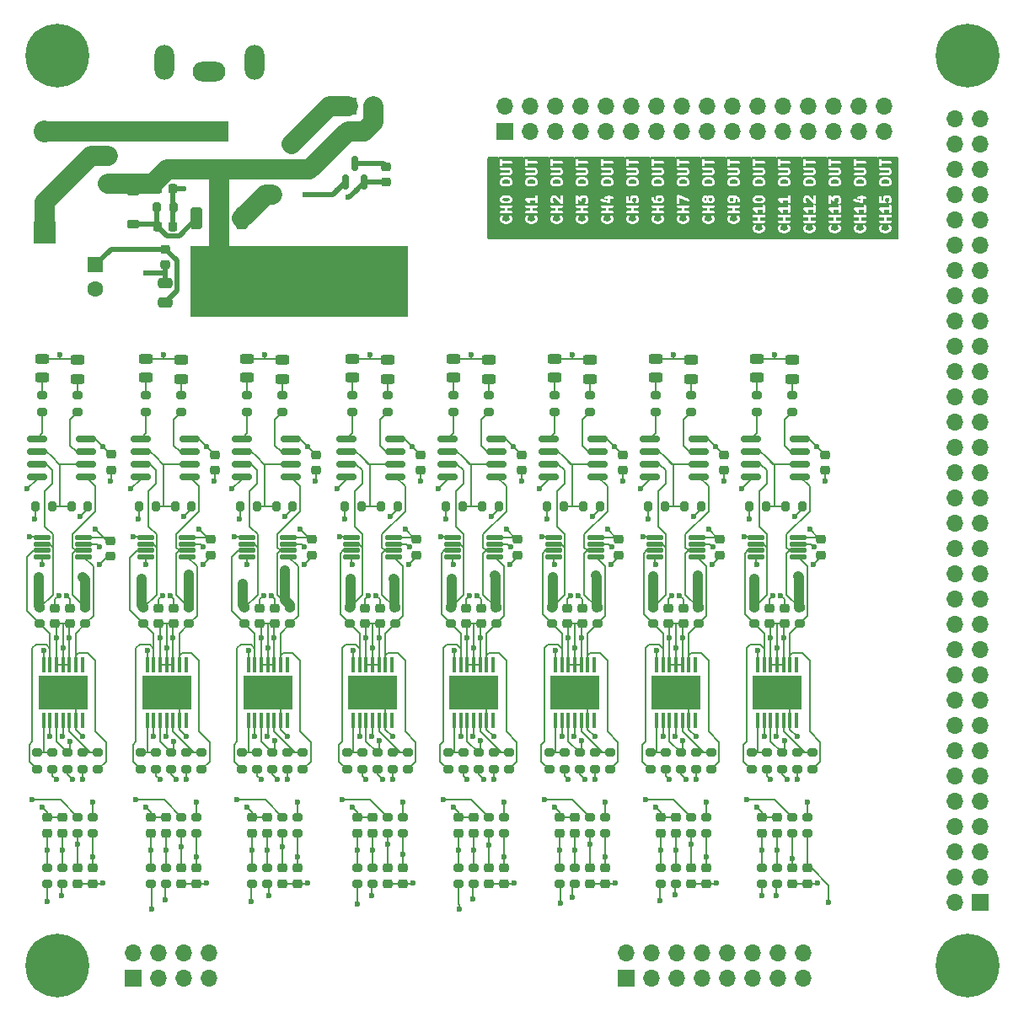
<source format=gbr>
%TF.GenerationSoftware,KiCad,Pcbnew,8.0.7-8.0.7-0~ubuntu22.04.1*%
%TF.CreationDate,2025-01-13T14:39:20-08:00*%
%TF.ProjectId,multichannelheaterdriver_frontend,6d756c74-6963-4686-916e-6e656c686561,rev?*%
%TF.SameCoordinates,Original*%
%TF.FileFunction,Copper,L1,Top*%
%TF.FilePolarity,Positive*%
%FSLAX46Y46*%
G04 Gerber Fmt 4.6, Leading zero omitted, Abs format (unit mm)*
G04 Created by KiCad (PCBNEW 8.0.7-8.0.7-0~ubuntu22.04.1) date 2025-01-13 14:39:20*
%MOMM*%
%LPD*%
G01*
G04 APERTURE LIST*
G04 Aperture macros list*
%AMRoundRect*
0 Rectangle with rounded corners*
0 $1 Rounding radius*
0 $2 $3 $4 $5 $6 $7 $8 $9 X,Y pos of 4 corners*
0 Add a 4 corners polygon primitive as box body*
4,1,4,$2,$3,$4,$5,$6,$7,$8,$9,$2,$3,0*
0 Add four circle primitives for the rounded corners*
1,1,$1+$1,$2,$3*
1,1,$1+$1,$4,$5*
1,1,$1+$1,$6,$7*
1,1,$1+$1,$8,$9*
0 Add four rect primitives between the rounded corners*
20,1,$1+$1,$2,$3,$4,$5,0*
20,1,$1+$1,$4,$5,$6,$7,0*
20,1,$1+$1,$6,$7,$8,$9,0*
20,1,$1+$1,$8,$9,$2,$3,0*%
G04 Aperture macros list end*
%ADD10C,0.250000*%
%TA.AperFunction,SMDPad,CuDef*%
%ADD11RoundRect,0.200000X0.275000X-0.200000X0.275000X0.200000X-0.275000X0.200000X-0.275000X-0.200000X0*%
%TD*%
%TA.AperFunction,SMDPad,CuDef*%
%ADD12RoundRect,0.225000X-0.250000X0.225000X-0.250000X-0.225000X0.250000X-0.225000X0.250000X0.225000X0*%
%TD*%
%TA.AperFunction,SMDPad,CuDef*%
%ADD13RoundRect,0.125000X-0.687500X-0.125000X0.687500X-0.125000X0.687500X0.125000X-0.687500X0.125000X0*%
%TD*%
%TA.AperFunction,SMDPad,CuDef*%
%ADD14RoundRect,0.200000X-0.275000X0.200000X-0.275000X-0.200000X0.275000X-0.200000X0.275000X0.200000X0*%
%TD*%
%TA.AperFunction,SMDPad,CuDef*%
%ADD15RoundRect,0.200000X-0.200000X-0.275000X0.200000X-0.275000X0.200000X0.275000X-0.200000X0.275000X0*%
%TD*%
%TA.AperFunction,SMDPad,CuDef*%
%ADD16RoundRect,0.225000X0.250000X-0.225000X0.250000X0.225000X-0.250000X0.225000X-0.250000X-0.225000X0*%
%TD*%
%TA.AperFunction,ComponentPad*%
%ADD17R,1.700000X1.700000*%
%TD*%
%TA.AperFunction,ComponentPad*%
%ADD18O,1.700000X1.700000*%
%TD*%
%TA.AperFunction,SMDPad,CuDef*%
%ADD19RoundRect,0.243750X-0.456250X0.243750X-0.456250X-0.243750X0.456250X-0.243750X0.456250X0.243750X0*%
%TD*%
%TA.AperFunction,SMDPad,CuDef*%
%ADD20RoundRect,0.150000X-0.825000X-0.150000X0.825000X-0.150000X0.825000X0.150000X-0.825000X0.150000X0*%
%TD*%
%TA.AperFunction,SMDPad,CuDef*%
%ADD21R,0.300000X1.600000*%
%TD*%
%TA.AperFunction,ComponentPad*%
%ADD22C,0.440000*%
%TD*%
%TA.AperFunction,SMDPad,CuDef*%
%ADD23R,5.000000X3.400000*%
%TD*%
%TA.AperFunction,ComponentPad*%
%ADD24R,2.200000X2.200000*%
%TD*%
%TA.AperFunction,ComponentPad*%
%ADD25O,2.200000X2.200000*%
%TD*%
%TA.AperFunction,ComponentPad*%
%ADD26R,1.600000X1.600000*%
%TD*%
%TA.AperFunction,ComponentPad*%
%ADD27C,1.600000*%
%TD*%
%TA.AperFunction,ComponentPad*%
%ADD28R,4.000000X2.000000*%
%TD*%
%TA.AperFunction,ComponentPad*%
%ADD29O,3.300000X2.000000*%
%TD*%
%TA.AperFunction,ComponentPad*%
%ADD30O,2.000000X3.500000*%
%TD*%
%TA.AperFunction,SMDPad,CuDef*%
%ADD31RoundRect,0.225000X-0.225000X-0.250000X0.225000X-0.250000X0.225000X0.250000X-0.225000X0.250000X0*%
%TD*%
%TA.AperFunction,SMDPad,CuDef*%
%ADD32RoundRect,0.150000X0.150000X-0.587500X0.150000X0.587500X-0.150000X0.587500X-0.150000X-0.587500X0*%
%TD*%
%TA.AperFunction,SMDPad,CuDef*%
%ADD33RoundRect,0.250000X0.475000X-0.250000X0.475000X0.250000X-0.475000X0.250000X-0.475000X-0.250000X0*%
%TD*%
%TA.AperFunction,SMDPad,CuDef*%
%ADD34RoundRect,0.250000X-0.625000X0.375000X-0.625000X-0.375000X0.625000X-0.375000X0.625000X0.375000X0*%
%TD*%
%TA.AperFunction,SMDPad,CuDef*%
%ADD35RoundRect,0.225000X-0.375000X0.225000X-0.375000X-0.225000X0.375000X-0.225000X0.375000X0.225000X0*%
%TD*%
%TA.AperFunction,ComponentPad*%
%ADD36C,6.400000*%
%TD*%
%TA.AperFunction,SMDPad,CuDef*%
%ADD37RoundRect,0.250000X-0.350000X0.850000X-0.350000X-0.850000X0.350000X-0.850000X0.350000X0.850000X0*%
%TD*%
%TA.AperFunction,SMDPad,CuDef*%
%ADD38RoundRect,0.250000X-1.125000X1.275000X-1.125000X-1.275000X1.125000X-1.275000X1.125000X1.275000X0*%
%TD*%
%TA.AperFunction,SMDPad,CuDef*%
%ADD39RoundRect,0.249997X-2.650003X2.950003X-2.650003X-2.950003X2.650003X-2.950003X2.650003X2.950003X0*%
%TD*%
%TA.AperFunction,ViaPad*%
%ADD40C,0.600000*%
%TD*%
%TA.AperFunction,Conductor*%
%ADD41C,0.200000*%
%TD*%
%TA.AperFunction,Conductor*%
%ADD42C,0.500000*%
%TD*%
%TA.AperFunction,Conductor*%
%ADD43C,2.000000*%
%TD*%
%TA.AperFunction,Conductor*%
%ADD44C,1.000000*%
%TD*%
G04 APERTURE END LIST*
%TA.AperFunction,Conductor*%
%TO.N,Net-(D2-K)*%
G36*
X18400000Y-24200000D02*
G01*
X40300000Y-24200000D01*
X40300000Y-31300000D01*
X18400000Y-31300000D01*
X18400000Y-24200000D01*
G37*
%TD.AperFunction*%
D10*
G36*
X70765336Y-19364348D02*
G01*
X70784268Y-19383280D01*
X70809619Y-19433981D01*
X70809619Y-19565440D01*
X70784268Y-19616141D01*
X70765336Y-19635074D01*
X70714634Y-19660425D01*
X70583175Y-19660425D01*
X70532473Y-19635074D01*
X70513540Y-19616142D01*
X70488190Y-19565441D01*
X70488190Y-19433981D01*
X70513540Y-19383279D01*
X70532473Y-19364347D01*
X70583175Y-19338997D01*
X70714634Y-19338997D01*
X70765336Y-19364348D01*
G37*
G36*
X70193907Y-19364347D02*
G01*
X70212839Y-19383280D01*
X70238190Y-19433981D01*
X70238190Y-19565440D01*
X70212839Y-19616141D01*
X70193907Y-19635074D01*
X70148904Y-19657575D01*
X70103902Y-19635074D01*
X70084969Y-19616142D01*
X70059619Y-19565441D01*
X70059619Y-19433981D01*
X70084969Y-19383279D01*
X70103902Y-19364347D01*
X70148904Y-19341846D01*
X70193907Y-19364347D01*
G37*
G36*
X70727855Y-17564962D02*
G01*
X70784268Y-17621376D01*
X70809619Y-17672076D01*
X70809619Y-17803535D01*
X70784268Y-17854235D01*
X70727855Y-17910649D01*
X70585896Y-17946139D01*
X70283341Y-17946139D01*
X70141381Y-17910649D01*
X70084970Y-17854238D01*
X70059619Y-17803536D01*
X70059619Y-17672076D01*
X70084970Y-17621374D01*
X70141381Y-17564963D01*
X70283341Y-17529473D01*
X70585896Y-17529473D01*
X70727855Y-17564962D01*
G37*
G36*
X71184619Y-22083044D02*
G01*
X69684619Y-22083044D01*
X69684619Y-21404473D01*
X69809619Y-21404473D01*
X69809619Y-21499711D01*
X69810834Y-21512054D01*
X69810601Y-21515345D01*
X69811585Y-21519674D01*
X69812021Y-21524097D01*
X69813284Y-21527148D01*
X69816034Y-21539239D01*
X69863652Y-21682096D01*
X69873643Y-21704471D01*
X69876586Y-21707864D01*
X69878305Y-21712014D01*
X69893850Y-21730956D01*
X69989088Y-21826194D01*
X69998673Y-21834060D01*
X70000837Y-21836555D01*
X70004598Y-21838922D01*
X70008030Y-21841739D01*
X70011077Y-21843001D01*
X70021574Y-21849609D01*
X70116812Y-21897228D01*
X70118597Y-21897911D01*
X70119322Y-21898448D01*
X70129551Y-21902103D01*
X70139698Y-21905986D01*
X70140597Y-21906049D01*
X70142397Y-21906693D01*
X70332873Y-21954312D01*
X70337102Y-21954937D01*
X70338804Y-21955642D01*
X70347983Y-21956546D01*
X70357113Y-21957896D01*
X70358935Y-21957624D01*
X70363190Y-21958044D01*
X70506047Y-21958044D01*
X70510301Y-21957624D01*
X70512123Y-21957896D01*
X70521251Y-21956546D01*
X70530433Y-21955642D01*
X70532134Y-21954937D01*
X70536364Y-21954312D01*
X70726840Y-21906693D01*
X70728639Y-21906049D01*
X70729539Y-21905986D01*
X70739685Y-21902103D01*
X70749915Y-21898448D01*
X70750639Y-21897911D01*
X70752425Y-21897228D01*
X70847662Y-21849610D01*
X70858156Y-21843003D01*
X70861207Y-21841740D01*
X70864643Y-21838919D01*
X70868400Y-21836555D01*
X70870560Y-21834063D01*
X70880149Y-21826195D01*
X70975388Y-21730957D01*
X70990933Y-21712015D01*
X70992652Y-21707863D01*
X70995595Y-21704471D01*
X71005585Y-21682096D01*
X71053204Y-21539240D01*
X71055953Y-21527146D01*
X71057217Y-21524097D01*
X71057652Y-21519675D01*
X71058637Y-21515346D01*
X71058403Y-21512054D01*
X71059619Y-21499711D01*
X71059619Y-21404473D01*
X71058403Y-21392129D01*
X71058637Y-21388838D01*
X71057652Y-21384508D01*
X71057217Y-21380087D01*
X71055953Y-21377037D01*
X71053204Y-21364944D01*
X71005585Y-21222088D01*
X70995595Y-21199713D01*
X70992653Y-21196321D01*
X70990933Y-21192168D01*
X70975387Y-21173227D01*
X70927767Y-21125608D01*
X70908825Y-21110063D01*
X70863765Y-21091399D01*
X70814992Y-21091399D01*
X70769933Y-21110064D01*
X70735446Y-21144552D01*
X70716782Y-21189612D01*
X70716782Y-21238385D01*
X70735447Y-21283444D01*
X70750993Y-21302386D01*
X70777746Y-21329139D01*
X70809619Y-21424758D01*
X70809619Y-21479425D01*
X70777746Y-21575043D01*
X70717715Y-21635074D01*
X70652896Y-21667484D01*
X70490658Y-21708044D01*
X70378579Y-21708044D01*
X70216342Y-21667484D01*
X70151519Y-21635073D01*
X70091491Y-21575045D01*
X70059619Y-21479427D01*
X70059619Y-21424756D01*
X70091491Y-21329138D01*
X70118245Y-21302386D01*
X70133790Y-21283444D01*
X70152455Y-21238384D01*
X70152455Y-21189611D01*
X70133790Y-21144551D01*
X70099303Y-21110064D01*
X70054243Y-21091399D01*
X70005470Y-21091399D01*
X69960410Y-21110064D01*
X69941468Y-21125609D01*
X69893850Y-21173228D01*
X69878305Y-21192170D01*
X69876586Y-21196319D01*
X69873643Y-21199713D01*
X69863652Y-21222088D01*
X69816034Y-21364945D01*
X69813284Y-21377035D01*
X69812021Y-21380087D01*
X69811585Y-21384509D01*
X69810601Y-21388839D01*
X69810834Y-21392129D01*
X69809619Y-21404473D01*
X69684619Y-21404473D01*
X69684619Y-20189611D01*
X69812021Y-20189611D01*
X69812021Y-20238383D01*
X69830685Y-20283443D01*
X69865173Y-20317931D01*
X69910233Y-20336595D01*
X69934619Y-20338997D01*
X70285809Y-20338997D01*
X70285809Y-20660425D01*
X69934619Y-20660425D01*
X69910233Y-20662827D01*
X69865173Y-20681491D01*
X69830685Y-20715979D01*
X69812021Y-20761039D01*
X69812021Y-20809811D01*
X69830685Y-20854871D01*
X69865173Y-20889359D01*
X69910233Y-20908023D01*
X69934619Y-20910425D01*
X70934619Y-20910425D01*
X70959005Y-20908023D01*
X71004065Y-20889359D01*
X71038553Y-20854871D01*
X71057217Y-20809811D01*
X71057217Y-20761039D01*
X71038553Y-20715979D01*
X71004065Y-20681491D01*
X70959005Y-20662827D01*
X70934619Y-20660425D01*
X70535809Y-20660425D01*
X70535809Y-20338997D01*
X70934619Y-20338997D01*
X70959005Y-20336595D01*
X71004065Y-20317931D01*
X71038553Y-20283443D01*
X71057217Y-20238383D01*
X71057217Y-20189611D01*
X71038553Y-20144551D01*
X71004065Y-20110063D01*
X70959005Y-20091399D01*
X70934619Y-20088997D01*
X69934619Y-20088997D01*
X69910233Y-20091399D01*
X69865173Y-20110063D01*
X69830685Y-20144551D01*
X69812021Y-20189611D01*
X69684619Y-20189611D01*
X69684619Y-19404473D01*
X69809619Y-19404473D01*
X69809619Y-19594949D01*
X69812021Y-19619335D01*
X69813739Y-19623483D01*
X69814058Y-19627965D01*
X69822816Y-19650851D01*
X69870434Y-19746088D01*
X69877043Y-19756586D01*
X69878305Y-19759633D01*
X69881120Y-19763064D01*
X69883489Y-19766826D01*
X69885983Y-19768989D01*
X69893850Y-19778575D01*
X69941468Y-19826194D01*
X69951056Y-19834063D01*
X69953218Y-19836555D01*
X69956975Y-19838920D01*
X69960410Y-19841739D01*
X69963460Y-19843002D01*
X69973955Y-19849609D01*
X70069193Y-19897228D01*
X70092079Y-19905986D01*
X70096559Y-19906304D01*
X70100709Y-19908023D01*
X70125095Y-19910425D01*
X70172714Y-19910425D01*
X70197100Y-19908023D01*
X70201248Y-19906304D01*
X70205730Y-19905986D01*
X70228616Y-19897228D01*
X70323853Y-19849610D01*
X70334351Y-19843000D01*
X70337398Y-19841739D01*
X70340829Y-19838923D01*
X70344591Y-19836555D01*
X70346754Y-19834060D01*
X70356340Y-19826194D01*
X70363189Y-19819344D01*
X70370039Y-19826194D01*
X70379627Y-19834063D01*
X70381789Y-19836555D01*
X70385546Y-19838920D01*
X70388981Y-19841739D01*
X70392031Y-19843002D01*
X70402526Y-19849609D01*
X70497764Y-19897228D01*
X70520650Y-19905986D01*
X70525130Y-19906304D01*
X70529280Y-19908023D01*
X70553666Y-19910425D01*
X70744142Y-19910425D01*
X70768528Y-19908023D01*
X70772676Y-19906304D01*
X70777158Y-19905986D01*
X70800044Y-19897228D01*
X70895281Y-19849610D01*
X70905777Y-19843002D01*
X70908825Y-19841740D01*
X70912258Y-19838922D01*
X70916019Y-19836555D01*
X70918182Y-19834060D01*
X70927767Y-19826195D01*
X70975387Y-19778576D01*
X70983256Y-19768987D01*
X70985749Y-19766826D01*
X70988112Y-19763071D01*
X70990933Y-19759635D01*
X70992197Y-19756581D01*
X70998803Y-19746089D01*
X71046422Y-19650851D01*
X71055180Y-19627965D01*
X71055498Y-19623484D01*
X71057217Y-19619335D01*
X71059619Y-19594949D01*
X71059619Y-19404473D01*
X71057217Y-19380087D01*
X71055498Y-19375937D01*
X71055180Y-19371457D01*
X71046422Y-19348571D01*
X70998803Y-19253333D01*
X70992197Y-19242840D01*
X70990933Y-19239787D01*
X70988112Y-19236350D01*
X70985749Y-19232596D01*
X70983256Y-19230434D01*
X70975387Y-19220846D01*
X70927767Y-19173227D01*
X70918182Y-19165361D01*
X70916019Y-19162867D01*
X70912258Y-19160499D01*
X70908825Y-19157682D01*
X70905777Y-19156419D01*
X70895281Y-19149812D01*
X70800044Y-19102194D01*
X70777158Y-19093436D01*
X70772676Y-19093117D01*
X70768528Y-19091399D01*
X70744142Y-19088997D01*
X70553666Y-19088997D01*
X70529280Y-19091399D01*
X70525130Y-19093117D01*
X70520650Y-19093436D01*
X70497764Y-19102194D01*
X70402526Y-19149813D01*
X70392031Y-19156419D01*
X70388981Y-19157683D01*
X70385546Y-19160501D01*
X70381789Y-19162867D01*
X70379627Y-19165358D01*
X70370039Y-19173228D01*
X70363189Y-19180077D01*
X70356340Y-19173228D01*
X70346754Y-19165361D01*
X70344591Y-19162867D01*
X70340829Y-19160498D01*
X70337398Y-19157683D01*
X70334351Y-19156421D01*
X70323853Y-19149812D01*
X70228616Y-19102194D01*
X70205730Y-19093436D01*
X70201248Y-19093117D01*
X70197100Y-19091399D01*
X70172714Y-19088997D01*
X70125095Y-19088997D01*
X70100709Y-19091399D01*
X70096559Y-19093117D01*
X70092079Y-19093436D01*
X70069193Y-19102194D01*
X69973955Y-19149813D01*
X69963460Y-19156419D01*
X69960410Y-19157683D01*
X69956975Y-19160501D01*
X69953218Y-19162867D01*
X69951056Y-19165358D01*
X69941468Y-19173228D01*
X69893850Y-19220847D01*
X69885983Y-19230432D01*
X69883489Y-19232596D01*
X69881120Y-19236357D01*
X69878305Y-19239789D01*
X69877043Y-19242835D01*
X69870434Y-19253334D01*
X69822816Y-19348571D01*
X69814058Y-19371457D01*
X69813739Y-19375938D01*
X69812021Y-19380087D01*
X69809619Y-19404473D01*
X69684619Y-19404473D01*
X69684619Y-17642568D01*
X69809619Y-17642568D01*
X69809619Y-17833044D01*
X69812021Y-17857430D01*
X69813739Y-17861578D01*
X69814058Y-17866060D01*
X69822816Y-17888946D01*
X69870434Y-17984183D01*
X69877043Y-17994681D01*
X69878305Y-17997728D01*
X69881120Y-18001159D01*
X69883489Y-18004921D01*
X69885983Y-18007084D01*
X69893850Y-18016670D01*
X69989088Y-18111908D01*
X70008030Y-18127453D01*
X70016615Y-18131009D01*
X70024084Y-18136543D01*
X70047159Y-18144788D01*
X70237635Y-18192407D01*
X70241864Y-18193032D01*
X70243566Y-18193737D01*
X70252745Y-18194641D01*
X70261875Y-18195991D01*
X70263697Y-18195719D01*
X70267952Y-18196139D01*
X70601285Y-18196139D01*
X70605539Y-18195719D01*
X70607361Y-18195991D01*
X70616489Y-18194641D01*
X70625671Y-18193737D01*
X70627372Y-18193032D01*
X70631602Y-18192407D01*
X70822078Y-18144788D01*
X70845153Y-18136543D01*
X70852619Y-18131010D01*
X70861207Y-18127454D01*
X70880149Y-18111909D01*
X70975388Y-18016671D01*
X70983257Y-18007082D01*
X70985749Y-18004921D01*
X70988114Y-18001163D01*
X70990933Y-17997729D01*
X70992196Y-17994678D01*
X70998803Y-17984184D01*
X71046422Y-17888946D01*
X71055180Y-17866060D01*
X71055498Y-17861579D01*
X71057217Y-17857430D01*
X71059619Y-17833044D01*
X71059619Y-17642568D01*
X71057217Y-17618182D01*
X71055498Y-17614032D01*
X71055180Y-17609552D01*
X71046422Y-17586666D01*
X70998803Y-17491428D01*
X70992196Y-17480933D01*
X70990933Y-17477883D01*
X70988114Y-17474448D01*
X70985749Y-17470691D01*
X70983257Y-17468529D01*
X70975388Y-17458941D01*
X70880149Y-17363703D01*
X70861207Y-17348158D01*
X70852619Y-17344601D01*
X70845153Y-17339069D01*
X70822078Y-17330824D01*
X70631602Y-17283205D01*
X70627372Y-17282579D01*
X70625671Y-17281875D01*
X70616489Y-17280970D01*
X70607361Y-17279621D01*
X70605539Y-17279892D01*
X70601285Y-17279473D01*
X70267952Y-17279473D01*
X70263697Y-17279892D01*
X70261875Y-17279621D01*
X70252745Y-17280970D01*
X70243566Y-17281875D01*
X70241864Y-17282579D01*
X70237635Y-17283205D01*
X70047159Y-17330824D01*
X70024084Y-17339069D01*
X70016615Y-17344602D01*
X70008030Y-17348159D01*
X69989088Y-17363704D01*
X69893850Y-17458942D01*
X69885983Y-17468527D01*
X69883489Y-17470691D01*
X69881120Y-17474452D01*
X69878305Y-17477884D01*
X69877043Y-17480930D01*
X69870434Y-17491429D01*
X69822816Y-17586666D01*
X69814058Y-17609552D01*
X69813739Y-17614033D01*
X69812021Y-17618182D01*
X69809619Y-17642568D01*
X69684619Y-17642568D01*
X69684619Y-16380087D01*
X69812021Y-16380087D01*
X69812021Y-16428859D01*
X69830685Y-16473919D01*
X69865173Y-16508407D01*
X69910233Y-16527071D01*
X69934619Y-16529473D01*
X70714634Y-16529473D01*
X70765336Y-16554824D01*
X70784268Y-16573756D01*
X70809619Y-16624457D01*
X70809619Y-16755916D01*
X70784268Y-16806617D01*
X70765336Y-16825550D01*
X70714634Y-16850901D01*
X69934619Y-16850901D01*
X69910233Y-16853303D01*
X69865173Y-16871967D01*
X69830685Y-16906455D01*
X69812021Y-16951515D01*
X69812021Y-17000287D01*
X69830685Y-17045347D01*
X69865173Y-17079835D01*
X69910233Y-17098499D01*
X69934619Y-17100901D01*
X70744142Y-17100901D01*
X70768528Y-17098499D01*
X70772676Y-17096780D01*
X70777158Y-17096462D01*
X70800044Y-17087704D01*
X70895281Y-17040086D01*
X70905777Y-17033478D01*
X70908825Y-17032216D01*
X70912258Y-17029398D01*
X70916019Y-17027031D01*
X70918182Y-17024536D01*
X70927767Y-17016671D01*
X70975387Y-16969052D01*
X70983256Y-16959463D01*
X70985749Y-16957302D01*
X70988112Y-16953547D01*
X70990933Y-16950111D01*
X70992197Y-16947057D01*
X70998803Y-16936565D01*
X71046422Y-16841327D01*
X71055180Y-16818441D01*
X71055498Y-16813960D01*
X71057217Y-16809811D01*
X71059619Y-16785425D01*
X71059619Y-16594949D01*
X71057217Y-16570563D01*
X71055498Y-16566413D01*
X71055180Y-16561933D01*
X71046422Y-16539047D01*
X70998803Y-16443809D01*
X70992197Y-16433316D01*
X70990933Y-16430263D01*
X70988112Y-16426826D01*
X70985749Y-16423072D01*
X70983256Y-16420910D01*
X70975387Y-16411322D01*
X70927767Y-16363703D01*
X70918182Y-16355837D01*
X70916019Y-16353343D01*
X70912258Y-16350975D01*
X70908825Y-16348158D01*
X70905777Y-16346895D01*
X70895281Y-16340288D01*
X70800044Y-16292670D01*
X70777158Y-16283912D01*
X70772676Y-16283593D01*
X70768528Y-16281875D01*
X70744142Y-16279473D01*
X69934619Y-16279473D01*
X69910233Y-16281875D01*
X69865173Y-16300539D01*
X69830685Y-16335027D01*
X69812021Y-16380087D01*
X69684619Y-16380087D01*
X69684619Y-15499711D01*
X69809619Y-15499711D01*
X69809619Y-16071139D01*
X69812021Y-16095525D01*
X69830685Y-16140585D01*
X69865173Y-16175073D01*
X69910233Y-16193737D01*
X69959005Y-16193737D01*
X70004065Y-16175073D01*
X70038553Y-16140585D01*
X70057217Y-16095525D01*
X70059619Y-16071139D01*
X70059619Y-15910425D01*
X70934619Y-15910425D01*
X70959005Y-15908023D01*
X71004065Y-15889359D01*
X71038553Y-15854871D01*
X71057217Y-15809811D01*
X71057217Y-15761039D01*
X71038553Y-15715979D01*
X71004065Y-15681491D01*
X70959005Y-15662827D01*
X70934619Y-15660425D01*
X70059619Y-15660425D01*
X70059619Y-15499711D01*
X70057217Y-15475325D01*
X70038553Y-15430265D01*
X70004065Y-15395777D01*
X69959005Y-15377113D01*
X69910233Y-15377113D01*
X69865173Y-15395777D01*
X69830685Y-15430265D01*
X69812021Y-15475325D01*
X69809619Y-15499711D01*
X69684619Y-15499711D01*
X69684619Y-15252113D01*
X71184619Y-15252113D01*
X71184619Y-22083044D01*
G37*
G36*
X80887855Y-17564962D02*
G01*
X80944268Y-17621376D01*
X80969619Y-17672076D01*
X80969619Y-17803535D01*
X80944268Y-17854235D01*
X80887855Y-17910649D01*
X80745896Y-17946139D01*
X80443341Y-17946139D01*
X80301381Y-17910649D01*
X80244970Y-17854238D01*
X80219619Y-17803536D01*
X80219619Y-17672076D01*
X80244970Y-17621374D01*
X80301381Y-17564963D01*
X80443341Y-17529473D01*
X80745896Y-17529473D01*
X80887855Y-17564962D01*
G37*
G36*
X81344619Y-23035425D02*
G01*
X79844619Y-23035425D01*
X79844619Y-22356854D01*
X79969619Y-22356854D01*
X79969619Y-22452092D01*
X79970834Y-22464435D01*
X79970601Y-22467726D01*
X79971585Y-22472055D01*
X79972021Y-22476478D01*
X79973284Y-22479529D01*
X79976034Y-22491620D01*
X80023652Y-22634477D01*
X80033643Y-22656852D01*
X80036586Y-22660245D01*
X80038305Y-22664395D01*
X80053850Y-22683337D01*
X80149088Y-22778575D01*
X80158673Y-22786441D01*
X80160837Y-22788936D01*
X80164598Y-22791303D01*
X80168030Y-22794120D01*
X80171077Y-22795382D01*
X80181574Y-22801990D01*
X80276812Y-22849609D01*
X80278597Y-22850292D01*
X80279322Y-22850829D01*
X80289551Y-22854484D01*
X80299698Y-22858367D01*
X80300597Y-22858430D01*
X80302397Y-22859074D01*
X80492873Y-22906693D01*
X80497102Y-22907318D01*
X80498804Y-22908023D01*
X80507983Y-22908927D01*
X80517113Y-22910277D01*
X80518935Y-22910005D01*
X80523190Y-22910425D01*
X80666047Y-22910425D01*
X80670301Y-22910005D01*
X80672123Y-22910277D01*
X80681251Y-22908927D01*
X80690433Y-22908023D01*
X80692134Y-22907318D01*
X80696364Y-22906693D01*
X80886840Y-22859074D01*
X80888639Y-22858430D01*
X80889539Y-22858367D01*
X80899685Y-22854484D01*
X80909915Y-22850829D01*
X80910639Y-22850292D01*
X80912425Y-22849609D01*
X81007662Y-22801991D01*
X81018156Y-22795384D01*
X81021207Y-22794121D01*
X81024643Y-22791300D01*
X81028400Y-22788936D01*
X81030560Y-22786444D01*
X81040149Y-22778576D01*
X81135388Y-22683338D01*
X81150933Y-22664396D01*
X81152652Y-22660244D01*
X81155595Y-22656852D01*
X81165585Y-22634477D01*
X81213204Y-22491621D01*
X81215953Y-22479527D01*
X81217217Y-22476478D01*
X81217652Y-22472056D01*
X81218637Y-22467727D01*
X81218403Y-22464435D01*
X81219619Y-22452092D01*
X81219619Y-22356854D01*
X81218403Y-22344510D01*
X81218637Y-22341219D01*
X81217652Y-22336889D01*
X81217217Y-22332468D01*
X81215953Y-22329418D01*
X81213204Y-22317325D01*
X81165585Y-22174469D01*
X81155595Y-22152094D01*
X81152653Y-22148702D01*
X81150933Y-22144549D01*
X81135387Y-22125608D01*
X81087767Y-22077989D01*
X81068825Y-22062444D01*
X81023765Y-22043780D01*
X80974992Y-22043780D01*
X80929933Y-22062445D01*
X80895446Y-22096933D01*
X80876782Y-22141993D01*
X80876782Y-22190766D01*
X80895447Y-22235825D01*
X80910993Y-22254767D01*
X80937746Y-22281520D01*
X80969619Y-22377139D01*
X80969619Y-22431806D01*
X80937746Y-22527424D01*
X80877715Y-22587455D01*
X80812896Y-22619865D01*
X80650658Y-22660425D01*
X80538579Y-22660425D01*
X80376342Y-22619865D01*
X80311519Y-22587454D01*
X80251491Y-22527426D01*
X80219619Y-22431808D01*
X80219619Y-22377137D01*
X80251491Y-22281519D01*
X80278245Y-22254767D01*
X80293790Y-22235825D01*
X80312455Y-22190765D01*
X80312455Y-22141992D01*
X80293790Y-22096932D01*
X80259303Y-22062445D01*
X80214243Y-22043780D01*
X80165470Y-22043780D01*
X80120410Y-22062445D01*
X80101468Y-22077990D01*
X80053850Y-22125609D01*
X80038305Y-22144551D01*
X80036586Y-22148700D01*
X80033643Y-22152094D01*
X80023652Y-22174469D01*
X79976034Y-22317326D01*
X79973284Y-22329416D01*
X79972021Y-22332468D01*
X79971585Y-22336890D01*
X79970601Y-22341220D01*
X79970834Y-22344510D01*
X79969619Y-22356854D01*
X79844619Y-22356854D01*
X79844619Y-21141992D01*
X79972021Y-21141992D01*
X79972021Y-21190764D01*
X79990685Y-21235824D01*
X80025173Y-21270312D01*
X80070233Y-21288976D01*
X80094619Y-21291378D01*
X80445809Y-21291378D01*
X80445809Y-21612806D01*
X80094619Y-21612806D01*
X80070233Y-21615208D01*
X80025173Y-21633872D01*
X79990685Y-21668360D01*
X79972021Y-21713420D01*
X79972021Y-21762192D01*
X79990685Y-21807252D01*
X80025173Y-21841740D01*
X80070233Y-21860404D01*
X80094619Y-21862806D01*
X81094619Y-21862806D01*
X81119005Y-21860404D01*
X81164065Y-21841740D01*
X81198553Y-21807252D01*
X81217217Y-21762192D01*
X81217217Y-21713420D01*
X81198553Y-21668360D01*
X81164065Y-21633872D01*
X81119005Y-21615208D01*
X81094619Y-21612806D01*
X80695809Y-21612806D01*
X80695809Y-21291378D01*
X81094619Y-21291378D01*
X81119005Y-21288976D01*
X81164065Y-21270312D01*
X81198553Y-21235824D01*
X81217217Y-21190764D01*
X81217217Y-21141992D01*
X81198553Y-21096932D01*
X81164065Y-21062444D01*
X81119005Y-21043780D01*
X81094619Y-21041378D01*
X80094619Y-21041378D01*
X80070233Y-21043780D01*
X80025173Y-21062444D01*
X79990685Y-21096932D01*
X79972021Y-21141992D01*
X79844619Y-21141992D01*
X79844619Y-20452222D01*
X79969619Y-20452222D01*
X79972021Y-20464232D01*
X79972021Y-20476478D01*
X79976756Y-20487910D01*
X79979184Y-20500049D01*
X79985999Y-20510225D01*
X79990685Y-20521538D01*
X79999435Y-20530288D01*
X80006323Y-20540573D01*
X80025082Y-20555935D01*
X80025173Y-20556026D01*
X80025213Y-20556042D01*
X80025281Y-20556098D01*
X80157840Y-20644470D01*
X80229981Y-20716611D01*
X80268529Y-20793707D01*
X80281584Y-20814445D01*
X80318429Y-20846401D01*
X80364699Y-20861824D01*
X80413349Y-20858366D01*
X80456972Y-20836555D01*
X80488928Y-20799710D01*
X80504351Y-20753439D01*
X80500894Y-20704790D01*
X80492136Y-20681904D01*
X80444517Y-20586666D01*
X80438490Y-20577092D01*
X80969619Y-20577092D01*
X80969619Y-20737806D01*
X80972021Y-20762192D01*
X80990685Y-20807252D01*
X81025173Y-20841740D01*
X81070233Y-20860404D01*
X81119005Y-20860404D01*
X81164065Y-20841740D01*
X81198553Y-20807252D01*
X81217217Y-20762192D01*
X81219619Y-20737806D01*
X81219619Y-20166378D01*
X81217217Y-20141992D01*
X81198553Y-20096932D01*
X81164065Y-20062444D01*
X81119005Y-20043780D01*
X81070233Y-20043780D01*
X81025173Y-20062444D01*
X80990685Y-20096932D01*
X80972021Y-20141992D01*
X80969619Y-20166378D01*
X80969619Y-20327092D01*
X80094619Y-20327092D01*
X80094532Y-20327100D01*
X80094489Y-20327092D01*
X80094362Y-20327117D01*
X80070233Y-20329494D01*
X80058800Y-20334229D01*
X80046662Y-20336657D01*
X80036485Y-20343472D01*
X80025173Y-20348158D01*
X80016422Y-20356908D01*
X80006138Y-20363796D01*
X79999344Y-20373987D01*
X79990685Y-20382646D01*
X79985949Y-20394078D01*
X79979084Y-20404377D01*
X79976706Y-20416392D01*
X79972021Y-20427706D01*
X79972021Y-20440080D01*
X79969619Y-20452222D01*
X79844619Y-20452222D01*
X79844619Y-19404473D01*
X79969619Y-19404473D01*
X79969619Y-19642568D01*
X79972021Y-19666954D01*
X79973739Y-19671102D01*
X79974058Y-19675584D01*
X79982816Y-19698470D01*
X80030434Y-19793707D01*
X80037043Y-19804205D01*
X80038305Y-19807252D01*
X80041120Y-19810683D01*
X80043489Y-19814445D01*
X80045983Y-19816608D01*
X80053850Y-19826194D01*
X80101468Y-19873813D01*
X80120410Y-19889358D01*
X80165470Y-19908023D01*
X80214243Y-19908023D01*
X80259303Y-19889358D01*
X80293790Y-19854871D01*
X80312455Y-19809811D01*
X80312455Y-19761038D01*
X80293790Y-19715978D01*
X80278245Y-19697036D01*
X80244969Y-19663761D01*
X80219619Y-19613060D01*
X80219619Y-19433981D01*
X80244969Y-19383279D01*
X80263902Y-19364347D01*
X80314604Y-19338997D01*
X80360050Y-19338997D01*
X80455667Y-19370869D01*
X81006231Y-19921432D01*
X81025167Y-19936972D01*
X81025173Y-19936978D01*
X81057034Y-19950175D01*
X81070232Y-19955642D01*
X81070233Y-19955642D01*
X81119005Y-19955642D01*
X81119006Y-19955642D01*
X81137670Y-19947910D01*
X81164065Y-19936978D01*
X81198553Y-19902490D01*
X81215397Y-19861824D01*
X81217217Y-19857431D01*
X81217217Y-19857430D01*
X81219619Y-19833044D01*
X81219619Y-19213997D01*
X81217217Y-19189611D01*
X81198553Y-19144551D01*
X81164065Y-19110063D01*
X81119005Y-19091399D01*
X81070233Y-19091399D01*
X81025173Y-19110063D01*
X80990685Y-19144551D01*
X80972021Y-19189611D01*
X80969619Y-19213997D01*
X80969619Y-19531268D01*
X80611578Y-19173228D01*
X80592636Y-19157683D01*
X80588486Y-19155964D01*
X80585093Y-19153021D01*
X80562718Y-19143030D01*
X80419861Y-19095412D01*
X80407770Y-19092662D01*
X80404719Y-19091399D01*
X80400296Y-19090963D01*
X80395967Y-19089979D01*
X80392676Y-19090212D01*
X80380333Y-19088997D01*
X80285095Y-19088997D01*
X80260709Y-19091399D01*
X80256559Y-19093117D01*
X80252079Y-19093436D01*
X80229193Y-19102194D01*
X80133955Y-19149813D01*
X80123460Y-19156419D01*
X80120410Y-19157683D01*
X80116975Y-19160501D01*
X80113218Y-19162867D01*
X80111056Y-19165358D01*
X80101468Y-19173228D01*
X80053850Y-19220847D01*
X80045983Y-19230432D01*
X80043489Y-19232596D01*
X80041120Y-19236357D01*
X80038305Y-19239789D01*
X80037043Y-19242835D01*
X80030434Y-19253334D01*
X79982816Y-19348571D01*
X79974058Y-19371457D01*
X79973739Y-19375938D01*
X79972021Y-19380087D01*
X79969619Y-19404473D01*
X79844619Y-19404473D01*
X79844619Y-17642568D01*
X79969619Y-17642568D01*
X79969619Y-17833044D01*
X79972021Y-17857430D01*
X79973739Y-17861578D01*
X79974058Y-17866060D01*
X79982816Y-17888946D01*
X80030434Y-17984183D01*
X80037043Y-17994681D01*
X80038305Y-17997728D01*
X80041120Y-18001159D01*
X80043489Y-18004921D01*
X80045983Y-18007084D01*
X80053850Y-18016670D01*
X80149088Y-18111908D01*
X80168030Y-18127453D01*
X80176615Y-18131009D01*
X80184084Y-18136543D01*
X80207159Y-18144788D01*
X80397635Y-18192407D01*
X80401864Y-18193032D01*
X80403566Y-18193737D01*
X80412745Y-18194641D01*
X80421875Y-18195991D01*
X80423697Y-18195719D01*
X80427952Y-18196139D01*
X80761285Y-18196139D01*
X80765539Y-18195719D01*
X80767361Y-18195991D01*
X80776489Y-18194641D01*
X80785671Y-18193737D01*
X80787372Y-18193032D01*
X80791602Y-18192407D01*
X80982078Y-18144788D01*
X81005153Y-18136543D01*
X81012619Y-18131010D01*
X81021207Y-18127454D01*
X81040149Y-18111909D01*
X81135388Y-18016671D01*
X81143257Y-18007082D01*
X81145749Y-18004921D01*
X81148114Y-18001163D01*
X81150933Y-17997729D01*
X81152196Y-17994678D01*
X81158803Y-17984184D01*
X81206422Y-17888946D01*
X81215180Y-17866060D01*
X81215498Y-17861579D01*
X81217217Y-17857430D01*
X81219619Y-17833044D01*
X81219619Y-17642568D01*
X81217217Y-17618182D01*
X81215498Y-17614032D01*
X81215180Y-17609552D01*
X81206422Y-17586666D01*
X81158803Y-17491428D01*
X81152196Y-17480933D01*
X81150933Y-17477883D01*
X81148114Y-17474448D01*
X81145749Y-17470691D01*
X81143257Y-17468529D01*
X81135388Y-17458941D01*
X81040149Y-17363703D01*
X81021207Y-17348158D01*
X81012619Y-17344601D01*
X81005153Y-17339069D01*
X80982078Y-17330824D01*
X80791602Y-17283205D01*
X80787372Y-17282579D01*
X80785671Y-17281875D01*
X80776489Y-17280970D01*
X80767361Y-17279621D01*
X80765539Y-17279892D01*
X80761285Y-17279473D01*
X80427952Y-17279473D01*
X80423697Y-17279892D01*
X80421875Y-17279621D01*
X80412745Y-17280970D01*
X80403566Y-17281875D01*
X80401864Y-17282579D01*
X80397635Y-17283205D01*
X80207159Y-17330824D01*
X80184084Y-17339069D01*
X80176615Y-17344602D01*
X80168030Y-17348159D01*
X80149088Y-17363704D01*
X80053850Y-17458942D01*
X80045983Y-17468527D01*
X80043489Y-17470691D01*
X80041120Y-17474452D01*
X80038305Y-17477884D01*
X80037043Y-17480930D01*
X80030434Y-17491429D01*
X79982816Y-17586666D01*
X79974058Y-17609552D01*
X79973739Y-17614033D01*
X79972021Y-17618182D01*
X79969619Y-17642568D01*
X79844619Y-17642568D01*
X79844619Y-16380087D01*
X79972021Y-16380087D01*
X79972021Y-16428859D01*
X79990685Y-16473919D01*
X80025173Y-16508407D01*
X80070233Y-16527071D01*
X80094619Y-16529473D01*
X80874634Y-16529473D01*
X80925336Y-16554824D01*
X80944268Y-16573756D01*
X80969619Y-16624457D01*
X80969619Y-16755916D01*
X80944268Y-16806617D01*
X80925336Y-16825550D01*
X80874634Y-16850901D01*
X80094619Y-16850901D01*
X80070233Y-16853303D01*
X80025173Y-16871967D01*
X79990685Y-16906455D01*
X79972021Y-16951515D01*
X79972021Y-17000287D01*
X79990685Y-17045347D01*
X80025173Y-17079835D01*
X80070233Y-17098499D01*
X80094619Y-17100901D01*
X80904142Y-17100901D01*
X80928528Y-17098499D01*
X80932676Y-17096780D01*
X80937158Y-17096462D01*
X80960044Y-17087704D01*
X81055281Y-17040086D01*
X81065777Y-17033478D01*
X81068825Y-17032216D01*
X81072258Y-17029398D01*
X81076019Y-17027031D01*
X81078182Y-17024536D01*
X81087767Y-17016671D01*
X81135387Y-16969052D01*
X81143256Y-16959463D01*
X81145749Y-16957302D01*
X81148112Y-16953547D01*
X81150933Y-16950111D01*
X81152197Y-16947057D01*
X81158803Y-16936565D01*
X81206422Y-16841327D01*
X81215180Y-16818441D01*
X81215498Y-16813960D01*
X81217217Y-16809811D01*
X81219619Y-16785425D01*
X81219619Y-16594949D01*
X81217217Y-16570563D01*
X81215498Y-16566413D01*
X81215180Y-16561933D01*
X81206422Y-16539047D01*
X81158803Y-16443809D01*
X81152197Y-16433316D01*
X81150933Y-16430263D01*
X81148112Y-16426826D01*
X81145749Y-16423072D01*
X81143256Y-16420910D01*
X81135387Y-16411322D01*
X81087767Y-16363703D01*
X81078182Y-16355837D01*
X81076019Y-16353343D01*
X81072258Y-16350975D01*
X81068825Y-16348158D01*
X81065777Y-16346895D01*
X81055281Y-16340288D01*
X80960044Y-16292670D01*
X80937158Y-16283912D01*
X80932676Y-16283593D01*
X80928528Y-16281875D01*
X80904142Y-16279473D01*
X80094619Y-16279473D01*
X80070233Y-16281875D01*
X80025173Y-16300539D01*
X79990685Y-16335027D01*
X79972021Y-16380087D01*
X79844619Y-16380087D01*
X79844619Y-15499711D01*
X79969619Y-15499711D01*
X79969619Y-16071139D01*
X79972021Y-16095525D01*
X79990685Y-16140585D01*
X80025173Y-16175073D01*
X80070233Y-16193737D01*
X80119005Y-16193737D01*
X80164065Y-16175073D01*
X80198553Y-16140585D01*
X80217217Y-16095525D01*
X80219619Y-16071139D01*
X80219619Y-15910425D01*
X81094619Y-15910425D01*
X81119005Y-15908023D01*
X81164065Y-15889359D01*
X81198553Y-15854871D01*
X81217217Y-15809811D01*
X81217217Y-15761039D01*
X81198553Y-15715979D01*
X81164065Y-15681491D01*
X81119005Y-15662827D01*
X81094619Y-15660425D01*
X80219619Y-15660425D01*
X80219619Y-15499711D01*
X80217217Y-15475325D01*
X80198553Y-15430265D01*
X80164065Y-15395777D01*
X80119005Y-15377113D01*
X80070233Y-15377113D01*
X80025173Y-15395777D01*
X79990685Y-15430265D01*
X79972021Y-15475325D01*
X79969619Y-15499711D01*
X79844619Y-15499711D01*
X79844619Y-15252113D01*
X81344619Y-15252113D01*
X81344619Y-23035425D01*
G37*
G36*
X75780515Y-19379556D02*
G01*
X75845336Y-19411967D01*
X75864268Y-19430899D01*
X75889619Y-19481600D01*
X75889619Y-19517821D01*
X75864268Y-19568522D01*
X75845336Y-19587455D01*
X75780515Y-19619865D01*
X75618277Y-19660425D01*
X75410960Y-19660425D01*
X75248723Y-19619865D01*
X75183902Y-19587455D01*
X75164969Y-19568523D01*
X75139619Y-19517822D01*
X75139619Y-19481600D01*
X75164969Y-19430898D01*
X75183902Y-19411966D01*
X75248723Y-19379556D01*
X75410960Y-19338997D01*
X75618277Y-19338997D01*
X75780515Y-19379556D01*
G37*
G36*
X75807855Y-17564962D02*
G01*
X75864268Y-17621376D01*
X75889619Y-17672076D01*
X75889619Y-17803535D01*
X75864268Y-17854235D01*
X75807855Y-17910649D01*
X75665896Y-17946139D01*
X75363341Y-17946139D01*
X75221381Y-17910649D01*
X75164970Y-17854238D01*
X75139619Y-17803536D01*
X75139619Y-17672076D01*
X75164970Y-17621374D01*
X75221381Y-17564963D01*
X75363341Y-17529473D01*
X75665896Y-17529473D01*
X75807855Y-17564962D01*
G37*
G36*
X76264619Y-23035425D02*
G01*
X74764619Y-23035425D01*
X74764619Y-22356854D01*
X74889619Y-22356854D01*
X74889619Y-22452092D01*
X74890834Y-22464435D01*
X74890601Y-22467726D01*
X74891585Y-22472055D01*
X74892021Y-22476478D01*
X74893284Y-22479529D01*
X74896034Y-22491620D01*
X74943652Y-22634477D01*
X74953643Y-22656852D01*
X74956586Y-22660245D01*
X74958305Y-22664395D01*
X74973850Y-22683337D01*
X75069088Y-22778575D01*
X75078673Y-22786441D01*
X75080837Y-22788936D01*
X75084598Y-22791303D01*
X75088030Y-22794120D01*
X75091077Y-22795382D01*
X75101574Y-22801990D01*
X75196812Y-22849609D01*
X75198597Y-22850292D01*
X75199322Y-22850829D01*
X75209551Y-22854484D01*
X75219698Y-22858367D01*
X75220597Y-22858430D01*
X75222397Y-22859074D01*
X75412873Y-22906693D01*
X75417102Y-22907318D01*
X75418804Y-22908023D01*
X75427983Y-22908927D01*
X75437113Y-22910277D01*
X75438935Y-22910005D01*
X75443190Y-22910425D01*
X75586047Y-22910425D01*
X75590301Y-22910005D01*
X75592123Y-22910277D01*
X75601251Y-22908927D01*
X75610433Y-22908023D01*
X75612134Y-22907318D01*
X75616364Y-22906693D01*
X75806840Y-22859074D01*
X75808639Y-22858430D01*
X75809539Y-22858367D01*
X75819685Y-22854484D01*
X75829915Y-22850829D01*
X75830639Y-22850292D01*
X75832425Y-22849609D01*
X75927662Y-22801991D01*
X75938156Y-22795384D01*
X75941207Y-22794121D01*
X75944643Y-22791300D01*
X75948400Y-22788936D01*
X75950560Y-22786444D01*
X75960149Y-22778576D01*
X76055388Y-22683338D01*
X76070933Y-22664396D01*
X76072652Y-22660244D01*
X76075595Y-22656852D01*
X76085585Y-22634477D01*
X76133204Y-22491621D01*
X76135953Y-22479527D01*
X76137217Y-22476478D01*
X76137652Y-22472056D01*
X76138637Y-22467727D01*
X76138403Y-22464435D01*
X76139619Y-22452092D01*
X76139619Y-22356854D01*
X76138403Y-22344510D01*
X76138637Y-22341219D01*
X76137652Y-22336889D01*
X76137217Y-22332468D01*
X76135953Y-22329418D01*
X76133204Y-22317325D01*
X76085585Y-22174469D01*
X76075595Y-22152094D01*
X76072653Y-22148702D01*
X76070933Y-22144549D01*
X76055387Y-22125608D01*
X76007767Y-22077989D01*
X75988825Y-22062444D01*
X75943765Y-22043780D01*
X75894992Y-22043780D01*
X75849933Y-22062445D01*
X75815446Y-22096933D01*
X75796782Y-22141993D01*
X75796782Y-22190766D01*
X75815447Y-22235825D01*
X75830993Y-22254767D01*
X75857746Y-22281520D01*
X75889619Y-22377139D01*
X75889619Y-22431806D01*
X75857746Y-22527424D01*
X75797715Y-22587455D01*
X75732896Y-22619865D01*
X75570658Y-22660425D01*
X75458579Y-22660425D01*
X75296342Y-22619865D01*
X75231519Y-22587454D01*
X75171491Y-22527426D01*
X75139619Y-22431808D01*
X75139619Y-22377137D01*
X75171491Y-22281519D01*
X75198245Y-22254767D01*
X75213790Y-22235825D01*
X75232455Y-22190765D01*
X75232455Y-22141992D01*
X75213790Y-22096932D01*
X75179303Y-22062445D01*
X75134243Y-22043780D01*
X75085470Y-22043780D01*
X75040410Y-22062445D01*
X75021468Y-22077990D01*
X74973850Y-22125609D01*
X74958305Y-22144551D01*
X74956586Y-22148700D01*
X74953643Y-22152094D01*
X74943652Y-22174469D01*
X74896034Y-22317326D01*
X74893284Y-22329416D01*
X74892021Y-22332468D01*
X74891585Y-22336890D01*
X74890601Y-22341220D01*
X74890834Y-22344510D01*
X74889619Y-22356854D01*
X74764619Y-22356854D01*
X74764619Y-21141992D01*
X74892021Y-21141992D01*
X74892021Y-21190764D01*
X74910685Y-21235824D01*
X74945173Y-21270312D01*
X74990233Y-21288976D01*
X75014619Y-21291378D01*
X75365809Y-21291378D01*
X75365809Y-21612806D01*
X75014619Y-21612806D01*
X74990233Y-21615208D01*
X74945173Y-21633872D01*
X74910685Y-21668360D01*
X74892021Y-21713420D01*
X74892021Y-21762192D01*
X74910685Y-21807252D01*
X74945173Y-21841740D01*
X74990233Y-21860404D01*
X75014619Y-21862806D01*
X76014619Y-21862806D01*
X76039005Y-21860404D01*
X76084065Y-21841740D01*
X76118553Y-21807252D01*
X76137217Y-21762192D01*
X76137217Y-21713420D01*
X76118553Y-21668360D01*
X76084065Y-21633872D01*
X76039005Y-21615208D01*
X76014619Y-21612806D01*
X75615809Y-21612806D01*
X75615809Y-21291378D01*
X76014619Y-21291378D01*
X76039005Y-21288976D01*
X76084065Y-21270312D01*
X76118553Y-21235824D01*
X76137217Y-21190764D01*
X76137217Y-21141992D01*
X76118553Y-21096932D01*
X76084065Y-21062444D01*
X76039005Y-21043780D01*
X76014619Y-21041378D01*
X75014619Y-21041378D01*
X74990233Y-21043780D01*
X74945173Y-21062444D01*
X74910685Y-21096932D01*
X74892021Y-21141992D01*
X74764619Y-21141992D01*
X74764619Y-20452222D01*
X74889619Y-20452222D01*
X74892021Y-20464232D01*
X74892021Y-20476478D01*
X74896756Y-20487910D01*
X74899184Y-20500049D01*
X74905999Y-20510225D01*
X74910685Y-20521538D01*
X74919435Y-20530288D01*
X74926323Y-20540573D01*
X74945082Y-20555935D01*
X74945173Y-20556026D01*
X74945213Y-20556042D01*
X74945281Y-20556098D01*
X75077840Y-20644470D01*
X75149981Y-20716611D01*
X75188529Y-20793707D01*
X75201584Y-20814445D01*
X75238429Y-20846401D01*
X75284699Y-20861824D01*
X75333349Y-20858366D01*
X75376972Y-20836555D01*
X75408928Y-20799710D01*
X75424351Y-20753439D01*
X75420894Y-20704790D01*
X75412136Y-20681904D01*
X75364517Y-20586666D01*
X75358490Y-20577092D01*
X75889619Y-20577092D01*
X75889619Y-20737806D01*
X75892021Y-20762192D01*
X75910685Y-20807252D01*
X75945173Y-20841740D01*
X75990233Y-20860404D01*
X76039005Y-20860404D01*
X76084065Y-20841740D01*
X76118553Y-20807252D01*
X76137217Y-20762192D01*
X76139619Y-20737806D01*
X76139619Y-20166378D01*
X76137217Y-20141992D01*
X76118553Y-20096932D01*
X76084065Y-20062444D01*
X76039005Y-20043780D01*
X75990233Y-20043780D01*
X75945173Y-20062444D01*
X75910685Y-20096932D01*
X75892021Y-20141992D01*
X75889619Y-20166378D01*
X75889619Y-20327092D01*
X75014619Y-20327092D01*
X75014532Y-20327100D01*
X75014489Y-20327092D01*
X75014362Y-20327117D01*
X74990233Y-20329494D01*
X74978800Y-20334229D01*
X74966662Y-20336657D01*
X74956485Y-20343472D01*
X74945173Y-20348158D01*
X74936422Y-20356908D01*
X74926138Y-20363796D01*
X74919344Y-20373987D01*
X74910685Y-20382646D01*
X74905949Y-20394078D01*
X74899084Y-20404377D01*
X74896706Y-20416392D01*
X74892021Y-20427706D01*
X74892021Y-20440080D01*
X74889619Y-20452222D01*
X74764619Y-20452222D01*
X74764619Y-19452092D01*
X74889619Y-19452092D01*
X74889619Y-19547330D01*
X74892021Y-19571716D01*
X74893739Y-19575864D01*
X74894058Y-19580346D01*
X74902816Y-19603232D01*
X74950434Y-19698469D01*
X74957043Y-19708967D01*
X74958305Y-19712014D01*
X74961120Y-19715445D01*
X74963489Y-19719207D01*
X74965983Y-19721370D01*
X74973850Y-19730956D01*
X75021468Y-19778575D01*
X75031056Y-19786444D01*
X75033218Y-19788936D01*
X75036975Y-19791301D01*
X75040410Y-19794120D01*
X75043460Y-19795383D01*
X75053955Y-19801990D01*
X75149193Y-19849609D01*
X75150978Y-19850292D01*
X75151703Y-19850829D01*
X75161932Y-19854484D01*
X75172079Y-19858367D01*
X75172978Y-19858430D01*
X75174778Y-19859074D01*
X75365254Y-19906693D01*
X75369483Y-19907318D01*
X75371185Y-19908023D01*
X75380364Y-19908927D01*
X75389494Y-19910277D01*
X75391316Y-19910005D01*
X75395571Y-19910425D01*
X75633666Y-19910425D01*
X75637920Y-19910005D01*
X75639742Y-19910277D01*
X75648870Y-19908927D01*
X75658052Y-19908023D01*
X75659753Y-19907318D01*
X75663983Y-19906693D01*
X75854459Y-19859074D01*
X75856258Y-19858430D01*
X75857158Y-19858367D01*
X75867304Y-19854484D01*
X75877534Y-19850829D01*
X75878258Y-19850292D01*
X75880044Y-19849609D01*
X75975281Y-19801991D01*
X75985777Y-19795383D01*
X75988825Y-19794121D01*
X75992258Y-19791303D01*
X75996019Y-19788936D01*
X75998182Y-19786441D01*
X76007767Y-19778576D01*
X76055387Y-19730957D01*
X76063256Y-19721368D01*
X76065749Y-19719207D01*
X76068112Y-19715452D01*
X76070933Y-19712016D01*
X76072197Y-19708962D01*
X76078803Y-19698470D01*
X76126422Y-19603232D01*
X76135180Y-19580346D01*
X76135498Y-19575865D01*
X76137217Y-19571716D01*
X76139619Y-19547330D01*
X76139619Y-19452092D01*
X76137217Y-19427706D01*
X76135498Y-19423556D01*
X76135180Y-19419076D01*
X76126422Y-19396190D01*
X76078803Y-19300952D01*
X76072197Y-19290459D01*
X76070933Y-19287406D01*
X76068112Y-19283969D01*
X76065749Y-19280215D01*
X76063256Y-19278053D01*
X76055387Y-19268465D01*
X76007767Y-19220846D01*
X75998182Y-19212980D01*
X75996019Y-19210486D01*
X75992258Y-19208118D01*
X75988825Y-19205301D01*
X75985777Y-19204038D01*
X75975281Y-19197431D01*
X75880044Y-19149813D01*
X75878258Y-19149129D01*
X75877534Y-19148593D01*
X75867304Y-19144937D01*
X75857158Y-19141055D01*
X75856258Y-19140991D01*
X75854459Y-19140348D01*
X75663983Y-19092729D01*
X75659753Y-19092103D01*
X75658052Y-19091399D01*
X75648870Y-19090494D01*
X75639742Y-19089145D01*
X75637920Y-19089416D01*
X75633666Y-19088997D01*
X75395571Y-19088997D01*
X75391316Y-19089416D01*
X75389494Y-19089145D01*
X75380364Y-19090494D01*
X75371185Y-19091399D01*
X75369483Y-19092103D01*
X75365254Y-19092729D01*
X75174778Y-19140348D01*
X75172978Y-19140991D01*
X75172079Y-19141055D01*
X75161932Y-19144937D01*
X75151703Y-19148593D01*
X75150978Y-19149129D01*
X75149193Y-19149813D01*
X75053955Y-19197432D01*
X75043460Y-19204038D01*
X75040410Y-19205302D01*
X75036975Y-19208120D01*
X75033218Y-19210486D01*
X75031056Y-19212977D01*
X75021468Y-19220847D01*
X74973850Y-19268466D01*
X74965983Y-19278051D01*
X74963489Y-19280215D01*
X74961120Y-19283976D01*
X74958305Y-19287408D01*
X74957043Y-19290454D01*
X74950434Y-19300953D01*
X74902816Y-19396190D01*
X74894058Y-19419076D01*
X74893739Y-19423557D01*
X74892021Y-19427706D01*
X74889619Y-19452092D01*
X74764619Y-19452092D01*
X74764619Y-17642568D01*
X74889619Y-17642568D01*
X74889619Y-17833044D01*
X74892021Y-17857430D01*
X74893739Y-17861578D01*
X74894058Y-17866060D01*
X74902816Y-17888946D01*
X74950434Y-17984183D01*
X74957043Y-17994681D01*
X74958305Y-17997728D01*
X74961120Y-18001159D01*
X74963489Y-18004921D01*
X74965983Y-18007084D01*
X74973850Y-18016670D01*
X75069088Y-18111908D01*
X75088030Y-18127453D01*
X75096615Y-18131009D01*
X75104084Y-18136543D01*
X75127159Y-18144788D01*
X75317635Y-18192407D01*
X75321864Y-18193032D01*
X75323566Y-18193737D01*
X75332745Y-18194641D01*
X75341875Y-18195991D01*
X75343697Y-18195719D01*
X75347952Y-18196139D01*
X75681285Y-18196139D01*
X75685539Y-18195719D01*
X75687361Y-18195991D01*
X75696489Y-18194641D01*
X75705671Y-18193737D01*
X75707372Y-18193032D01*
X75711602Y-18192407D01*
X75902078Y-18144788D01*
X75925153Y-18136543D01*
X75932619Y-18131010D01*
X75941207Y-18127454D01*
X75960149Y-18111909D01*
X76055388Y-18016671D01*
X76063257Y-18007082D01*
X76065749Y-18004921D01*
X76068114Y-18001163D01*
X76070933Y-17997729D01*
X76072196Y-17994678D01*
X76078803Y-17984184D01*
X76126422Y-17888946D01*
X76135180Y-17866060D01*
X76135498Y-17861579D01*
X76137217Y-17857430D01*
X76139619Y-17833044D01*
X76139619Y-17642568D01*
X76137217Y-17618182D01*
X76135498Y-17614032D01*
X76135180Y-17609552D01*
X76126422Y-17586666D01*
X76078803Y-17491428D01*
X76072196Y-17480933D01*
X76070933Y-17477883D01*
X76068114Y-17474448D01*
X76065749Y-17470691D01*
X76063257Y-17468529D01*
X76055388Y-17458941D01*
X75960149Y-17363703D01*
X75941207Y-17348158D01*
X75932619Y-17344601D01*
X75925153Y-17339069D01*
X75902078Y-17330824D01*
X75711602Y-17283205D01*
X75707372Y-17282579D01*
X75705671Y-17281875D01*
X75696489Y-17280970D01*
X75687361Y-17279621D01*
X75685539Y-17279892D01*
X75681285Y-17279473D01*
X75347952Y-17279473D01*
X75343697Y-17279892D01*
X75341875Y-17279621D01*
X75332745Y-17280970D01*
X75323566Y-17281875D01*
X75321864Y-17282579D01*
X75317635Y-17283205D01*
X75127159Y-17330824D01*
X75104084Y-17339069D01*
X75096615Y-17344602D01*
X75088030Y-17348159D01*
X75069088Y-17363704D01*
X74973850Y-17458942D01*
X74965983Y-17468527D01*
X74963489Y-17470691D01*
X74961120Y-17474452D01*
X74958305Y-17477884D01*
X74957043Y-17480930D01*
X74950434Y-17491429D01*
X74902816Y-17586666D01*
X74894058Y-17609552D01*
X74893739Y-17614033D01*
X74892021Y-17618182D01*
X74889619Y-17642568D01*
X74764619Y-17642568D01*
X74764619Y-16380087D01*
X74892021Y-16380087D01*
X74892021Y-16428859D01*
X74910685Y-16473919D01*
X74945173Y-16508407D01*
X74990233Y-16527071D01*
X75014619Y-16529473D01*
X75794634Y-16529473D01*
X75845336Y-16554824D01*
X75864268Y-16573756D01*
X75889619Y-16624457D01*
X75889619Y-16755916D01*
X75864268Y-16806617D01*
X75845336Y-16825550D01*
X75794634Y-16850901D01*
X75014619Y-16850901D01*
X74990233Y-16853303D01*
X74945173Y-16871967D01*
X74910685Y-16906455D01*
X74892021Y-16951515D01*
X74892021Y-17000287D01*
X74910685Y-17045347D01*
X74945173Y-17079835D01*
X74990233Y-17098499D01*
X75014619Y-17100901D01*
X75824142Y-17100901D01*
X75848528Y-17098499D01*
X75852676Y-17096780D01*
X75857158Y-17096462D01*
X75880044Y-17087704D01*
X75975281Y-17040086D01*
X75985777Y-17033478D01*
X75988825Y-17032216D01*
X75992258Y-17029398D01*
X75996019Y-17027031D01*
X75998182Y-17024536D01*
X76007767Y-17016671D01*
X76055387Y-16969052D01*
X76063256Y-16959463D01*
X76065749Y-16957302D01*
X76068112Y-16953547D01*
X76070933Y-16950111D01*
X76072197Y-16947057D01*
X76078803Y-16936565D01*
X76126422Y-16841327D01*
X76135180Y-16818441D01*
X76135498Y-16813960D01*
X76137217Y-16809811D01*
X76139619Y-16785425D01*
X76139619Y-16594949D01*
X76137217Y-16570563D01*
X76135498Y-16566413D01*
X76135180Y-16561933D01*
X76126422Y-16539047D01*
X76078803Y-16443809D01*
X76072197Y-16433316D01*
X76070933Y-16430263D01*
X76068112Y-16426826D01*
X76065749Y-16423072D01*
X76063256Y-16420910D01*
X76055387Y-16411322D01*
X76007767Y-16363703D01*
X75998182Y-16355837D01*
X75996019Y-16353343D01*
X75992258Y-16350975D01*
X75988825Y-16348158D01*
X75985777Y-16346895D01*
X75975281Y-16340288D01*
X75880044Y-16292670D01*
X75857158Y-16283912D01*
X75852676Y-16283593D01*
X75848528Y-16281875D01*
X75824142Y-16279473D01*
X75014619Y-16279473D01*
X74990233Y-16281875D01*
X74945173Y-16300539D01*
X74910685Y-16335027D01*
X74892021Y-16380087D01*
X74764619Y-16380087D01*
X74764619Y-15499711D01*
X74889619Y-15499711D01*
X74889619Y-16071139D01*
X74892021Y-16095525D01*
X74910685Y-16140585D01*
X74945173Y-16175073D01*
X74990233Y-16193737D01*
X75039005Y-16193737D01*
X75084065Y-16175073D01*
X75118553Y-16140585D01*
X75137217Y-16095525D01*
X75139619Y-16071139D01*
X75139619Y-15910425D01*
X76014619Y-15910425D01*
X76039005Y-15908023D01*
X76084065Y-15889359D01*
X76118553Y-15854871D01*
X76137217Y-15809811D01*
X76137217Y-15761039D01*
X76118553Y-15715979D01*
X76084065Y-15681491D01*
X76039005Y-15662827D01*
X76014619Y-15660425D01*
X75139619Y-15660425D01*
X75139619Y-15499711D01*
X75137217Y-15475325D01*
X75118553Y-15430265D01*
X75084065Y-15395777D01*
X75039005Y-15377113D01*
X74990233Y-15377113D01*
X74945173Y-15395777D01*
X74910685Y-15430265D01*
X74892021Y-15475325D01*
X74889619Y-15499711D01*
X74764619Y-15499711D01*
X74764619Y-15252113D01*
X76264619Y-15252113D01*
X76264619Y-23035425D01*
G37*
G36*
X65685336Y-19364348D02*
G01*
X65704268Y-19383280D01*
X65729619Y-19433981D01*
X65729619Y-19565440D01*
X65704268Y-19616141D01*
X65685336Y-19635074D01*
X65634634Y-19660425D01*
X65455556Y-19660425D01*
X65404854Y-19635074D01*
X65385921Y-19616142D01*
X65360571Y-19565441D01*
X65360571Y-19433981D01*
X65385921Y-19383279D01*
X65404854Y-19364347D01*
X65455556Y-19338997D01*
X65634634Y-19338997D01*
X65685336Y-19364348D01*
G37*
G36*
X65647855Y-17564962D02*
G01*
X65704268Y-17621376D01*
X65729619Y-17672076D01*
X65729619Y-17803535D01*
X65704268Y-17854235D01*
X65647855Y-17910649D01*
X65505896Y-17946139D01*
X65203341Y-17946139D01*
X65061381Y-17910649D01*
X65004970Y-17854238D01*
X64979619Y-17803536D01*
X64979619Y-17672076D01*
X65004970Y-17621374D01*
X65061381Y-17564963D01*
X65203341Y-17529473D01*
X65505896Y-17529473D01*
X65647855Y-17564962D01*
G37*
G36*
X66104619Y-22083044D02*
G01*
X64604619Y-22083044D01*
X64604619Y-21404473D01*
X64729619Y-21404473D01*
X64729619Y-21499711D01*
X64730834Y-21512054D01*
X64730601Y-21515345D01*
X64731585Y-21519674D01*
X64732021Y-21524097D01*
X64733284Y-21527148D01*
X64736034Y-21539239D01*
X64783652Y-21682096D01*
X64793643Y-21704471D01*
X64796586Y-21707864D01*
X64798305Y-21712014D01*
X64813850Y-21730956D01*
X64909088Y-21826194D01*
X64918673Y-21834060D01*
X64920837Y-21836555D01*
X64924598Y-21838922D01*
X64928030Y-21841739D01*
X64931077Y-21843001D01*
X64941574Y-21849609D01*
X65036812Y-21897228D01*
X65038597Y-21897911D01*
X65039322Y-21898448D01*
X65049551Y-21902103D01*
X65059698Y-21905986D01*
X65060597Y-21906049D01*
X65062397Y-21906693D01*
X65252873Y-21954312D01*
X65257102Y-21954937D01*
X65258804Y-21955642D01*
X65267983Y-21956546D01*
X65277113Y-21957896D01*
X65278935Y-21957624D01*
X65283190Y-21958044D01*
X65426047Y-21958044D01*
X65430301Y-21957624D01*
X65432123Y-21957896D01*
X65441251Y-21956546D01*
X65450433Y-21955642D01*
X65452134Y-21954937D01*
X65456364Y-21954312D01*
X65646840Y-21906693D01*
X65648639Y-21906049D01*
X65649539Y-21905986D01*
X65659685Y-21902103D01*
X65669915Y-21898448D01*
X65670639Y-21897911D01*
X65672425Y-21897228D01*
X65767662Y-21849610D01*
X65778156Y-21843003D01*
X65781207Y-21841740D01*
X65784643Y-21838919D01*
X65788400Y-21836555D01*
X65790560Y-21834063D01*
X65800149Y-21826195D01*
X65895388Y-21730957D01*
X65910933Y-21712015D01*
X65912652Y-21707863D01*
X65915595Y-21704471D01*
X65925585Y-21682096D01*
X65973204Y-21539240D01*
X65975953Y-21527146D01*
X65977217Y-21524097D01*
X65977652Y-21519675D01*
X65978637Y-21515346D01*
X65978403Y-21512054D01*
X65979619Y-21499711D01*
X65979619Y-21404473D01*
X65978403Y-21392129D01*
X65978637Y-21388838D01*
X65977652Y-21384508D01*
X65977217Y-21380087D01*
X65975953Y-21377037D01*
X65973204Y-21364944D01*
X65925585Y-21222088D01*
X65915595Y-21199713D01*
X65912653Y-21196321D01*
X65910933Y-21192168D01*
X65895387Y-21173227D01*
X65847767Y-21125608D01*
X65828825Y-21110063D01*
X65783765Y-21091399D01*
X65734992Y-21091399D01*
X65689933Y-21110064D01*
X65655446Y-21144552D01*
X65636782Y-21189612D01*
X65636782Y-21238385D01*
X65655447Y-21283444D01*
X65670993Y-21302386D01*
X65697746Y-21329139D01*
X65729619Y-21424758D01*
X65729619Y-21479425D01*
X65697746Y-21575043D01*
X65637715Y-21635074D01*
X65572896Y-21667484D01*
X65410658Y-21708044D01*
X65298579Y-21708044D01*
X65136342Y-21667484D01*
X65071519Y-21635073D01*
X65011491Y-21575045D01*
X64979619Y-21479427D01*
X64979619Y-21424756D01*
X65011491Y-21329138D01*
X65038245Y-21302386D01*
X65053790Y-21283444D01*
X65072455Y-21238384D01*
X65072455Y-21189611D01*
X65053790Y-21144551D01*
X65019303Y-21110064D01*
X64974243Y-21091399D01*
X64925470Y-21091399D01*
X64880410Y-21110064D01*
X64861468Y-21125609D01*
X64813850Y-21173228D01*
X64798305Y-21192170D01*
X64796586Y-21196319D01*
X64793643Y-21199713D01*
X64783652Y-21222088D01*
X64736034Y-21364945D01*
X64733284Y-21377035D01*
X64732021Y-21380087D01*
X64731585Y-21384509D01*
X64730601Y-21388839D01*
X64730834Y-21392129D01*
X64729619Y-21404473D01*
X64604619Y-21404473D01*
X64604619Y-20189611D01*
X64732021Y-20189611D01*
X64732021Y-20238383D01*
X64750685Y-20283443D01*
X64785173Y-20317931D01*
X64830233Y-20336595D01*
X64854619Y-20338997D01*
X65205809Y-20338997D01*
X65205809Y-20660425D01*
X64854619Y-20660425D01*
X64830233Y-20662827D01*
X64785173Y-20681491D01*
X64750685Y-20715979D01*
X64732021Y-20761039D01*
X64732021Y-20809811D01*
X64750685Y-20854871D01*
X64785173Y-20889359D01*
X64830233Y-20908023D01*
X64854619Y-20910425D01*
X65854619Y-20910425D01*
X65879005Y-20908023D01*
X65924065Y-20889359D01*
X65958553Y-20854871D01*
X65977217Y-20809811D01*
X65977217Y-20761039D01*
X65958553Y-20715979D01*
X65924065Y-20681491D01*
X65879005Y-20662827D01*
X65854619Y-20660425D01*
X65455809Y-20660425D01*
X65455809Y-20338997D01*
X65854619Y-20338997D01*
X65879005Y-20336595D01*
X65924065Y-20317931D01*
X65958553Y-20283443D01*
X65977217Y-20238383D01*
X65977217Y-20189611D01*
X65958553Y-20144551D01*
X65924065Y-20110063D01*
X65879005Y-20091399D01*
X65854619Y-20088997D01*
X64854619Y-20088997D01*
X64830233Y-20091399D01*
X64785173Y-20110063D01*
X64750685Y-20144551D01*
X64732021Y-20189611D01*
X64604619Y-20189611D01*
X64604619Y-19309235D01*
X64729619Y-19309235D01*
X64729619Y-19499711D01*
X64732021Y-19524097D01*
X64733739Y-19528245D01*
X64734058Y-19532727D01*
X64742816Y-19555613D01*
X64790434Y-19650850D01*
X64797043Y-19661348D01*
X64798305Y-19664395D01*
X64801120Y-19667826D01*
X64803489Y-19671588D01*
X64805983Y-19673751D01*
X64813850Y-19683337D01*
X64861468Y-19730956D01*
X64861536Y-19731011D01*
X64861561Y-19731049D01*
X64871104Y-19738864D01*
X64880410Y-19746501D01*
X64880450Y-19746517D01*
X64880519Y-19746574D01*
X65023377Y-19841812D01*
X65036842Y-19848991D01*
X65039322Y-19850829D01*
X65042249Y-19851875D01*
X65044999Y-19853341D01*
X65048030Y-19853940D01*
X65062397Y-19859074D01*
X65252873Y-19906693D01*
X65257102Y-19907318D01*
X65258804Y-19908023D01*
X65267983Y-19908927D01*
X65277113Y-19910277D01*
X65278935Y-19910005D01*
X65283190Y-19910425D01*
X65664142Y-19910425D01*
X65688528Y-19908023D01*
X65692676Y-19906304D01*
X65697158Y-19905986D01*
X65720044Y-19897228D01*
X65815281Y-19849610D01*
X65825777Y-19843002D01*
X65828825Y-19841740D01*
X65832258Y-19838922D01*
X65836019Y-19836555D01*
X65838182Y-19834060D01*
X65847767Y-19826195D01*
X65895387Y-19778576D01*
X65903256Y-19768987D01*
X65905749Y-19766826D01*
X65908112Y-19763071D01*
X65910933Y-19759635D01*
X65912197Y-19756581D01*
X65918803Y-19746089D01*
X65966422Y-19650851D01*
X65975180Y-19627965D01*
X65975498Y-19623484D01*
X65977217Y-19619335D01*
X65979619Y-19594949D01*
X65979619Y-19404473D01*
X65977217Y-19380087D01*
X65975498Y-19375937D01*
X65975180Y-19371457D01*
X65966422Y-19348571D01*
X65918803Y-19253333D01*
X65912197Y-19242840D01*
X65910933Y-19239787D01*
X65908112Y-19236350D01*
X65905749Y-19232596D01*
X65903256Y-19230434D01*
X65895387Y-19220846D01*
X65847767Y-19173227D01*
X65838182Y-19165361D01*
X65836019Y-19162867D01*
X65832258Y-19160499D01*
X65828825Y-19157682D01*
X65825777Y-19156419D01*
X65815281Y-19149812D01*
X65720044Y-19102194D01*
X65697158Y-19093436D01*
X65692676Y-19093117D01*
X65688528Y-19091399D01*
X65664142Y-19088997D01*
X65426047Y-19088997D01*
X65401661Y-19091399D01*
X65397511Y-19093117D01*
X65393031Y-19093436D01*
X65370145Y-19102194D01*
X65274907Y-19149813D01*
X65264412Y-19156419D01*
X65261362Y-19157683D01*
X65257927Y-19160501D01*
X65254170Y-19162867D01*
X65252008Y-19165358D01*
X65242420Y-19173228D01*
X65194802Y-19220847D01*
X65186935Y-19230432D01*
X65184441Y-19232596D01*
X65182072Y-19236357D01*
X65179257Y-19239789D01*
X65177995Y-19242835D01*
X65171386Y-19253334D01*
X65123768Y-19348571D01*
X65115010Y-19371457D01*
X65114691Y-19375938D01*
X65112973Y-19380087D01*
X65110571Y-19404473D01*
X65110571Y-19594949D01*
X65111048Y-19599797D01*
X65029493Y-19545427D01*
X65004969Y-19520904D01*
X64979619Y-19470203D01*
X64979619Y-19309235D01*
X64977217Y-19284849D01*
X64958553Y-19239789D01*
X64924065Y-19205301D01*
X64879005Y-19186637D01*
X64830233Y-19186637D01*
X64785173Y-19205301D01*
X64750685Y-19239789D01*
X64732021Y-19284849D01*
X64729619Y-19309235D01*
X64604619Y-19309235D01*
X64604619Y-17642568D01*
X64729619Y-17642568D01*
X64729619Y-17833044D01*
X64732021Y-17857430D01*
X64733739Y-17861578D01*
X64734058Y-17866060D01*
X64742816Y-17888946D01*
X64790434Y-17984183D01*
X64797043Y-17994681D01*
X64798305Y-17997728D01*
X64801120Y-18001159D01*
X64803489Y-18004921D01*
X64805983Y-18007084D01*
X64813850Y-18016670D01*
X64909088Y-18111908D01*
X64928030Y-18127453D01*
X64936615Y-18131009D01*
X64944084Y-18136543D01*
X64967159Y-18144788D01*
X65157635Y-18192407D01*
X65161864Y-18193032D01*
X65163566Y-18193737D01*
X65172745Y-18194641D01*
X65181875Y-18195991D01*
X65183697Y-18195719D01*
X65187952Y-18196139D01*
X65521285Y-18196139D01*
X65525539Y-18195719D01*
X65527361Y-18195991D01*
X65536489Y-18194641D01*
X65545671Y-18193737D01*
X65547372Y-18193032D01*
X65551602Y-18192407D01*
X65742078Y-18144788D01*
X65765153Y-18136543D01*
X65772619Y-18131010D01*
X65781207Y-18127454D01*
X65800149Y-18111909D01*
X65895388Y-18016671D01*
X65903257Y-18007082D01*
X65905749Y-18004921D01*
X65908114Y-18001163D01*
X65910933Y-17997729D01*
X65912196Y-17994678D01*
X65918803Y-17984184D01*
X65966422Y-17888946D01*
X65975180Y-17866060D01*
X65975498Y-17861579D01*
X65977217Y-17857430D01*
X65979619Y-17833044D01*
X65979619Y-17642568D01*
X65977217Y-17618182D01*
X65975498Y-17614032D01*
X65975180Y-17609552D01*
X65966422Y-17586666D01*
X65918803Y-17491428D01*
X65912196Y-17480933D01*
X65910933Y-17477883D01*
X65908114Y-17474448D01*
X65905749Y-17470691D01*
X65903257Y-17468529D01*
X65895388Y-17458941D01*
X65800149Y-17363703D01*
X65781207Y-17348158D01*
X65772619Y-17344601D01*
X65765153Y-17339069D01*
X65742078Y-17330824D01*
X65551602Y-17283205D01*
X65547372Y-17282579D01*
X65545671Y-17281875D01*
X65536489Y-17280970D01*
X65527361Y-17279621D01*
X65525539Y-17279892D01*
X65521285Y-17279473D01*
X65187952Y-17279473D01*
X65183697Y-17279892D01*
X65181875Y-17279621D01*
X65172745Y-17280970D01*
X65163566Y-17281875D01*
X65161864Y-17282579D01*
X65157635Y-17283205D01*
X64967159Y-17330824D01*
X64944084Y-17339069D01*
X64936615Y-17344602D01*
X64928030Y-17348159D01*
X64909088Y-17363704D01*
X64813850Y-17458942D01*
X64805983Y-17468527D01*
X64803489Y-17470691D01*
X64801120Y-17474452D01*
X64798305Y-17477884D01*
X64797043Y-17480930D01*
X64790434Y-17491429D01*
X64742816Y-17586666D01*
X64734058Y-17609552D01*
X64733739Y-17614033D01*
X64732021Y-17618182D01*
X64729619Y-17642568D01*
X64604619Y-17642568D01*
X64604619Y-16380087D01*
X64732021Y-16380087D01*
X64732021Y-16428859D01*
X64750685Y-16473919D01*
X64785173Y-16508407D01*
X64830233Y-16527071D01*
X64854619Y-16529473D01*
X65634634Y-16529473D01*
X65685336Y-16554824D01*
X65704268Y-16573756D01*
X65729619Y-16624457D01*
X65729619Y-16755916D01*
X65704268Y-16806617D01*
X65685336Y-16825550D01*
X65634634Y-16850901D01*
X64854619Y-16850901D01*
X64830233Y-16853303D01*
X64785173Y-16871967D01*
X64750685Y-16906455D01*
X64732021Y-16951515D01*
X64732021Y-17000287D01*
X64750685Y-17045347D01*
X64785173Y-17079835D01*
X64830233Y-17098499D01*
X64854619Y-17100901D01*
X65664142Y-17100901D01*
X65688528Y-17098499D01*
X65692676Y-17096780D01*
X65697158Y-17096462D01*
X65720044Y-17087704D01*
X65815281Y-17040086D01*
X65825777Y-17033478D01*
X65828825Y-17032216D01*
X65832258Y-17029398D01*
X65836019Y-17027031D01*
X65838182Y-17024536D01*
X65847767Y-17016671D01*
X65895387Y-16969052D01*
X65903256Y-16959463D01*
X65905749Y-16957302D01*
X65908112Y-16953547D01*
X65910933Y-16950111D01*
X65912197Y-16947057D01*
X65918803Y-16936565D01*
X65966422Y-16841327D01*
X65975180Y-16818441D01*
X65975498Y-16813960D01*
X65977217Y-16809811D01*
X65979619Y-16785425D01*
X65979619Y-16594949D01*
X65977217Y-16570563D01*
X65975498Y-16566413D01*
X65975180Y-16561933D01*
X65966422Y-16539047D01*
X65918803Y-16443809D01*
X65912197Y-16433316D01*
X65910933Y-16430263D01*
X65908112Y-16426826D01*
X65905749Y-16423072D01*
X65903256Y-16420910D01*
X65895387Y-16411322D01*
X65847767Y-16363703D01*
X65838182Y-16355837D01*
X65836019Y-16353343D01*
X65832258Y-16350975D01*
X65828825Y-16348158D01*
X65825777Y-16346895D01*
X65815281Y-16340288D01*
X65720044Y-16292670D01*
X65697158Y-16283912D01*
X65692676Y-16283593D01*
X65688528Y-16281875D01*
X65664142Y-16279473D01*
X64854619Y-16279473D01*
X64830233Y-16281875D01*
X64785173Y-16300539D01*
X64750685Y-16335027D01*
X64732021Y-16380087D01*
X64604619Y-16380087D01*
X64604619Y-15499711D01*
X64729619Y-15499711D01*
X64729619Y-16071139D01*
X64732021Y-16095525D01*
X64750685Y-16140585D01*
X64785173Y-16175073D01*
X64830233Y-16193737D01*
X64879005Y-16193737D01*
X64924065Y-16175073D01*
X64958553Y-16140585D01*
X64977217Y-16095525D01*
X64979619Y-16071139D01*
X64979619Y-15910425D01*
X65854619Y-15910425D01*
X65879005Y-15908023D01*
X65924065Y-15889359D01*
X65958553Y-15854871D01*
X65977217Y-15809811D01*
X65977217Y-15761039D01*
X65958553Y-15715979D01*
X65924065Y-15681491D01*
X65879005Y-15662827D01*
X65854619Y-15660425D01*
X64979619Y-15660425D01*
X64979619Y-15499711D01*
X64977217Y-15475325D01*
X64958553Y-15430265D01*
X64924065Y-15395777D01*
X64879005Y-15377113D01*
X64830233Y-15377113D01*
X64785173Y-15395777D01*
X64750685Y-15430265D01*
X64732021Y-15475325D01*
X64729619Y-15499711D01*
X64604619Y-15499711D01*
X64604619Y-15252113D01*
X66104619Y-15252113D01*
X66104619Y-22083044D01*
G37*
G36*
X83427855Y-17564962D02*
G01*
X83484268Y-17621376D01*
X83509619Y-17672076D01*
X83509619Y-17803535D01*
X83484268Y-17854235D01*
X83427855Y-17910649D01*
X83285896Y-17946139D01*
X82983341Y-17946139D01*
X82841381Y-17910649D01*
X82784970Y-17854238D01*
X82759619Y-17803536D01*
X82759619Y-17672076D01*
X82784970Y-17621374D01*
X82841381Y-17564963D01*
X82983341Y-17529473D01*
X83285896Y-17529473D01*
X83427855Y-17564962D01*
G37*
G36*
X83884619Y-23035425D02*
G01*
X82384619Y-23035425D01*
X82384619Y-22356854D01*
X82509619Y-22356854D01*
X82509619Y-22452092D01*
X82510834Y-22464435D01*
X82510601Y-22467726D01*
X82511585Y-22472055D01*
X82512021Y-22476478D01*
X82513284Y-22479529D01*
X82516034Y-22491620D01*
X82563652Y-22634477D01*
X82573643Y-22656852D01*
X82576586Y-22660245D01*
X82578305Y-22664395D01*
X82593850Y-22683337D01*
X82689088Y-22778575D01*
X82698673Y-22786441D01*
X82700837Y-22788936D01*
X82704598Y-22791303D01*
X82708030Y-22794120D01*
X82711077Y-22795382D01*
X82721574Y-22801990D01*
X82816812Y-22849609D01*
X82818597Y-22850292D01*
X82819322Y-22850829D01*
X82829551Y-22854484D01*
X82839698Y-22858367D01*
X82840597Y-22858430D01*
X82842397Y-22859074D01*
X83032873Y-22906693D01*
X83037102Y-22907318D01*
X83038804Y-22908023D01*
X83047983Y-22908927D01*
X83057113Y-22910277D01*
X83058935Y-22910005D01*
X83063190Y-22910425D01*
X83206047Y-22910425D01*
X83210301Y-22910005D01*
X83212123Y-22910277D01*
X83221251Y-22908927D01*
X83230433Y-22908023D01*
X83232134Y-22907318D01*
X83236364Y-22906693D01*
X83426840Y-22859074D01*
X83428639Y-22858430D01*
X83429539Y-22858367D01*
X83439685Y-22854484D01*
X83449915Y-22850829D01*
X83450639Y-22850292D01*
X83452425Y-22849609D01*
X83547662Y-22801991D01*
X83558156Y-22795384D01*
X83561207Y-22794121D01*
X83564643Y-22791300D01*
X83568400Y-22788936D01*
X83570560Y-22786444D01*
X83580149Y-22778576D01*
X83675388Y-22683338D01*
X83690933Y-22664396D01*
X83692652Y-22660244D01*
X83695595Y-22656852D01*
X83705585Y-22634477D01*
X83753204Y-22491621D01*
X83755953Y-22479527D01*
X83757217Y-22476478D01*
X83757652Y-22472056D01*
X83758637Y-22467727D01*
X83758403Y-22464435D01*
X83759619Y-22452092D01*
X83759619Y-22356854D01*
X83758403Y-22344510D01*
X83758637Y-22341219D01*
X83757652Y-22336889D01*
X83757217Y-22332468D01*
X83755953Y-22329418D01*
X83753204Y-22317325D01*
X83705585Y-22174469D01*
X83695595Y-22152094D01*
X83692653Y-22148702D01*
X83690933Y-22144549D01*
X83675387Y-22125608D01*
X83627767Y-22077989D01*
X83608825Y-22062444D01*
X83563765Y-22043780D01*
X83514992Y-22043780D01*
X83469933Y-22062445D01*
X83435446Y-22096933D01*
X83416782Y-22141993D01*
X83416782Y-22190766D01*
X83435447Y-22235825D01*
X83450993Y-22254767D01*
X83477746Y-22281520D01*
X83509619Y-22377139D01*
X83509619Y-22431806D01*
X83477746Y-22527424D01*
X83417715Y-22587455D01*
X83352896Y-22619865D01*
X83190658Y-22660425D01*
X83078579Y-22660425D01*
X82916342Y-22619865D01*
X82851519Y-22587454D01*
X82791491Y-22527426D01*
X82759619Y-22431808D01*
X82759619Y-22377137D01*
X82791491Y-22281519D01*
X82818245Y-22254767D01*
X82833790Y-22235825D01*
X82852455Y-22190765D01*
X82852455Y-22141992D01*
X82833790Y-22096932D01*
X82799303Y-22062445D01*
X82754243Y-22043780D01*
X82705470Y-22043780D01*
X82660410Y-22062445D01*
X82641468Y-22077990D01*
X82593850Y-22125609D01*
X82578305Y-22144551D01*
X82576586Y-22148700D01*
X82573643Y-22152094D01*
X82563652Y-22174469D01*
X82516034Y-22317326D01*
X82513284Y-22329416D01*
X82512021Y-22332468D01*
X82511585Y-22336890D01*
X82510601Y-22341220D01*
X82510834Y-22344510D01*
X82509619Y-22356854D01*
X82384619Y-22356854D01*
X82384619Y-21141992D01*
X82512021Y-21141992D01*
X82512021Y-21190764D01*
X82530685Y-21235824D01*
X82565173Y-21270312D01*
X82610233Y-21288976D01*
X82634619Y-21291378D01*
X82985809Y-21291378D01*
X82985809Y-21612806D01*
X82634619Y-21612806D01*
X82610233Y-21615208D01*
X82565173Y-21633872D01*
X82530685Y-21668360D01*
X82512021Y-21713420D01*
X82512021Y-21762192D01*
X82530685Y-21807252D01*
X82565173Y-21841740D01*
X82610233Y-21860404D01*
X82634619Y-21862806D01*
X83634619Y-21862806D01*
X83659005Y-21860404D01*
X83704065Y-21841740D01*
X83738553Y-21807252D01*
X83757217Y-21762192D01*
X83757217Y-21713420D01*
X83738553Y-21668360D01*
X83704065Y-21633872D01*
X83659005Y-21615208D01*
X83634619Y-21612806D01*
X83235809Y-21612806D01*
X83235809Y-21291378D01*
X83634619Y-21291378D01*
X83659005Y-21288976D01*
X83704065Y-21270312D01*
X83738553Y-21235824D01*
X83757217Y-21190764D01*
X83757217Y-21141992D01*
X83738553Y-21096932D01*
X83704065Y-21062444D01*
X83659005Y-21043780D01*
X83634619Y-21041378D01*
X82634619Y-21041378D01*
X82610233Y-21043780D01*
X82565173Y-21062444D01*
X82530685Y-21096932D01*
X82512021Y-21141992D01*
X82384619Y-21141992D01*
X82384619Y-20452222D01*
X82509619Y-20452222D01*
X82512021Y-20464232D01*
X82512021Y-20476478D01*
X82516756Y-20487910D01*
X82519184Y-20500049D01*
X82525999Y-20510225D01*
X82530685Y-20521538D01*
X82539435Y-20530288D01*
X82546323Y-20540573D01*
X82565082Y-20555935D01*
X82565173Y-20556026D01*
X82565213Y-20556042D01*
X82565281Y-20556098D01*
X82697840Y-20644470D01*
X82769981Y-20716611D01*
X82808529Y-20793707D01*
X82821584Y-20814445D01*
X82858429Y-20846401D01*
X82904699Y-20861824D01*
X82953349Y-20858366D01*
X82996972Y-20836555D01*
X83028928Y-20799710D01*
X83044351Y-20753439D01*
X83040894Y-20704790D01*
X83032136Y-20681904D01*
X82984517Y-20586666D01*
X82978490Y-20577092D01*
X83509619Y-20577092D01*
X83509619Y-20737806D01*
X83512021Y-20762192D01*
X83530685Y-20807252D01*
X83565173Y-20841740D01*
X83610233Y-20860404D01*
X83659005Y-20860404D01*
X83704065Y-20841740D01*
X83738553Y-20807252D01*
X83757217Y-20762192D01*
X83759619Y-20737806D01*
X83759619Y-20166378D01*
X83757217Y-20141992D01*
X83738553Y-20096932D01*
X83704065Y-20062444D01*
X83659005Y-20043780D01*
X83610233Y-20043780D01*
X83565173Y-20062444D01*
X83530685Y-20096932D01*
X83512021Y-20141992D01*
X83509619Y-20166378D01*
X83509619Y-20327092D01*
X82634619Y-20327092D01*
X82634532Y-20327100D01*
X82634489Y-20327092D01*
X82634362Y-20327117D01*
X82610233Y-20329494D01*
X82598800Y-20334229D01*
X82586662Y-20336657D01*
X82576485Y-20343472D01*
X82565173Y-20348158D01*
X82556422Y-20356908D01*
X82546138Y-20363796D01*
X82539344Y-20373987D01*
X82530685Y-20382646D01*
X82525949Y-20394078D01*
X82519084Y-20404377D01*
X82516706Y-20416392D01*
X82512021Y-20427706D01*
X82512021Y-20440080D01*
X82509619Y-20452222D01*
X82384619Y-20452222D01*
X82384619Y-19213997D01*
X82509619Y-19213997D01*
X82509619Y-19833044D01*
X82512021Y-19857430D01*
X82530685Y-19902490D01*
X82565173Y-19936978D01*
X82610233Y-19955642D01*
X82659005Y-19955642D01*
X82704065Y-19936978D01*
X82738553Y-19902490D01*
X82757217Y-19857430D01*
X82759619Y-19833044D01*
X82759619Y-19489467D01*
X82933258Y-19641402D01*
X82943798Y-19648937D01*
X82946125Y-19651264D01*
X82948330Y-19652177D01*
X82953192Y-19655653D01*
X82972430Y-19662159D01*
X82991185Y-19669928D01*
X82995399Y-19669928D01*
X82999393Y-19671279D01*
X83019660Y-19669928D01*
X83039957Y-19669928D01*
X83043849Y-19668315D01*
X83048059Y-19668035D01*
X83066264Y-19659031D01*
X83085017Y-19651264D01*
X83087998Y-19648282D01*
X83091777Y-19646414D01*
X83105147Y-19631133D01*
X83119505Y-19616776D01*
X83121118Y-19612881D01*
X83123894Y-19609709D01*
X83130400Y-19590470D01*
X83138169Y-19571716D01*
X83138754Y-19565771D01*
X83139520Y-19563508D01*
X83139301Y-19560223D01*
X83140571Y-19547330D01*
X83140571Y-19433981D01*
X83165921Y-19383279D01*
X83184854Y-19364347D01*
X83235556Y-19338997D01*
X83414634Y-19338997D01*
X83465336Y-19364348D01*
X83484268Y-19383280D01*
X83509619Y-19433981D01*
X83509619Y-19660678D01*
X83484268Y-19711379D01*
X83450993Y-19744655D01*
X83435447Y-19763597D01*
X83416782Y-19808656D01*
X83416782Y-19857429D01*
X83435446Y-19902489D01*
X83469933Y-19936977D01*
X83514992Y-19955642D01*
X83563765Y-19955642D01*
X83608825Y-19936978D01*
X83627767Y-19921433D01*
X83675387Y-19873814D01*
X83683256Y-19864225D01*
X83685749Y-19862064D01*
X83688112Y-19858309D01*
X83690933Y-19854873D01*
X83692197Y-19851819D01*
X83698803Y-19841327D01*
X83746422Y-19746089D01*
X83755180Y-19723203D01*
X83755498Y-19718722D01*
X83757217Y-19714573D01*
X83759619Y-19690187D01*
X83759619Y-19404473D01*
X83757217Y-19380087D01*
X83755498Y-19375937D01*
X83755180Y-19371457D01*
X83746422Y-19348571D01*
X83698803Y-19253333D01*
X83692197Y-19242840D01*
X83690933Y-19239787D01*
X83688112Y-19236350D01*
X83685749Y-19232596D01*
X83683256Y-19230434D01*
X83675387Y-19220846D01*
X83627767Y-19173227D01*
X83618182Y-19165361D01*
X83616019Y-19162867D01*
X83612258Y-19160499D01*
X83608825Y-19157682D01*
X83605777Y-19156419D01*
X83595281Y-19149812D01*
X83500044Y-19102194D01*
X83477158Y-19093436D01*
X83472676Y-19093117D01*
X83468528Y-19091399D01*
X83444142Y-19088997D01*
X83206047Y-19088997D01*
X83181661Y-19091399D01*
X83177511Y-19093117D01*
X83173031Y-19093436D01*
X83150145Y-19102194D01*
X83054907Y-19149813D01*
X83044412Y-19156419D01*
X83041362Y-19157683D01*
X83037927Y-19160501D01*
X83034170Y-19162867D01*
X83032008Y-19165358D01*
X83022420Y-19173228D01*
X82974802Y-19220847D01*
X82966935Y-19230432D01*
X82964441Y-19232596D01*
X82962072Y-19236357D01*
X82959257Y-19239789D01*
X82957995Y-19242835D01*
X82951386Y-19253334D01*
X82926433Y-19303239D01*
X82716932Y-19119925D01*
X82706391Y-19112389D01*
X82704065Y-19110063D01*
X82701859Y-19109149D01*
X82696998Y-19105674D01*
X82677759Y-19099167D01*
X82659005Y-19091399D01*
X82654791Y-19091399D01*
X82650797Y-19090048D01*
X82630536Y-19091399D01*
X82610233Y-19091399D01*
X82606337Y-19093012D01*
X82602131Y-19093293D01*
X82583932Y-19102292D01*
X82565173Y-19110063D01*
X82562191Y-19113044D01*
X82558413Y-19114913D01*
X82545042Y-19130193D01*
X82530685Y-19144551D01*
X82529071Y-19148445D01*
X82526296Y-19151618D01*
X82519789Y-19170856D01*
X82512021Y-19189611D01*
X82511435Y-19195555D01*
X82510670Y-19197819D01*
X82510889Y-19201103D01*
X82509619Y-19213997D01*
X82384619Y-19213997D01*
X82384619Y-17642568D01*
X82509619Y-17642568D01*
X82509619Y-17833044D01*
X82512021Y-17857430D01*
X82513739Y-17861578D01*
X82514058Y-17866060D01*
X82522816Y-17888946D01*
X82570434Y-17984183D01*
X82577043Y-17994681D01*
X82578305Y-17997728D01*
X82581120Y-18001159D01*
X82583489Y-18004921D01*
X82585983Y-18007084D01*
X82593850Y-18016670D01*
X82689088Y-18111908D01*
X82708030Y-18127453D01*
X82716615Y-18131009D01*
X82724084Y-18136543D01*
X82747159Y-18144788D01*
X82937635Y-18192407D01*
X82941864Y-18193032D01*
X82943566Y-18193737D01*
X82952745Y-18194641D01*
X82961875Y-18195991D01*
X82963697Y-18195719D01*
X82967952Y-18196139D01*
X83301285Y-18196139D01*
X83305539Y-18195719D01*
X83307361Y-18195991D01*
X83316489Y-18194641D01*
X83325671Y-18193737D01*
X83327372Y-18193032D01*
X83331602Y-18192407D01*
X83522078Y-18144788D01*
X83545153Y-18136543D01*
X83552619Y-18131010D01*
X83561207Y-18127454D01*
X83580149Y-18111909D01*
X83675388Y-18016671D01*
X83683257Y-18007082D01*
X83685749Y-18004921D01*
X83688114Y-18001163D01*
X83690933Y-17997729D01*
X83692196Y-17994678D01*
X83698803Y-17984184D01*
X83746422Y-17888946D01*
X83755180Y-17866060D01*
X83755498Y-17861579D01*
X83757217Y-17857430D01*
X83759619Y-17833044D01*
X83759619Y-17642568D01*
X83757217Y-17618182D01*
X83755498Y-17614032D01*
X83755180Y-17609552D01*
X83746422Y-17586666D01*
X83698803Y-17491428D01*
X83692196Y-17480933D01*
X83690933Y-17477883D01*
X83688114Y-17474448D01*
X83685749Y-17470691D01*
X83683257Y-17468529D01*
X83675388Y-17458941D01*
X83580149Y-17363703D01*
X83561207Y-17348158D01*
X83552619Y-17344601D01*
X83545153Y-17339069D01*
X83522078Y-17330824D01*
X83331602Y-17283205D01*
X83327372Y-17282579D01*
X83325671Y-17281875D01*
X83316489Y-17280970D01*
X83307361Y-17279621D01*
X83305539Y-17279892D01*
X83301285Y-17279473D01*
X82967952Y-17279473D01*
X82963697Y-17279892D01*
X82961875Y-17279621D01*
X82952745Y-17280970D01*
X82943566Y-17281875D01*
X82941864Y-17282579D01*
X82937635Y-17283205D01*
X82747159Y-17330824D01*
X82724084Y-17339069D01*
X82716615Y-17344602D01*
X82708030Y-17348159D01*
X82689088Y-17363704D01*
X82593850Y-17458942D01*
X82585983Y-17468527D01*
X82583489Y-17470691D01*
X82581120Y-17474452D01*
X82578305Y-17477884D01*
X82577043Y-17480930D01*
X82570434Y-17491429D01*
X82522816Y-17586666D01*
X82514058Y-17609552D01*
X82513739Y-17614033D01*
X82512021Y-17618182D01*
X82509619Y-17642568D01*
X82384619Y-17642568D01*
X82384619Y-16380087D01*
X82512021Y-16380087D01*
X82512021Y-16428859D01*
X82530685Y-16473919D01*
X82565173Y-16508407D01*
X82610233Y-16527071D01*
X82634619Y-16529473D01*
X83414634Y-16529473D01*
X83465336Y-16554824D01*
X83484268Y-16573756D01*
X83509619Y-16624457D01*
X83509619Y-16755916D01*
X83484268Y-16806617D01*
X83465336Y-16825550D01*
X83414634Y-16850901D01*
X82634619Y-16850901D01*
X82610233Y-16853303D01*
X82565173Y-16871967D01*
X82530685Y-16906455D01*
X82512021Y-16951515D01*
X82512021Y-17000287D01*
X82530685Y-17045347D01*
X82565173Y-17079835D01*
X82610233Y-17098499D01*
X82634619Y-17100901D01*
X83444142Y-17100901D01*
X83468528Y-17098499D01*
X83472676Y-17096780D01*
X83477158Y-17096462D01*
X83500044Y-17087704D01*
X83595281Y-17040086D01*
X83605777Y-17033478D01*
X83608825Y-17032216D01*
X83612258Y-17029398D01*
X83616019Y-17027031D01*
X83618182Y-17024536D01*
X83627767Y-17016671D01*
X83675387Y-16969052D01*
X83683256Y-16959463D01*
X83685749Y-16957302D01*
X83688112Y-16953547D01*
X83690933Y-16950111D01*
X83692197Y-16947057D01*
X83698803Y-16936565D01*
X83746422Y-16841327D01*
X83755180Y-16818441D01*
X83755498Y-16813960D01*
X83757217Y-16809811D01*
X83759619Y-16785425D01*
X83759619Y-16594949D01*
X83757217Y-16570563D01*
X83755498Y-16566413D01*
X83755180Y-16561933D01*
X83746422Y-16539047D01*
X83698803Y-16443809D01*
X83692197Y-16433316D01*
X83690933Y-16430263D01*
X83688112Y-16426826D01*
X83685749Y-16423072D01*
X83683256Y-16420910D01*
X83675387Y-16411322D01*
X83627767Y-16363703D01*
X83618182Y-16355837D01*
X83616019Y-16353343D01*
X83612258Y-16350975D01*
X83608825Y-16348158D01*
X83605777Y-16346895D01*
X83595281Y-16340288D01*
X83500044Y-16292670D01*
X83477158Y-16283912D01*
X83472676Y-16283593D01*
X83468528Y-16281875D01*
X83444142Y-16279473D01*
X82634619Y-16279473D01*
X82610233Y-16281875D01*
X82565173Y-16300539D01*
X82530685Y-16335027D01*
X82512021Y-16380087D01*
X82384619Y-16380087D01*
X82384619Y-15499711D01*
X82509619Y-15499711D01*
X82509619Y-16071139D01*
X82512021Y-16095525D01*
X82530685Y-16140585D01*
X82565173Y-16175073D01*
X82610233Y-16193737D01*
X82659005Y-16193737D01*
X82704065Y-16175073D01*
X82738553Y-16140585D01*
X82757217Y-16095525D01*
X82759619Y-16071139D01*
X82759619Y-15910425D01*
X83634619Y-15910425D01*
X83659005Y-15908023D01*
X83704065Y-15889359D01*
X83738553Y-15854871D01*
X83757217Y-15809811D01*
X83757217Y-15761039D01*
X83738553Y-15715979D01*
X83704065Y-15681491D01*
X83659005Y-15662827D01*
X83634619Y-15660425D01*
X82759619Y-15660425D01*
X82759619Y-15499711D01*
X82757217Y-15475325D01*
X82738553Y-15430265D01*
X82704065Y-15395777D01*
X82659005Y-15377113D01*
X82610233Y-15377113D01*
X82565173Y-15395777D01*
X82530685Y-15430265D01*
X82512021Y-15475325D01*
X82509619Y-15499711D01*
X82384619Y-15499711D01*
X82384619Y-15252113D01*
X83884619Y-15252113D01*
X83884619Y-23035425D01*
G37*
G36*
X52947855Y-17564962D02*
G01*
X53004268Y-17621376D01*
X53029619Y-17672076D01*
X53029619Y-17803535D01*
X53004268Y-17854235D01*
X52947855Y-17910649D01*
X52805896Y-17946139D01*
X52503341Y-17946139D01*
X52361381Y-17910649D01*
X52304970Y-17854238D01*
X52279619Y-17803536D01*
X52279619Y-17672076D01*
X52304970Y-17621374D01*
X52361381Y-17564963D01*
X52503341Y-17529473D01*
X52805896Y-17529473D01*
X52947855Y-17564962D01*
G37*
G36*
X53404619Y-22083044D02*
G01*
X51904619Y-22083044D01*
X51904619Y-21404473D01*
X52029619Y-21404473D01*
X52029619Y-21499711D01*
X52030834Y-21512054D01*
X52030601Y-21515345D01*
X52031585Y-21519674D01*
X52032021Y-21524097D01*
X52033284Y-21527148D01*
X52036034Y-21539239D01*
X52083652Y-21682096D01*
X52093643Y-21704471D01*
X52096586Y-21707864D01*
X52098305Y-21712014D01*
X52113850Y-21730956D01*
X52209088Y-21826194D01*
X52218673Y-21834060D01*
X52220837Y-21836555D01*
X52224598Y-21838922D01*
X52228030Y-21841739D01*
X52231077Y-21843001D01*
X52241574Y-21849609D01*
X52336812Y-21897228D01*
X52338597Y-21897911D01*
X52339322Y-21898448D01*
X52349551Y-21902103D01*
X52359698Y-21905986D01*
X52360597Y-21906049D01*
X52362397Y-21906693D01*
X52552873Y-21954312D01*
X52557102Y-21954937D01*
X52558804Y-21955642D01*
X52567983Y-21956546D01*
X52577113Y-21957896D01*
X52578935Y-21957624D01*
X52583190Y-21958044D01*
X52726047Y-21958044D01*
X52730301Y-21957624D01*
X52732123Y-21957896D01*
X52741251Y-21956546D01*
X52750433Y-21955642D01*
X52752134Y-21954937D01*
X52756364Y-21954312D01*
X52946840Y-21906693D01*
X52948639Y-21906049D01*
X52949539Y-21905986D01*
X52959685Y-21902103D01*
X52969915Y-21898448D01*
X52970639Y-21897911D01*
X52972425Y-21897228D01*
X53067662Y-21849610D01*
X53078156Y-21843003D01*
X53081207Y-21841740D01*
X53084643Y-21838919D01*
X53088400Y-21836555D01*
X53090560Y-21834063D01*
X53100149Y-21826195D01*
X53195388Y-21730957D01*
X53210933Y-21712015D01*
X53212652Y-21707863D01*
X53215595Y-21704471D01*
X53225585Y-21682096D01*
X53273204Y-21539240D01*
X53275953Y-21527146D01*
X53277217Y-21524097D01*
X53277652Y-21519675D01*
X53278637Y-21515346D01*
X53278403Y-21512054D01*
X53279619Y-21499711D01*
X53279619Y-21404473D01*
X53278403Y-21392129D01*
X53278637Y-21388838D01*
X53277652Y-21384508D01*
X53277217Y-21380087D01*
X53275953Y-21377037D01*
X53273204Y-21364944D01*
X53225585Y-21222088D01*
X53215595Y-21199713D01*
X53212653Y-21196321D01*
X53210933Y-21192168D01*
X53195387Y-21173227D01*
X53147767Y-21125608D01*
X53128825Y-21110063D01*
X53083765Y-21091399D01*
X53034992Y-21091399D01*
X52989933Y-21110064D01*
X52955446Y-21144552D01*
X52936782Y-21189612D01*
X52936782Y-21238385D01*
X52955447Y-21283444D01*
X52970993Y-21302386D01*
X52997746Y-21329139D01*
X53029619Y-21424758D01*
X53029619Y-21479425D01*
X52997746Y-21575043D01*
X52937715Y-21635074D01*
X52872896Y-21667484D01*
X52710658Y-21708044D01*
X52598579Y-21708044D01*
X52436342Y-21667484D01*
X52371519Y-21635073D01*
X52311491Y-21575045D01*
X52279619Y-21479427D01*
X52279619Y-21424756D01*
X52311491Y-21329138D01*
X52338245Y-21302386D01*
X52353790Y-21283444D01*
X52372455Y-21238384D01*
X52372455Y-21189611D01*
X52353790Y-21144551D01*
X52319303Y-21110064D01*
X52274243Y-21091399D01*
X52225470Y-21091399D01*
X52180410Y-21110064D01*
X52161468Y-21125609D01*
X52113850Y-21173228D01*
X52098305Y-21192170D01*
X52096586Y-21196319D01*
X52093643Y-21199713D01*
X52083652Y-21222088D01*
X52036034Y-21364945D01*
X52033284Y-21377035D01*
X52032021Y-21380087D01*
X52031585Y-21384509D01*
X52030601Y-21388839D01*
X52030834Y-21392129D01*
X52029619Y-21404473D01*
X51904619Y-21404473D01*
X51904619Y-20189611D01*
X52032021Y-20189611D01*
X52032021Y-20238383D01*
X52050685Y-20283443D01*
X52085173Y-20317931D01*
X52130233Y-20336595D01*
X52154619Y-20338997D01*
X52505809Y-20338997D01*
X52505809Y-20660425D01*
X52154619Y-20660425D01*
X52130233Y-20662827D01*
X52085173Y-20681491D01*
X52050685Y-20715979D01*
X52032021Y-20761039D01*
X52032021Y-20809811D01*
X52050685Y-20854871D01*
X52085173Y-20889359D01*
X52130233Y-20908023D01*
X52154619Y-20910425D01*
X53154619Y-20910425D01*
X53179005Y-20908023D01*
X53224065Y-20889359D01*
X53258553Y-20854871D01*
X53277217Y-20809811D01*
X53277217Y-20761039D01*
X53258553Y-20715979D01*
X53224065Y-20681491D01*
X53179005Y-20662827D01*
X53154619Y-20660425D01*
X52755809Y-20660425D01*
X52755809Y-20338997D01*
X53154619Y-20338997D01*
X53179005Y-20336595D01*
X53224065Y-20317931D01*
X53258553Y-20283443D01*
X53277217Y-20238383D01*
X53277217Y-20189611D01*
X53258553Y-20144551D01*
X53224065Y-20110063D01*
X53179005Y-20091399D01*
X53154619Y-20088997D01*
X52154619Y-20088997D01*
X52130233Y-20091399D01*
X52085173Y-20110063D01*
X52050685Y-20144551D01*
X52032021Y-20189611D01*
X51904619Y-20189611D01*
X51904619Y-19499841D01*
X52029619Y-19499841D01*
X52032021Y-19511851D01*
X52032021Y-19524097D01*
X52036756Y-19535529D01*
X52039184Y-19547668D01*
X52045999Y-19557844D01*
X52050685Y-19569157D01*
X52059435Y-19577907D01*
X52066323Y-19588192D01*
X52085082Y-19603554D01*
X52085173Y-19603645D01*
X52085213Y-19603661D01*
X52085281Y-19603717D01*
X52217840Y-19692089D01*
X52289981Y-19764230D01*
X52328529Y-19841326D01*
X52341584Y-19862064D01*
X52378429Y-19894020D01*
X52424699Y-19909443D01*
X52473349Y-19905985D01*
X52516972Y-19884174D01*
X52548928Y-19847329D01*
X52564351Y-19801058D01*
X52560894Y-19752409D01*
X52552136Y-19729523D01*
X52504517Y-19634285D01*
X52498490Y-19624711D01*
X53029619Y-19624711D01*
X53029619Y-19785425D01*
X53032021Y-19809811D01*
X53050685Y-19854871D01*
X53085173Y-19889359D01*
X53130233Y-19908023D01*
X53179005Y-19908023D01*
X53224065Y-19889359D01*
X53258553Y-19854871D01*
X53277217Y-19809811D01*
X53279619Y-19785425D01*
X53279619Y-19213997D01*
X53277217Y-19189611D01*
X53258553Y-19144551D01*
X53224065Y-19110063D01*
X53179005Y-19091399D01*
X53130233Y-19091399D01*
X53085173Y-19110063D01*
X53050685Y-19144551D01*
X53032021Y-19189611D01*
X53029619Y-19213997D01*
X53029619Y-19374711D01*
X52154619Y-19374711D01*
X52154532Y-19374719D01*
X52154489Y-19374711D01*
X52154362Y-19374736D01*
X52130233Y-19377113D01*
X52118800Y-19381848D01*
X52106662Y-19384276D01*
X52096485Y-19391091D01*
X52085173Y-19395777D01*
X52076422Y-19404527D01*
X52066138Y-19411415D01*
X52059344Y-19421606D01*
X52050685Y-19430265D01*
X52045949Y-19441697D01*
X52039084Y-19451996D01*
X52036706Y-19464011D01*
X52032021Y-19475325D01*
X52032021Y-19487699D01*
X52029619Y-19499841D01*
X51904619Y-19499841D01*
X51904619Y-17642568D01*
X52029619Y-17642568D01*
X52029619Y-17833044D01*
X52032021Y-17857430D01*
X52033739Y-17861578D01*
X52034058Y-17866060D01*
X52042816Y-17888946D01*
X52090434Y-17984183D01*
X52097043Y-17994681D01*
X52098305Y-17997728D01*
X52101120Y-18001159D01*
X52103489Y-18004921D01*
X52105983Y-18007084D01*
X52113850Y-18016670D01*
X52209088Y-18111908D01*
X52228030Y-18127453D01*
X52236615Y-18131009D01*
X52244084Y-18136543D01*
X52267159Y-18144788D01*
X52457635Y-18192407D01*
X52461864Y-18193032D01*
X52463566Y-18193737D01*
X52472745Y-18194641D01*
X52481875Y-18195991D01*
X52483697Y-18195719D01*
X52487952Y-18196139D01*
X52821285Y-18196139D01*
X52825539Y-18195719D01*
X52827361Y-18195991D01*
X52836489Y-18194641D01*
X52845671Y-18193737D01*
X52847372Y-18193032D01*
X52851602Y-18192407D01*
X53042078Y-18144788D01*
X53065153Y-18136543D01*
X53072619Y-18131010D01*
X53081207Y-18127454D01*
X53100149Y-18111909D01*
X53195388Y-18016671D01*
X53203257Y-18007082D01*
X53205749Y-18004921D01*
X53208114Y-18001163D01*
X53210933Y-17997729D01*
X53212196Y-17994678D01*
X53218803Y-17984184D01*
X53266422Y-17888946D01*
X53275180Y-17866060D01*
X53275498Y-17861579D01*
X53277217Y-17857430D01*
X53279619Y-17833044D01*
X53279619Y-17642568D01*
X53277217Y-17618182D01*
X53275498Y-17614032D01*
X53275180Y-17609552D01*
X53266422Y-17586666D01*
X53218803Y-17491428D01*
X53212196Y-17480933D01*
X53210933Y-17477883D01*
X53208114Y-17474448D01*
X53205749Y-17470691D01*
X53203257Y-17468529D01*
X53195388Y-17458941D01*
X53100149Y-17363703D01*
X53081207Y-17348158D01*
X53072619Y-17344601D01*
X53065153Y-17339069D01*
X53042078Y-17330824D01*
X52851602Y-17283205D01*
X52847372Y-17282579D01*
X52845671Y-17281875D01*
X52836489Y-17280970D01*
X52827361Y-17279621D01*
X52825539Y-17279892D01*
X52821285Y-17279473D01*
X52487952Y-17279473D01*
X52483697Y-17279892D01*
X52481875Y-17279621D01*
X52472745Y-17280970D01*
X52463566Y-17281875D01*
X52461864Y-17282579D01*
X52457635Y-17283205D01*
X52267159Y-17330824D01*
X52244084Y-17339069D01*
X52236615Y-17344602D01*
X52228030Y-17348159D01*
X52209088Y-17363704D01*
X52113850Y-17458942D01*
X52105983Y-17468527D01*
X52103489Y-17470691D01*
X52101120Y-17474452D01*
X52098305Y-17477884D01*
X52097043Y-17480930D01*
X52090434Y-17491429D01*
X52042816Y-17586666D01*
X52034058Y-17609552D01*
X52033739Y-17614033D01*
X52032021Y-17618182D01*
X52029619Y-17642568D01*
X51904619Y-17642568D01*
X51904619Y-16380087D01*
X52032021Y-16380087D01*
X52032021Y-16428859D01*
X52050685Y-16473919D01*
X52085173Y-16508407D01*
X52130233Y-16527071D01*
X52154619Y-16529473D01*
X52934634Y-16529473D01*
X52985336Y-16554824D01*
X53004268Y-16573756D01*
X53029619Y-16624457D01*
X53029619Y-16755916D01*
X53004268Y-16806617D01*
X52985336Y-16825550D01*
X52934634Y-16850901D01*
X52154619Y-16850901D01*
X52130233Y-16853303D01*
X52085173Y-16871967D01*
X52050685Y-16906455D01*
X52032021Y-16951515D01*
X52032021Y-17000287D01*
X52050685Y-17045347D01*
X52085173Y-17079835D01*
X52130233Y-17098499D01*
X52154619Y-17100901D01*
X52964142Y-17100901D01*
X52988528Y-17098499D01*
X52992676Y-17096780D01*
X52997158Y-17096462D01*
X53020044Y-17087704D01*
X53115281Y-17040086D01*
X53125777Y-17033478D01*
X53128825Y-17032216D01*
X53132258Y-17029398D01*
X53136019Y-17027031D01*
X53138182Y-17024536D01*
X53147767Y-17016671D01*
X53195387Y-16969052D01*
X53203256Y-16959463D01*
X53205749Y-16957302D01*
X53208112Y-16953547D01*
X53210933Y-16950111D01*
X53212197Y-16947057D01*
X53218803Y-16936565D01*
X53266422Y-16841327D01*
X53275180Y-16818441D01*
X53275498Y-16813960D01*
X53277217Y-16809811D01*
X53279619Y-16785425D01*
X53279619Y-16594949D01*
X53277217Y-16570563D01*
X53275498Y-16566413D01*
X53275180Y-16561933D01*
X53266422Y-16539047D01*
X53218803Y-16443809D01*
X53212197Y-16433316D01*
X53210933Y-16430263D01*
X53208112Y-16426826D01*
X53205749Y-16423072D01*
X53203256Y-16420910D01*
X53195387Y-16411322D01*
X53147767Y-16363703D01*
X53138182Y-16355837D01*
X53136019Y-16353343D01*
X53132258Y-16350975D01*
X53128825Y-16348158D01*
X53125777Y-16346895D01*
X53115281Y-16340288D01*
X53020044Y-16292670D01*
X52997158Y-16283912D01*
X52992676Y-16283593D01*
X52988528Y-16281875D01*
X52964142Y-16279473D01*
X52154619Y-16279473D01*
X52130233Y-16281875D01*
X52085173Y-16300539D01*
X52050685Y-16335027D01*
X52032021Y-16380087D01*
X51904619Y-16380087D01*
X51904619Y-15499711D01*
X52029619Y-15499711D01*
X52029619Y-16071139D01*
X52032021Y-16095525D01*
X52050685Y-16140585D01*
X52085173Y-16175073D01*
X52130233Y-16193737D01*
X52179005Y-16193737D01*
X52224065Y-16175073D01*
X52258553Y-16140585D01*
X52277217Y-16095525D01*
X52279619Y-16071139D01*
X52279619Y-15910425D01*
X53154619Y-15910425D01*
X53179005Y-15908023D01*
X53224065Y-15889359D01*
X53258553Y-15854871D01*
X53277217Y-15809811D01*
X53277217Y-15761039D01*
X53258553Y-15715979D01*
X53224065Y-15681491D01*
X53179005Y-15662827D01*
X53154619Y-15660425D01*
X52279619Y-15660425D01*
X52279619Y-15499711D01*
X52277217Y-15475325D01*
X52258553Y-15430265D01*
X52224065Y-15395777D01*
X52179005Y-15377113D01*
X52130233Y-15377113D01*
X52085173Y-15395777D01*
X52050685Y-15430265D01*
X52032021Y-15475325D01*
X52029619Y-15499711D01*
X51904619Y-15499711D01*
X51904619Y-15252113D01*
X53404619Y-15252113D01*
X53404619Y-22083044D01*
G37*
G36*
X58027855Y-17564962D02*
G01*
X58084268Y-17621376D01*
X58109619Y-17672076D01*
X58109619Y-17803535D01*
X58084268Y-17854235D01*
X58027855Y-17910649D01*
X57885896Y-17946139D01*
X57583341Y-17946139D01*
X57441381Y-17910649D01*
X57384970Y-17854238D01*
X57359619Y-17803536D01*
X57359619Y-17672076D01*
X57384970Y-17621374D01*
X57441381Y-17564963D01*
X57583341Y-17529473D01*
X57885896Y-17529473D01*
X58027855Y-17564962D01*
G37*
G36*
X58484619Y-22083044D02*
G01*
X56984619Y-22083044D01*
X56984619Y-21404473D01*
X57109619Y-21404473D01*
X57109619Y-21499711D01*
X57110834Y-21512054D01*
X57110601Y-21515345D01*
X57111585Y-21519674D01*
X57112021Y-21524097D01*
X57113284Y-21527148D01*
X57116034Y-21539239D01*
X57163652Y-21682096D01*
X57173643Y-21704471D01*
X57176586Y-21707864D01*
X57178305Y-21712014D01*
X57193850Y-21730956D01*
X57289088Y-21826194D01*
X57298673Y-21834060D01*
X57300837Y-21836555D01*
X57304598Y-21838922D01*
X57308030Y-21841739D01*
X57311077Y-21843001D01*
X57321574Y-21849609D01*
X57416812Y-21897228D01*
X57418597Y-21897911D01*
X57419322Y-21898448D01*
X57429551Y-21902103D01*
X57439698Y-21905986D01*
X57440597Y-21906049D01*
X57442397Y-21906693D01*
X57632873Y-21954312D01*
X57637102Y-21954937D01*
X57638804Y-21955642D01*
X57647983Y-21956546D01*
X57657113Y-21957896D01*
X57658935Y-21957624D01*
X57663190Y-21958044D01*
X57806047Y-21958044D01*
X57810301Y-21957624D01*
X57812123Y-21957896D01*
X57821251Y-21956546D01*
X57830433Y-21955642D01*
X57832134Y-21954937D01*
X57836364Y-21954312D01*
X58026840Y-21906693D01*
X58028639Y-21906049D01*
X58029539Y-21905986D01*
X58039685Y-21902103D01*
X58049915Y-21898448D01*
X58050639Y-21897911D01*
X58052425Y-21897228D01*
X58147662Y-21849610D01*
X58158156Y-21843003D01*
X58161207Y-21841740D01*
X58164643Y-21838919D01*
X58168400Y-21836555D01*
X58170560Y-21834063D01*
X58180149Y-21826195D01*
X58275388Y-21730957D01*
X58290933Y-21712015D01*
X58292652Y-21707863D01*
X58295595Y-21704471D01*
X58305585Y-21682096D01*
X58353204Y-21539240D01*
X58355953Y-21527146D01*
X58357217Y-21524097D01*
X58357652Y-21519675D01*
X58358637Y-21515346D01*
X58358403Y-21512054D01*
X58359619Y-21499711D01*
X58359619Y-21404473D01*
X58358403Y-21392129D01*
X58358637Y-21388838D01*
X58357652Y-21384508D01*
X58357217Y-21380087D01*
X58355953Y-21377037D01*
X58353204Y-21364944D01*
X58305585Y-21222088D01*
X58295595Y-21199713D01*
X58292653Y-21196321D01*
X58290933Y-21192168D01*
X58275387Y-21173227D01*
X58227767Y-21125608D01*
X58208825Y-21110063D01*
X58163765Y-21091399D01*
X58114992Y-21091399D01*
X58069933Y-21110064D01*
X58035446Y-21144552D01*
X58016782Y-21189612D01*
X58016782Y-21238385D01*
X58035447Y-21283444D01*
X58050993Y-21302386D01*
X58077746Y-21329139D01*
X58109619Y-21424758D01*
X58109619Y-21479425D01*
X58077746Y-21575043D01*
X58017715Y-21635074D01*
X57952896Y-21667484D01*
X57790658Y-21708044D01*
X57678579Y-21708044D01*
X57516342Y-21667484D01*
X57451519Y-21635073D01*
X57391491Y-21575045D01*
X57359619Y-21479427D01*
X57359619Y-21424756D01*
X57391491Y-21329138D01*
X57418245Y-21302386D01*
X57433790Y-21283444D01*
X57452455Y-21238384D01*
X57452455Y-21189611D01*
X57433790Y-21144551D01*
X57399303Y-21110064D01*
X57354243Y-21091399D01*
X57305470Y-21091399D01*
X57260410Y-21110064D01*
X57241468Y-21125609D01*
X57193850Y-21173228D01*
X57178305Y-21192170D01*
X57176586Y-21196319D01*
X57173643Y-21199713D01*
X57163652Y-21222088D01*
X57116034Y-21364945D01*
X57113284Y-21377035D01*
X57112021Y-21380087D01*
X57111585Y-21384509D01*
X57110601Y-21388839D01*
X57110834Y-21392129D01*
X57109619Y-21404473D01*
X56984619Y-21404473D01*
X56984619Y-20189611D01*
X57112021Y-20189611D01*
X57112021Y-20238383D01*
X57130685Y-20283443D01*
X57165173Y-20317931D01*
X57210233Y-20336595D01*
X57234619Y-20338997D01*
X57585809Y-20338997D01*
X57585809Y-20660425D01*
X57234619Y-20660425D01*
X57210233Y-20662827D01*
X57165173Y-20681491D01*
X57130685Y-20715979D01*
X57112021Y-20761039D01*
X57112021Y-20809811D01*
X57130685Y-20854871D01*
X57165173Y-20889359D01*
X57210233Y-20908023D01*
X57234619Y-20910425D01*
X58234619Y-20910425D01*
X58259005Y-20908023D01*
X58304065Y-20889359D01*
X58338553Y-20854871D01*
X58357217Y-20809811D01*
X58357217Y-20761039D01*
X58338553Y-20715979D01*
X58304065Y-20681491D01*
X58259005Y-20662827D01*
X58234619Y-20660425D01*
X57835809Y-20660425D01*
X57835809Y-20338997D01*
X58234619Y-20338997D01*
X58259005Y-20336595D01*
X58304065Y-20317931D01*
X58338553Y-20283443D01*
X58357217Y-20238383D01*
X58357217Y-20189611D01*
X58338553Y-20144551D01*
X58304065Y-20110063D01*
X58259005Y-20091399D01*
X58234619Y-20088997D01*
X57234619Y-20088997D01*
X57210233Y-20091399D01*
X57165173Y-20110063D01*
X57130685Y-20144551D01*
X57112021Y-20189611D01*
X56984619Y-20189611D01*
X56984619Y-19213997D01*
X57109619Y-19213997D01*
X57109619Y-19833044D01*
X57112021Y-19857430D01*
X57130685Y-19902490D01*
X57165173Y-19936978D01*
X57210233Y-19955642D01*
X57259005Y-19955642D01*
X57304065Y-19936978D01*
X57338553Y-19902490D01*
X57357217Y-19857430D01*
X57359619Y-19833044D01*
X57359619Y-19489467D01*
X57533258Y-19641402D01*
X57543798Y-19648937D01*
X57546125Y-19651264D01*
X57548330Y-19652177D01*
X57553192Y-19655653D01*
X57572430Y-19662159D01*
X57591185Y-19669928D01*
X57595399Y-19669928D01*
X57599393Y-19671279D01*
X57619660Y-19669928D01*
X57639957Y-19669928D01*
X57643849Y-19668315D01*
X57648059Y-19668035D01*
X57666264Y-19659031D01*
X57685017Y-19651264D01*
X57687998Y-19648282D01*
X57691777Y-19646414D01*
X57705147Y-19631133D01*
X57719505Y-19616776D01*
X57721118Y-19612881D01*
X57723894Y-19609709D01*
X57730400Y-19590470D01*
X57738169Y-19571716D01*
X57738754Y-19565771D01*
X57739520Y-19563508D01*
X57739301Y-19560223D01*
X57740571Y-19547330D01*
X57740571Y-19433981D01*
X57765921Y-19383279D01*
X57784854Y-19364347D01*
X57835556Y-19338997D01*
X58014634Y-19338997D01*
X58065336Y-19364348D01*
X58084268Y-19383280D01*
X58109619Y-19433981D01*
X58109619Y-19660678D01*
X58084268Y-19711379D01*
X58050993Y-19744655D01*
X58035447Y-19763597D01*
X58016782Y-19808656D01*
X58016782Y-19857429D01*
X58035446Y-19902489D01*
X58069933Y-19936977D01*
X58114992Y-19955642D01*
X58163765Y-19955642D01*
X58208825Y-19936978D01*
X58227767Y-19921433D01*
X58275387Y-19873814D01*
X58283256Y-19864225D01*
X58285749Y-19862064D01*
X58288112Y-19858309D01*
X58290933Y-19854873D01*
X58292197Y-19851819D01*
X58298803Y-19841327D01*
X58346422Y-19746089D01*
X58355180Y-19723203D01*
X58355498Y-19718722D01*
X58357217Y-19714573D01*
X58359619Y-19690187D01*
X58359619Y-19404473D01*
X58357217Y-19380087D01*
X58355498Y-19375937D01*
X58355180Y-19371457D01*
X58346422Y-19348571D01*
X58298803Y-19253333D01*
X58292197Y-19242840D01*
X58290933Y-19239787D01*
X58288112Y-19236350D01*
X58285749Y-19232596D01*
X58283256Y-19230434D01*
X58275387Y-19220846D01*
X58227767Y-19173227D01*
X58218182Y-19165361D01*
X58216019Y-19162867D01*
X58212258Y-19160499D01*
X58208825Y-19157682D01*
X58205777Y-19156419D01*
X58195281Y-19149812D01*
X58100044Y-19102194D01*
X58077158Y-19093436D01*
X58072676Y-19093117D01*
X58068528Y-19091399D01*
X58044142Y-19088997D01*
X57806047Y-19088997D01*
X57781661Y-19091399D01*
X57777511Y-19093117D01*
X57773031Y-19093436D01*
X57750145Y-19102194D01*
X57654907Y-19149813D01*
X57644412Y-19156419D01*
X57641362Y-19157683D01*
X57637927Y-19160501D01*
X57634170Y-19162867D01*
X57632008Y-19165358D01*
X57622420Y-19173228D01*
X57574802Y-19220847D01*
X57566935Y-19230432D01*
X57564441Y-19232596D01*
X57562072Y-19236357D01*
X57559257Y-19239789D01*
X57557995Y-19242835D01*
X57551386Y-19253334D01*
X57526433Y-19303239D01*
X57316932Y-19119925D01*
X57306391Y-19112389D01*
X57304065Y-19110063D01*
X57301859Y-19109149D01*
X57296998Y-19105674D01*
X57277759Y-19099167D01*
X57259005Y-19091399D01*
X57254791Y-19091399D01*
X57250797Y-19090048D01*
X57230536Y-19091399D01*
X57210233Y-19091399D01*
X57206337Y-19093012D01*
X57202131Y-19093293D01*
X57183932Y-19102292D01*
X57165173Y-19110063D01*
X57162191Y-19113044D01*
X57158413Y-19114913D01*
X57145042Y-19130193D01*
X57130685Y-19144551D01*
X57129071Y-19148445D01*
X57126296Y-19151618D01*
X57119789Y-19170856D01*
X57112021Y-19189611D01*
X57111435Y-19195555D01*
X57110670Y-19197819D01*
X57110889Y-19201103D01*
X57109619Y-19213997D01*
X56984619Y-19213997D01*
X56984619Y-17642568D01*
X57109619Y-17642568D01*
X57109619Y-17833044D01*
X57112021Y-17857430D01*
X57113739Y-17861578D01*
X57114058Y-17866060D01*
X57122816Y-17888946D01*
X57170434Y-17984183D01*
X57177043Y-17994681D01*
X57178305Y-17997728D01*
X57181120Y-18001159D01*
X57183489Y-18004921D01*
X57185983Y-18007084D01*
X57193850Y-18016670D01*
X57289088Y-18111908D01*
X57308030Y-18127453D01*
X57316615Y-18131009D01*
X57324084Y-18136543D01*
X57347159Y-18144788D01*
X57537635Y-18192407D01*
X57541864Y-18193032D01*
X57543566Y-18193737D01*
X57552745Y-18194641D01*
X57561875Y-18195991D01*
X57563697Y-18195719D01*
X57567952Y-18196139D01*
X57901285Y-18196139D01*
X57905539Y-18195719D01*
X57907361Y-18195991D01*
X57916489Y-18194641D01*
X57925671Y-18193737D01*
X57927372Y-18193032D01*
X57931602Y-18192407D01*
X58122078Y-18144788D01*
X58145153Y-18136543D01*
X58152619Y-18131010D01*
X58161207Y-18127454D01*
X58180149Y-18111909D01*
X58275388Y-18016671D01*
X58283257Y-18007082D01*
X58285749Y-18004921D01*
X58288114Y-18001163D01*
X58290933Y-17997729D01*
X58292196Y-17994678D01*
X58298803Y-17984184D01*
X58346422Y-17888946D01*
X58355180Y-17866060D01*
X58355498Y-17861579D01*
X58357217Y-17857430D01*
X58359619Y-17833044D01*
X58359619Y-17642568D01*
X58357217Y-17618182D01*
X58355498Y-17614032D01*
X58355180Y-17609552D01*
X58346422Y-17586666D01*
X58298803Y-17491428D01*
X58292196Y-17480933D01*
X58290933Y-17477883D01*
X58288114Y-17474448D01*
X58285749Y-17470691D01*
X58283257Y-17468529D01*
X58275388Y-17458941D01*
X58180149Y-17363703D01*
X58161207Y-17348158D01*
X58152619Y-17344601D01*
X58145153Y-17339069D01*
X58122078Y-17330824D01*
X57931602Y-17283205D01*
X57927372Y-17282579D01*
X57925671Y-17281875D01*
X57916489Y-17280970D01*
X57907361Y-17279621D01*
X57905539Y-17279892D01*
X57901285Y-17279473D01*
X57567952Y-17279473D01*
X57563697Y-17279892D01*
X57561875Y-17279621D01*
X57552745Y-17280970D01*
X57543566Y-17281875D01*
X57541864Y-17282579D01*
X57537635Y-17283205D01*
X57347159Y-17330824D01*
X57324084Y-17339069D01*
X57316615Y-17344602D01*
X57308030Y-17348159D01*
X57289088Y-17363704D01*
X57193850Y-17458942D01*
X57185983Y-17468527D01*
X57183489Y-17470691D01*
X57181120Y-17474452D01*
X57178305Y-17477884D01*
X57177043Y-17480930D01*
X57170434Y-17491429D01*
X57122816Y-17586666D01*
X57114058Y-17609552D01*
X57113739Y-17614033D01*
X57112021Y-17618182D01*
X57109619Y-17642568D01*
X56984619Y-17642568D01*
X56984619Y-16380087D01*
X57112021Y-16380087D01*
X57112021Y-16428859D01*
X57130685Y-16473919D01*
X57165173Y-16508407D01*
X57210233Y-16527071D01*
X57234619Y-16529473D01*
X58014634Y-16529473D01*
X58065336Y-16554824D01*
X58084268Y-16573756D01*
X58109619Y-16624457D01*
X58109619Y-16755916D01*
X58084268Y-16806617D01*
X58065336Y-16825550D01*
X58014634Y-16850901D01*
X57234619Y-16850901D01*
X57210233Y-16853303D01*
X57165173Y-16871967D01*
X57130685Y-16906455D01*
X57112021Y-16951515D01*
X57112021Y-17000287D01*
X57130685Y-17045347D01*
X57165173Y-17079835D01*
X57210233Y-17098499D01*
X57234619Y-17100901D01*
X58044142Y-17100901D01*
X58068528Y-17098499D01*
X58072676Y-17096780D01*
X58077158Y-17096462D01*
X58100044Y-17087704D01*
X58195281Y-17040086D01*
X58205777Y-17033478D01*
X58208825Y-17032216D01*
X58212258Y-17029398D01*
X58216019Y-17027031D01*
X58218182Y-17024536D01*
X58227767Y-17016671D01*
X58275387Y-16969052D01*
X58283256Y-16959463D01*
X58285749Y-16957302D01*
X58288112Y-16953547D01*
X58290933Y-16950111D01*
X58292197Y-16947057D01*
X58298803Y-16936565D01*
X58346422Y-16841327D01*
X58355180Y-16818441D01*
X58355498Y-16813960D01*
X58357217Y-16809811D01*
X58359619Y-16785425D01*
X58359619Y-16594949D01*
X58357217Y-16570563D01*
X58355498Y-16566413D01*
X58355180Y-16561933D01*
X58346422Y-16539047D01*
X58298803Y-16443809D01*
X58292197Y-16433316D01*
X58290933Y-16430263D01*
X58288112Y-16426826D01*
X58285749Y-16423072D01*
X58283256Y-16420910D01*
X58275387Y-16411322D01*
X58227767Y-16363703D01*
X58218182Y-16355837D01*
X58216019Y-16353343D01*
X58212258Y-16350975D01*
X58208825Y-16348158D01*
X58205777Y-16346895D01*
X58195281Y-16340288D01*
X58100044Y-16292670D01*
X58077158Y-16283912D01*
X58072676Y-16283593D01*
X58068528Y-16281875D01*
X58044142Y-16279473D01*
X57234619Y-16279473D01*
X57210233Y-16281875D01*
X57165173Y-16300539D01*
X57130685Y-16335027D01*
X57112021Y-16380087D01*
X56984619Y-16380087D01*
X56984619Y-15499711D01*
X57109619Y-15499711D01*
X57109619Y-16071139D01*
X57112021Y-16095525D01*
X57130685Y-16140585D01*
X57165173Y-16175073D01*
X57210233Y-16193737D01*
X57259005Y-16193737D01*
X57304065Y-16175073D01*
X57338553Y-16140585D01*
X57357217Y-16095525D01*
X57359619Y-16071139D01*
X57359619Y-15910425D01*
X58234619Y-15910425D01*
X58259005Y-15908023D01*
X58304065Y-15889359D01*
X58338553Y-15854871D01*
X58357217Y-15809811D01*
X58357217Y-15761039D01*
X58338553Y-15715979D01*
X58304065Y-15681491D01*
X58259005Y-15662827D01*
X58234619Y-15660425D01*
X57359619Y-15660425D01*
X57359619Y-15499711D01*
X57357217Y-15475325D01*
X57338553Y-15430265D01*
X57304065Y-15395777D01*
X57259005Y-15377113D01*
X57210233Y-15377113D01*
X57165173Y-15395777D01*
X57130685Y-15430265D01*
X57112021Y-15475325D01*
X57109619Y-15499711D01*
X56984619Y-15499711D01*
X56984619Y-15252113D01*
X58484619Y-15252113D01*
X58484619Y-22083044D01*
G37*
G36*
X50380515Y-19379556D02*
G01*
X50445336Y-19411967D01*
X50464268Y-19430899D01*
X50489619Y-19481600D01*
X50489619Y-19517821D01*
X50464268Y-19568522D01*
X50445336Y-19587455D01*
X50380515Y-19619865D01*
X50218277Y-19660425D01*
X50010960Y-19660425D01*
X49848723Y-19619865D01*
X49783902Y-19587455D01*
X49764969Y-19568523D01*
X49739619Y-19517822D01*
X49739619Y-19481600D01*
X49764969Y-19430898D01*
X49783902Y-19411966D01*
X49848723Y-19379556D01*
X50010960Y-19338997D01*
X50218277Y-19338997D01*
X50380515Y-19379556D01*
G37*
G36*
X50407855Y-17564962D02*
G01*
X50464268Y-17621376D01*
X50489619Y-17672076D01*
X50489619Y-17803535D01*
X50464268Y-17854235D01*
X50407855Y-17910649D01*
X50265896Y-17946139D01*
X49963341Y-17946139D01*
X49821381Y-17910649D01*
X49764970Y-17854238D01*
X49739619Y-17803536D01*
X49739619Y-17672076D01*
X49764970Y-17621374D01*
X49821381Y-17564963D01*
X49963341Y-17529473D01*
X50265896Y-17529473D01*
X50407855Y-17564962D01*
G37*
G36*
X50864619Y-22083044D02*
G01*
X49364619Y-22083044D01*
X49364619Y-21404473D01*
X49489619Y-21404473D01*
X49489619Y-21499711D01*
X49490834Y-21512054D01*
X49490601Y-21515345D01*
X49491585Y-21519674D01*
X49492021Y-21524097D01*
X49493284Y-21527148D01*
X49496034Y-21539239D01*
X49543652Y-21682096D01*
X49553643Y-21704471D01*
X49556586Y-21707864D01*
X49558305Y-21712014D01*
X49573850Y-21730956D01*
X49669088Y-21826194D01*
X49678673Y-21834060D01*
X49680837Y-21836555D01*
X49684598Y-21838922D01*
X49688030Y-21841739D01*
X49691077Y-21843001D01*
X49701574Y-21849609D01*
X49796812Y-21897228D01*
X49798597Y-21897911D01*
X49799322Y-21898448D01*
X49809551Y-21902103D01*
X49819698Y-21905986D01*
X49820597Y-21906049D01*
X49822397Y-21906693D01*
X50012873Y-21954312D01*
X50017102Y-21954937D01*
X50018804Y-21955642D01*
X50027983Y-21956546D01*
X50037113Y-21957896D01*
X50038935Y-21957624D01*
X50043190Y-21958044D01*
X50186047Y-21958044D01*
X50190301Y-21957624D01*
X50192123Y-21957896D01*
X50201251Y-21956546D01*
X50210433Y-21955642D01*
X50212134Y-21954937D01*
X50216364Y-21954312D01*
X50406840Y-21906693D01*
X50408639Y-21906049D01*
X50409539Y-21905986D01*
X50419685Y-21902103D01*
X50429915Y-21898448D01*
X50430639Y-21897911D01*
X50432425Y-21897228D01*
X50527662Y-21849610D01*
X50538156Y-21843003D01*
X50541207Y-21841740D01*
X50544643Y-21838919D01*
X50548400Y-21836555D01*
X50550560Y-21834063D01*
X50560149Y-21826195D01*
X50655388Y-21730957D01*
X50670933Y-21712015D01*
X50672652Y-21707863D01*
X50675595Y-21704471D01*
X50685585Y-21682096D01*
X50733204Y-21539240D01*
X50735953Y-21527146D01*
X50737217Y-21524097D01*
X50737652Y-21519675D01*
X50738637Y-21515346D01*
X50738403Y-21512054D01*
X50739619Y-21499711D01*
X50739619Y-21404473D01*
X50738403Y-21392129D01*
X50738637Y-21388838D01*
X50737652Y-21384508D01*
X50737217Y-21380087D01*
X50735953Y-21377037D01*
X50733204Y-21364944D01*
X50685585Y-21222088D01*
X50675595Y-21199713D01*
X50672653Y-21196321D01*
X50670933Y-21192168D01*
X50655387Y-21173227D01*
X50607767Y-21125608D01*
X50588825Y-21110063D01*
X50543765Y-21091399D01*
X50494992Y-21091399D01*
X50449933Y-21110064D01*
X50415446Y-21144552D01*
X50396782Y-21189612D01*
X50396782Y-21238385D01*
X50415447Y-21283444D01*
X50430993Y-21302386D01*
X50457746Y-21329139D01*
X50489619Y-21424758D01*
X50489619Y-21479425D01*
X50457746Y-21575043D01*
X50397715Y-21635074D01*
X50332896Y-21667484D01*
X50170658Y-21708044D01*
X50058579Y-21708044D01*
X49896342Y-21667484D01*
X49831519Y-21635073D01*
X49771491Y-21575045D01*
X49739619Y-21479427D01*
X49739619Y-21424756D01*
X49771491Y-21329138D01*
X49798245Y-21302386D01*
X49813790Y-21283444D01*
X49832455Y-21238384D01*
X49832455Y-21189611D01*
X49813790Y-21144551D01*
X49779303Y-21110064D01*
X49734243Y-21091399D01*
X49685470Y-21091399D01*
X49640410Y-21110064D01*
X49621468Y-21125609D01*
X49573850Y-21173228D01*
X49558305Y-21192170D01*
X49556586Y-21196319D01*
X49553643Y-21199713D01*
X49543652Y-21222088D01*
X49496034Y-21364945D01*
X49493284Y-21377035D01*
X49492021Y-21380087D01*
X49491585Y-21384509D01*
X49490601Y-21388839D01*
X49490834Y-21392129D01*
X49489619Y-21404473D01*
X49364619Y-21404473D01*
X49364619Y-20189611D01*
X49492021Y-20189611D01*
X49492021Y-20238383D01*
X49510685Y-20283443D01*
X49545173Y-20317931D01*
X49590233Y-20336595D01*
X49614619Y-20338997D01*
X49965809Y-20338997D01*
X49965809Y-20660425D01*
X49614619Y-20660425D01*
X49590233Y-20662827D01*
X49545173Y-20681491D01*
X49510685Y-20715979D01*
X49492021Y-20761039D01*
X49492021Y-20809811D01*
X49510685Y-20854871D01*
X49545173Y-20889359D01*
X49590233Y-20908023D01*
X49614619Y-20910425D01*
X50614619Y-20910425D01*
X50639005Y-20908023D01*
X50684065Y-20889359D01*
X50718553Y-20854871D01*
X50737217Y-20809811D01*
X50737217Y-20761039D01*
X50718553Y-20715979D01*
X50684065Y-20681491D01*
X50639005Y-20662827D01*
X50614619Y-20660425D01*
X50215809Y-20660425D01*
X50215809Y-20338997D01*
X50614619Y-20338997D01*
X50639005Y-20336595D01*
X50684065Y-20317931D01*
X50718553Y-20283443D01*
X50737217Y-20238383D01*
X50737217Y-20189611D01*
X50718553Y-20144551D01*
X50684065Y-20110063D01*
X50639005Y-20091399D01*
X50614619Y-20088997D01*
X49614619Y-20088997D01*
X49590233Y-20091399D01*
X49545173Y-20110063D01*
X49510685Y-20144551D01*
X49492021Y-20189611D01*
X49364619Y-20189611D01*
X49364619Y-19452092D01*
X49489619Y-19452092D01*
X49489619Y-19547330D01*
X49492021Y-19571716D01*
X49493739Y-19575864D01*
X49494058Y-19580346D01*
X49502816Y-19603232D01*
X49550434Y-19698469D01*
X49557043Y-19708967D01*
X49558305Y-19712014D01*
X49561120Y-19715445D01*
X49563489Y-19719207D01*
X49565983Y-19721370D01*
X49573850Y-19730956D01*
X49621468Y-19778575D01*
X49631056Y-19786444D01*
X49633218Y-19788936D01*
X49636975Y-19791301D01*
X49640410Y-19794120D01*
X49643460Y-19795383D01*
X49653955Y-19801990D01*
X49749193Y-19849609D01*
X49750978Y-19850292D01*
X49751703Y-19850829D01*
X49761932Y-19854484D01*
X49772079Y-19858367D01*
X49772978Y-19858430D01*
X49774778Y-19859074D01*
X49965254Y-19906693D01*
X49969483Y-19907318D01*
X49971185Y-19908023D01*
X49980364Y-19908927D01*
X49989494Y-19910277D01*
X49991316Y-19910005D01*
X49995571Y-19910425D01*
X50233666Y-19910425D01*
X50237920Y-19910005D01*
X50239742Y-19910277D01*
X50248870Y-19908927D01*
X50258052Y-19908023D01*
X50259753Y-19907318D01*
X50263983Y-19906693D01*
X50454459Y-19859074D01*
X50456258Y-19858430D01*
X50457158Y-19858367D01*
X50467304Y-19854484D01*
X50477534Y-19850829D01*
X50478258Y-19850292D01*
X50480044Y-19849609D01*
X50575281Y-19801991D01*
X50585777Y-19795383D01*
X50588825Y-19794121D01*
X50592258Y-19791303D01*
X50596019Y-19788936D01*
X50598182Y-19786441D01*
X50607767Y-19778576D01*
X50655387Y-19730957D01*
X50663256Y-19721368D01*
X50665749Y-19719207D01*
X50668112Y-19715452D01*
X50670933Y-19712016D01*
X50672197Y-19708962D01*
X50678803Y-19698470D01*
X50726422Y-19603232D01*
X50735180Y-19580346D01*
X50735498Y-19575865D01*
X50737217Y-19571716D01*
X50739619Y-19547330D01*
X50739619Y-19452092D01*
X50737217Y-19427706D01*
X50735498Y-19423556D01*
X50735180Y-19419076D01*
X50726422Y-19396190D01*
X50678803Y-19300952D01*
X50672197Y-19290459D01*
X50670933Y-19287406D01*
X50668112Y-19283969D01*
X50665749Y-19280215D01*
X50663256Y-19278053D01*
X50655387Y-19268465D01*
X50607767Y-19220846D01*
X50598182Y-19212980D01*
X50596019Y-19210486D01*
X50592258Y-19208118D01*
X50588825Y-19205301D01*
X50585777Y-19204038D01*
X50575281Y-19197431D01*
X50480044Y-19149813D01*
X50478258Y-19149129D01*
X50477534Y-19148593D01*
X50467304Y-19144937D01*
X50457158Y-19141055D01*
X50456258Y-19140991D01*
X50454459Y-19140348D01*
X50263983Y-19092729D01*
X50259753Y-19092103D01*
X50258052Y-19091399D01*
X50248870Y-19090494D01*
X50239742Y-19089145D01*
X50237920Y-19089416D01*
X50233666Y-19088997D01*
X49995571Y-19088997D01*
X49991316Y-19089416D01*
X49989494Y-19089145D01*
X49980364Y-19090494D01*
X49971185Y-19091399D01*
X49969483Y-19092103D01*
X49965254Y-19092729D01*
X49774778Y-19140348D01*
X49772978Y-19140991D01*
X49772079Y-19141055D01*
X49761932Y-19144937D01*
X49751703Y-19148593D01*
X49750978Y-19149129D01*
X49749193Y-19149813D01*
X49653955Y-19197432D01*
X49643460Y-19204038D01*
X49640410Y-19205302D01*
X49636975Y-19208120D01*
X49633218Y-19210486D01*
X49631056Y-19212977D01*
X49621468Y-19220847D01*
X49573850Y-19268466D01*
X49565983Y-19278051D01*
X49563489Y-19280215D01*
X49561120Y-19283976D01*
X49558305Y-19287408D01*
X49557043Y-19290454D01*
X49550434Y-19300953D01*
X49502816Y-19396190D01*
X49494058Y-19419076D01*
X49493739Y-19423557D01*
X49492021Y-19427706D01*
X49489619Y-19452092D01*
X49364619Y-19452092D01*
X49364619Y-17642568D01*
X49489619Y-17642568D01*
X49489619Y-17833044D01*
X49492021Y-17857430D01*
X49493739Y-17861578D01*
X49494058Y-17866060D01*
X49502816Y-17888946D01*
X49550434Y-17984183D01*
X49557043Y-17994681D01*
X49558305Y-17997728D01*
X49561120Y-18001159D01*
X49563489Y-18004921D01*
X49565983Y-18007084D01*
X49573850Y-18016670D01*
X49669088Y-18111908D01*
X49688030Y-18127453D01*
X49696615Y-18131009D01*
X49704084Y-18136543D01*
X49727159Y-18144788D01*
X49917635Y-18192407D01*
X49921864Y-18193032D01*
X49923566Y-18193737D01*
X49932745Y-18194641D01*
X49941875Y-18195991D01*
X49943697Y-18195719D01*
X49947952Y-18196139D01*
X50281285Y-18196139D01*
X50285539Y-18195719D01*
X50287361Y-18195991D01*
X50296489Y-18194641D01*
X50305671Y-18193737D01*
X50307372Y-18193032D01*
X50311602Y-18192407D01*
X50502078Y-18144788D01*
X50525153Y-18136543D01*
X50532619Y-18131010D01*
X50541207Y-18127454D01*
X50560149Y-18111909D01*
X50655388Y-18016671D01*
X50663257Y-18007082D01*
X50665749Y-18004921D01*
X50668114Y-18001163D01*
X50670933Y-17997729D01*
X50672196Y-17994678D01*
X50678803Y-17984184D01*
X50726422Y-17888946D01*
X50735180Y-17866060D01*
X50735498Y-17861579D01*
X50737217Y-17857430D01*
X50739619Y-17833044D01*
X50739619Y-17642568D01*
X50737217Y-17618182D01*
X50735498Y-17614032D01*
X50735180Y-17609552D01*
X50726422Y-17586666D01*
X50678803Y-17491428D01*
X50672196Y-17480933D01*
X50670933Y-17477883D01*
X50668114Y-17474448D01*
X50665749Y-17470691D01*
X50663257Y-17468529D01*
X50655388Y-17458941D01*
X50560149Y-17363703D01*
X50541207Y-17348158D01*
X50532619Y-17344601D01*
X50525153Y-17339069D01*
X50502078Y-17330824D01*
X50311602Y-17283205D01*
X50307372Y-17282579D01*
X50305671Y-17281875D01*
X50296489Y-17280970D01*
X50287361Y-17279621D01*
X50285539Y-17279892D01*
X50281285Y-17279473D01*
X49947952Y-17279473D01*
X49943697Y-17279892D01*
X49941875Y-17279621D01*
X49932745Y-17280970D01*
X49923566Y-17281875D01*
X49921864Y-17282579D01*
X49917635Y-17283205D01*
X49727159Y-17330824D01*
X49704084Y-17339069D01*
X49696615Y-17344602D01*
X49688030Y-17348159D01*
X49669088Y-17363704D01*
X49573850Y-17458942D01*
X49565983Y-17468527D01*
X49563489Y-17470691D01*
X49561120Y-17474452D01*
X49558305Y-17477884D01*
X49557043Y-17480930D01*
X49550434Y-17491429D01*
X49502816Y-17586666D01*
X49494058Y-17609552D01*
X49493739Y-17614033D01*
X49492021Y-17618182D01*
X49489619Y-17642568D01*
X49364619Y-17642568D01*
X49364619Y-16380087D01*
X49492021Y-16380087D01*
X49492021Y-16428859D01*
X49510685Y-16473919D01*
X49545173Y-16508407D01*
X49590233Y-16527071D01*
X49614619Y-16529473D01*
X50394634Y-16529473D01*
X50445336Y-16554824D01*
X50464268Y-16573756D01*
X50489619Y-16624457D01*
X50489619Y-16755916D01*
X50464268Y-16806617D01*
X50445336Y-16825550D01*
X50394634Y-16850901D01*
X49614619Y-16850901D01*
X49590233Y-16853303D01*
X49545173Y-16871967D01*
X49510685Y-16906455D01*
X49492021Y-16951515D01*
X49492021Y-17000287D01*
X49510685Y-17045347D01*
X49545173Y-17079835D01*
X49590233Y-17098499D01*
X49614619Y-17100901D01*
X50424142Y-17100901D01*
X50448528Y-17098499D01*
X50452676Y-17096780D01*
X50457158Y-17096462D01*
X50480044Y-17087704D01*
X50575281Y-17040086D01*
X50585777Y-17033478D01*
X50588825Y-17032216D01*
X50592258Y-17029398D01*
X50596019Y-17027031D01*
X50598182Y-17024536D01*
X50607767Y-17016671D01*
X50655387Y-16969052D01*
X50663256Y-16959463D01*
X50665749Y-16957302D01*
X50668112Y-16953547D01*
X50670933Y-16950111D01*
X50672197Y-16947057D01*
X50678803Y-16936565D01*
X50726422Y-16841327D01*
X50735180Y-16818441D01*
X50735498Y-16813960D01*
X50737217Y-16809811D01*
X50739619Y-16785425D01*
X50739619Y-16594949D01*
X50737217Y-16570563D01*
X50735498Y-16566413D01*
X50735180Y-16561933D01*
X50726422Y-16539047D01*
X50678803Y-16443809D01*
X50672197Y-16433316D01*
X50670933Y-16430263D01*
X50668112Y-16426826D01*
X50665749Y-16423072D01*
X50663256Y-16420910D01*
X50655387Y-16411322D01*
X50607767Y-16363703D01*
X50598182Y-16355837D01*
X50596019Y-16353343D01*
X50592258Y-16350975D01*
X50588825Y-16348158D01*
X50585777Y-16346895D01*
X50575281Y-16340288D01*
X50480044Y-16292670D01*
X50457158Y-16283912D01*
X50452676Y-16283593D01*
X50448528Y-16281875D01*
X50424142Y-16279473D01*
X49614619Y-16279473D01*
X49590233Y-16281875D01*
X49545173Y-16300539D01*
X49510685Y-16335027D01*
X49492021Y-16380087D01*
X49364619Y-16380087D01*
X49364619Y-15499711D01*
X49489619Y-15499711D01*
X49489619Y-16071139D01*
X49492021Y-16095525D01*
X49510685Y-16140585D01*
X49545173Y-16175073D01*
X49590233Y-16193737D01*
X49639005Y-16193737D01*
X49684065Y-16175073D01*
X49718553Y-16140585D01*
X49737217Y-16095525D01*
X49739619Y-16071139D01*
X49739619Y-15910425D01*
X50614619Y-15910425D01*
X50639005Y-15908023D01*
X50684065Y-15889359D01*
X50718553Y-15854871D01*
X50737217Y-15809811D01*
X50737217Y-15761039D01*
X50718553Y-15715979D01*
X50684065Y-15681491D01*
X50639005Y-15662827D01*
X50614619Y-15660425D01*
X49739619Y-15660425D01*
X49739619Y-15499711D01*
X49737217Y-15475325D01*
X49718553Y-15430265D01*
X49684065Y-15395777D01*
X49639005Y-15377113D01*
X49590233Y-15377113D01*
X49545173Y-15395777D01*
X49510685Y-15430265D01*
X49492021Y-15475325D01*
X49489619Y-15499711D01*
X49364619Y-15499711D01*
X49364619Y-15252113D01*
X50864619Y-15252113D01*
X50864619Y-22083044D01*
G37*
G36*
X78347855Y-17564962D02*
G01*
X78404268Y-17621376D01*
X78429619Y-17672076D01*
X78429619Y-17803535D01*
X78404268Y-17854235D01*
X78347855Y-17910649D01*
X78205896Y-17946139D01*
X77903341Y-17946139D01*
X77761381Y-17910649D01*
X77704970Y-17854238D01*
X77679619Y-17803536D01*
X77679619Y-17672076D01*
X77704970Y-17621374D01*
X77761381Y-17564963D01*
X77903341Y-17529473D01*
X78205896Y-17529473D01*
X78347855Y-17564962D01*
G37*
G36*
X78804619Y-23035425D02*
G01*
X77304619Y-23035425D01*
X77304619Y-22356854D01*
X77429619Y-22356854D01*
X77429619Y-22452092D01*
X77430834Y-22464435D01*
X77430601Y-22467726D01*
X77431585Y-22472055D01*
X77432021Y-22476478D01*
X77433284Y-22479529D01*
X77436034Y-22491620D01*
X77483652Y-22634477D01*
X77493643Y-22656852D01*
X77496586Y-22660245D01*
X77498305Y-22664395D01*
X77513850Y-22683337D01*
X77609088Y-22778575D01*
X77618673Y-22786441D01*
X77620837Y-22788936D01*
X77624598Y-22791303D01*
X77628030Y-22794120D01*
X77631077Y-22795382D01*
X77641574Y-22801990D01*
X77736812Y-22849609D01*
X77738597Y-22850292D01*
X77739322Y-22850829D01*
X77749551Y-22854484D01*
X77759698Y-22858367D01*
X77760597Y-22858430D01*
X77762397Y-22859074D01*
X77952873Y-22906693D01*
X77957102Y-22907318D01*
X77958804Y-22908023D01*
X77967983Y-22908927D01*
X77977113Y-22910277D01*
X77978935Y-22910005D01*
X77983190Y-22910425D01*
X78126047Y-22910425D01*
X78130301Y-22910005D01*
X78132123Y-22910277D01*
X78141251Y-22908927D01*
X78150433Y-22908023D01*
X78152134Y-22907318D01*
X78156364Y-22906693D01*
X78346840Y-22859074D01*
X78348639Y-22858430D01*
X78349539Y-22858367D01*
X78359685Y-22854484D01*
X78369915Y-22850829D01*
X78370639Y-22850292D01*
X78372425Y-22849609D01*
X78467662Y-22801991D01*
X78478156Y-22795384D01*
X78481207Y-22794121D01*
X78484643Y-22791300D01*
X78488400Y-22788936D01*
X78490560Y-22786444D01*
X78500149Y-22778576D01*
X78595388Y-22683338D01*
X78610933Y-22664396D01*
X78612652Y-22660244D01*
X78615595Y-22656852D01*
X78625585Y-22634477D01*
X78673204Y-22491621D01*
X78675953Y-22479527D01*
X78677217Y-22476478D01*
X78677652Y-22472056D01*
X78678637Y-22467727D01*
X78678403Y-22464435D01*
X78679619Y-22452092D01*
X78679619Y-22356854D01*
X78678403Y-22344510D01*
X78678637Y-22341219D01*
X78677652Y-22336889D01*
X78677217Y-22332468D01*
X78675953Y-22329418D01*
X78673204Y-22317325D01*
X78625585Y-22174469D01*
X78615595Y-22152094D01*
X78612653Y-22148702D01*
X78610933Y-22144549D01*
X78595387Y-22125608D01*
X78547767Y-22077989D01*
X78528825Y-22062444D01*
X78483765Y-22043780D01*
X78434992Y-22043780D01*
X78389933Y-22062445D01*
X78355446Y-22096933D01*
X78336782Y-22141993D01*
X78336782Y-22190766D01*
X78355447Y-22235825D01*
X78370993Y-22254767D01*
X78397746Y-22281520D01*
X78429619Y-22377139D01*
X78429619Y-22431806D01*
X78397746Y-22527424D01*
X78337715Y-22587455D01*
X78272896Y-22619865D01*
X78110658Y-22660425D01*
X77998579Y-22660425D01*
X77836342Y-22619865D01*
X77771519Y-22587454D01*
X77711491Y-22527426D01*
X77679619Y-22431808D01*
X77679619Y-22377137D01*
X77711491Y-22281519D01*
X77738245Y-22254767D01*
X77753790Y-22235825D01*
X77772455Y-22190765D01*
X77772455Y-22141992D01*
X77753790Y-22096932D01*
X77719303Y-22062445D01*
X77674243Y-22043780D01*
X77625470Y-22043780D01*
X77580410Y-22062445D01*
X77561468Y-22077990D01*
X77513850Y-22125609D01*
X77498305Y-22144551D01*
X77496586Y-22148700D01*
X77493643Y-22152094D01*
X77483652Y-22174469D01*
X77436034Y-22317326D01*
X77433284Y-22329416D01*
X77432021Y-22332468D01*
X77431585Y-22336890D01*
X77430601Y-22341220D01*
X77430834Y-22344510D01*
X77429619Y-22356854D01*
X77304619Y-22356854D01*
X77304619Y-21141992D01*
X77432021Y-21141992D01*
X77432021Y-21190764D01*
X77450685Y-21235824D01*
X77485173Y-21270312D01*
X77530233Y-21288976D01*
X77554619Y-21291378D01*
X77905809Y-21291378D01*
X77905809Y-21612806D01*
X77554619Y-21612806D01*
X77530233Y-21615208D01*
X77485173Y-21633872D01*
X77450685Y-21668360D01*
X77432021Y-21713420D01*
X77432021Y-21762192D01*
X77450685Y-21807252D01*
X77485173Y-21841740D01*
X77530233Y-21860404D01*
X77554619Y-21862806D01*
X78554619Y-21862806D01*
X78579005Y-21860404D01*
X78624065Y-21841740D01*
X78658553Y-21807252D01*
X78677217Y-21762192D01*
X78677217Y-21713420D01*
X78658553Y-21668360D01*
X78624065Y-21633872D01*
X78579005Y-21615208D01*
X78554619Y-21612806D01*
X78155809Y-21612806D01*
X78155809Y-21291378D01*
X78554619Y-21291378D01*
X78579005Y-21288976D01*
X78624065Y-21270312D01*
X78658553Y-21235824D01*
X78677217Y-21190764D01*
X78677217Y-21141992D01*
X78658553Y-21096932D01*
X78624065Y-21062444D01*
X78579005Y-21043780D01*
X78554619Y-21041378D01*
X77554619Y-21041378D01*
X77530233Y-21043780D01*
X77485173Y-21062444D01*
X77450685Y-21096932D01*
X77432021Y-21141992D01*
X77304619Y-21141992D01*
X77304619Y-20452222D01*
X77429619Y-20452222D01*
X77432021Y-20464232D01*
X77432021Y-20476478D01*
X77436756Y-20487910D01*
X77439184Y-20500049D01*
X77445999Y-20510225D01*
X77450685Y-20521538D01*
X77459435Y-20530288D01*
X77466323Y-20540573D01*
X77485082Y-20555935D01*
X77485173Y-20556026D01*
X77485213Y-20556042D01*
X77485281Y-20556098D01*
X77617840Y-20644470D01*
X77689981Y-20716611D01*
X77728529Y-20793707D01*
X77741584Y-20814445D01*
X77778429Y-20846401D01*
X77824699Y-20861824D01*
X77873349Y-20858366D01*
X77916972Y-20836555D01*
X77948928Y-20799710D01*
X77964351Y-20753439D01*
X77960894Y-20704790D01*
X77952136Y-20681904D01*
X77904517Y-20586666D01*
X77898490Y-20577092D01*
X78429619Y-20577092D01*
X78429619Y-20737806D01*
X78432021Y-20762192D01*
X78450685Y-20807252D01*
X78485173Y-20841740D01*
X78530233Y-20860404D01*
X78579005Y-20860404D01*
X78624065Y-20841740D01*
X78658553Y-20807252D01*
X78677217Y-20762192D01*
X78679619Y-20737806D01*
X78679619Y-20166378D01*
X78677217Y-20141992D01*
X78658553Y-20096932D01*
X78624065Y-20062444D01*
X78579005Y-20043780D01*
X78530233Y-20043780D01*
X78485173Y-20062444D01*
X78450685Y-20096932D01*
X78432021Y-20141992D01*
X78429619Y-20166378D01*
X78429619Y-20327092D01*
X77554619Y-20327092D01*
X77554532Y-20327100D01*
X77554489Y-20327092D01*
X77554362Y-20327117D01*
X77530233Y-20329494D01*
X77518800Y-20334229D01*
X77506662Y-20336657D01*
X77496485Y-20343472D01*
X77485173Y-20348158D01*
X77476422Y-20356908D01*
X77466138Y-20363796D01*
X77459344Y-20373987D01*
X77450685Y-20382646D01*
X77445949Y-20394078D01*
X77439084Y-20404377D01*
X77436706Y-20416392D01*
X77432021Y-20427706D01*
X77432021Y-20440080D01*
X77429619Y-20452222D01*
X77304619Y-20452222D01*
X77304619Y-19499841D01*
X77429619Y-19499841D01*
X77432021Y-19511851D01*
X77432021Y-19524097D01*
X77436756Y-19535529D01*
X77439184Y-19547668D01*
X77445999Y-19557844D01*
X77450685Y-19569157D01*
X77459435Y-19577907D01*
X77466323Y-19588192D01*
X77485082Y-19603554D01*
X77485173Y-19603645D01*
X77485213Y-19603661D01*
X77485281Y-19603717D01*
X77617840Y-19692089D01*
X77689981Y-19764230D01*
X77728529Y-19841326D01*
X77741584Y-19862064D01*
X77778429Y-19894020D01*
X77824699Y-19909443D01*
X77873349Y-19905985D01*
X77916972Y-19884174D01*
X77948928Y-19847329D01*
X77964351Y-19801058D01*
X77960894Y-19752409D01*
X77952136Y-19729523D01*
X77904517Y-19634285D01*
X77898490Y-19624711D01*
X78429619Y-19624711D01*
X78429619Y-19785425D01*
X78432021Y-19809811D01*
X78450685Y-19854871D01*
X78485173Y-19889359D01*
X78530233Y-19908023D01*
X78579005Y-19908023D01*
X78624065Y-19889359D01*
X78658553Y-19854871D01*
X78677217Y-19809811D01*
X78679619Y-19785425D01*
X78679619Y-19213997D01*
X78677217Y-19189611D01*
X78658553Y-19144551D01*
X78624065Y-19110063D01*
X78579005Y-19091399D01*
X78530233Y-19091399D01*
X78485173Y-19110063D01*
X78450685Y-19144551D01*
X78432021Y-19189611D01*
X78429619Y-19213997D01*
X78429619Y-19374711D01*
X77554619Y-19374711D01*
X77554532Y-19374719D01*
X77554489Y-19374711D01*
X77554362Y-19374736D01*
X77530233Y-19377113D01*
X77518800Y-19381848D01*
X77506662Y-19384276D01*
X77496485Y-19391091D01*
X77485173Y-19395777D01*
X77476422Y-19404527D01*
X77466138Y-19411415D01*
X77459344Y-19421606D01*
X77450685Y-19430265D01*
X77445949Y-19441697D01*
X77439084Y-19451996D01*
X77436706Y-19464011D01*
X77432021Y-19475325D01*
X77432021Y-19487699D01*
X77429619Y-19499841D01*
X77304619Y-19499841D01*
X77304619Y-17642568D01*
X77429619Y-17642568D01*
X77429619Y-17833044D01*
X77432021Y-17857430D01*
X77433739Y-17861578D01*
X77434058Y-17866060D01*
X77442816Y-17888946D01*
X77490434Y-17984183D01*
X77497043Y-17994681D01*
X77498305Y-17997728D01*
X77501120Y-18001159D01*
X77503489Y-18004921D01*
X77505983Y-18007084D01*
X77513850Y-18016670D01*
X77609088Y-18111908D01*
X77628030Y-18127453D01*
X77636615Y-18131009D01*
X77644084Y-18136543D01*
X77667159Y-18144788D01*
X77857635Y-18192407D01*
X77861864Y-18193032D01*
X77863566Y-18193737D01*
X77872745Y-18194641D01*
X77881875Y-18195991D01*
X77883697Y-18195719D01*
X77887952Y-18196139D01*
X78221285Y-18196139D01*
X78225539Y-18195719D01*
X78227361Y-18195991D01*
X78236489Y-18194641D01*
X78245671Y-18193737D01*
X78247372Y-18193032D01*
X78251602Y-18192407D01*
X78442078Y-18144788D01*
X78465153Y-18136543D01*
X78472619Y-18131010D01*
X78481207Y-18127454D01*
X78500149Y-18111909D01*
X78595388Y-18016671D01*
X78603257Y-18007082D01*
X78605749Y-18004921D01*
X78608114Y-18001163D01*
X78610933Y-17997729D01*
X78612196Y-17994678D01*
X78618803Y-17984184D01*
X78666422Y-17888946D01*
X78675180Y-17866060D01*
X78675498Y-17861579D01*
X78677217Y-17857430D01*
X78679619Y-17833044D01*
X78679619Y-17642568D01*
X78677217Y-17618182D01*
X78675498Y-17614032D01*
X78675180Y-17609552D01*
X78666422Y-17586666D01*
X78618803Y-17491428D01*
X78612196Y-17480933D01*
X78610933Y-17477883D01*
X78608114Y-17474448D01*
X78605749Y-17470691D01*
X78603257Y-17468529D01*
X78595388Y-17458941D01*
X78500149Y-17363703D01*
X78481207Y-17348158D01*
X78472619Y-17344601D01*
X78465153Y-17339069D01*
X78442078Y-17330824D01*
X78251602Y-17283205D01*
X78247372Y-17282579D01*
X78245671Y-17281875D01*
X78236489Y-17280970D01*
X78227361Y-17279621D01*
X78225539Y-17279892D01*
X78221285Y-17279473D01*
X77887952Y-17279473D01*
X77883697Y-17279892D01*
X77881875Y-17279621D01*
X77872745Y-17280970D01*
X77863566Y-17281875D01*
X77861864Y-17282579D01*
X77857635Y-17283205D01*
X77667159Y-17330824D01*
X77644084Y-17339069D01*
X77636615Y-17344602D01*
X77628030Y-17348159D01*
X77609088Y-17363704D01*
X77513850Y-17458942D01*
X77505983Y-17468527D01*
X77503489Y-17470691D01*
X77501120Y-17474452D01*
X77498305Y-17477884D01*
X77497043Y-17480930D01*
X77490434Y-17491429D01*
X77442816Y-17586666D01*
X77434058Y-17609552D01*
X77433739Y-17614033D01*
X77432021Y-17618182D01*
X77429619Y-17642568D01*
X77304619Y-17642568D01*
X77304619Y-16380087D01*
X77432021Y-16380087D01*
X77432021Y-16428859D01*
X77450685Y-16473919D01*
X77485173Y-16508407D01*
X77530233Y-16527071D01*
X77554619Y-16529473D01*
X78334634Y-16529473D01*
X78385336Y-16554824D01*
X78404268Y-16573756D01*
X78429619Y-16624457D01*
X78429619Y-16755916D01*
X78404268Y-16806617D01*
X78385336Y-16825550D01*
X78334634Y-16850901D01*
X77554619Y-16850901D01*
X77530233Y-16853303D01*
X77485173Y-16871967D01*
X77450685Y-16906455D01*
X77432021Y-16951515D01*
X77432021Y-17000287D01*
X77450685Y-17045347D01*
X77485173Y-17079835D01*
X77530233Y-17098499D01*
X77554619Y-17100901D01*
X78364142Y-17100901D01*
X78388528Y-17098499D01*
X78392676Y-17096780D01*
X78397158Y-17096462D01*
X78420044Y-17087704D01*
X78515281Y-17040086D01*
X78525777Y-17033478D01*
X78528825Y-17032216D01*
X78532258Y-17029398D01*
X78536019Y-17027031D01*
X78538182Y-17024536D01*
X78547767Y-17016671D01*
X78595387Y-16969052D01*
X78603256Y-16959463D01*
X78605749Y-16957302D01*
X78608112Y-16953547D01*
X78610933Y-16950111D01*
X78612197Y-16947057D01*
X78618803Y-16936565D01*
X78666422Y-16841327D01*
X78675180Y-16818441D01*
X78675498Y-16813960D01*
X78677217Y-16809811D01*
X78679619Y-16785425D01*
X78679619Y-16594949D01*
X78677217Y-16570563D01*
X78675498Y-16566413D01*
X78675180Y-16561933D01*
X78666422Y-16539047D01*
X78618803Y-16443809D01*
X78612197Y-16433316D01*
X78610933Y-16430263D01*
X78608112Y-16426826D01*
X78605749Y-16423072D01*
X78603256Y-16420910D01*
X78595387Y-16411322D01*
X78547767Y-16363703D01*
X78538182Y-16355837D01*
X78536019Y-16353343D01*
X78532258Y-16350975D01*
X78528825Y-16348158D01*
X78525777Y-16346895D01*
X78515281Y-16340288D01*
X78420044Y-16292670D01*
X78397158Y-16283912D01*
X78392676Y-16283593D01*
X78388528Y-16281875D01*
X78364142Y-16279473D01*
X77554619Y-16279473D01*
X77530233Y-16281875D01*
X77485173Y-16300539D01*
X77450685Y-16335027D01*
X77432021Y-16380087D01*
X77304619Y-16380087D01*
X77304619Y-15499711D01*
X77429619Y-15499711D01*
X77429619Y-16071139D01*
X77432021Y-16095525D01*
X77450685Y-16140585D01*
X77485173Y-16175073D01*
X77530233Y-16193737D01*
X77579005Y-16193737D01*
X77624065Y-16175073D01*
X77658553Y-16140585D01*
X77677217Y-16095525D01*
X77679619Y-16071139D01*
X77679619Y-15910425D01*
X78554619Y-15910425D01*
X78579005Y-15908023D01*
X78624065Y-15889359D01*
X78658553Y-15854871D01*
X78677217Y-15809811D01*
X78677217Y-15761039D01*
X78658553Y-15715979D01*
X78624065Y-15681491D01*
X78579005Y-15662827D01*
X78554619Y-15660425D01*
X77679619Y-15660425D01*
X77679619Y-15499711D01*
X77677217Y-15475325D01*
X77658553Y-15430265D01*
X77624065Y-15395777D01*
X77579005Y-15377113D01*
X77530233Y-15377113D01*
X77485173Y-15395777D01*
X77450685Y-15430265D01*
X77432021Y-15475325D01*
X77429619Y-15499711D01*
X77304619Y-15499711D01*
X77304619Y-15252113D01*
X78804619Y-15252113D01*
X78804619Y-23035425D01*
G37*
G36*
X72924383Y-19364347D02*
G01*
X72943315Y-19383280D01*
X72968666Y-19433981D01*
X72968666Y-19565440D01*
X72943315Y-19616141D01*
X72924383Y-19635074D01*
X72873682Y-19660425D01*
X72694604Y-19660425D01*
X72643902Y-19635074D01*
X72624969Y-19616142D01*
X72599619Y-19565441D01*
X72599619Y-19433981D01*
X72624969Y-19383279D01*
X72643902Y-19364347D01*
X72694604Y-19338997D01*
X72873682Y-19338997D01*
X72924383Y-19364347D01*
G37*
G36*
X73267855Y-17564962D02*
G01*
X73324268Y-17621376D01*
X73349619Y-17672076D01*
X73349619Y-17803535D01*
X73324268Y-17854235D01*
X73267855Y-17910649D01*
X73125896Y-17946139D01*
X72823341Y-17946139D01*
X72681381Y-17910649D01*
X72624970Y-17854238D01*
X72599619Y-17803536D01*
X72599619Y-17672076D01*
X72624970Y-17621374D01*
X72681381Y-17564963D01*
X72823341Y-17529473D01*
X73125896Y-17529473D01*
X73267855Y-17564962D01*
G37*
G36*
X73724619Y-22083044D02*
G01*
X72224619Y-22083044D01*
X72224619Y-21404473D01*
X72349619Y-21404473D01*
X72349619Y-21499711D01*
X72350834Y-21512054D01*
X72350601Y-21515345D01*
X72351585Y-21519674D01*
X72352021Y-21524097D01*
X72353284Y-21527148D01*
X72356034Y-21539239D01*
X72403652Y-21682096D01*
X72413643Y-21704471D01*
X72416586Y-21707864D01*
X72418305Y-21712014D01*
X72433850Y-21730956D01*
X72529088Y-21826194D01*
X72538673Y-21834060D01*
X72540837Y-21836555D01*
X72544598Y-21838922D01*
X72548030Y-21841739D01*
X72551077Y-21843001D01*
X72561574Y-21849609D01*
X72656812Y-21897228D01*
X72658597Y-21897911D01*
X72659322Y-21898448D01*
X72669551Y-21902103D01*
X72679698Y-21905986D01*
X72680597Y-21906049D01*
X72682397Y-21906693D01*
X72872873Y-21954312D01*
X72877102Y-21954937D01*
X72878804Y-21955642D01*
X72887983Y-21956546D01*
X72897113Y-21957896D01*
X72898935Y-21957624D01*
X72903190Y-21958044D01*
X73046047Y-21958044D01*
X73050301Y-21957624D01*
X73052123Y-21957896D01*
X73061251Y-21956546D01*
X73070433Y-21955642D01*
X73072134Y-21954937D01*
X73076364Y-21954312D01*
X73266840Y-21906693D01*
X73268639Y-21906049D01*
X73269539Y-21905986D01*
X73279685Y-21902103D01*
X73289915Y-21898448D01*
X73290639Y-21897911D01*
X73292425Y-21897228D01*
X73387662Y-21849610D01*
X73398156Y-21843003D01*
X73401207Y-21841740D01*
X73404643Y-21838919D01*
X73408400Y-21836555D01*
X73410560Y-21834063D01*
X73420149Y-21826195D01*
X73515388Y-21730957D01*
X73530933Y-21712015D01*
X73532652Y-21707863D01*
X73535595Y-21704471D01*
X73545585Y-21682096D01*
X73593204Y-21539240D01*
X73595953Y-21527146D01*
X73597217Y-21524097D01*
X73597652Y-21519675D01*
X73598637Y-21515346D01*
X73598403Y-21512054D01*
X73599619Y-21499711D01*
X73599619Y-21404473D01*
X73598403Y-21392129D01*
X73598637Y-21388838D01*
X73597652Y-21384508D01*
X73597217Y-21380087D01*
X73595953Y-21377037D01*
X73593204Y-21364944D01*
X73545585Y-21222088D01*
X73535595Y-21199713D01*
X73532653Y-21196321D01*
X73530933Y-21192168D01*
X73515387Y-21173227D01*
X73467767Y-21125608D01*
X73448825Y-21110063D01*
X73403765Y-21091399D01*
X73354992Y-21091399D01*
X73309933Y-21110064D01*
X73275446Y-21144552D01*
X73256782Y-21189612D01*
X73256782Y-21238385D01*
X73275447Y-21283444D01*
X73290993Y-21302386D01*
X73317746Y-21329139D01*
X73349619Y-21424758D01*
X73349619Y-21479425D01*
X73317746Y-21575043D01*
X73257715Y-21635074D01*
X73192896Y-21667484D01*
X73030658Y-21708044D01*
X72918579Y-21708044D01*
X72756342Y-21667484D01*
X72691519Y-21635073D01*
X72631491Y-21575045D01*
X72599619Y-21479427D01*
X72599619Y-21424756D01*
X72631491Y-21329138D01*
X72658245Y-21302386D01*
X72673790Y-21283444D01*
X72692455Y-21238384D01*
X72692455Y-21189611D01*
X72673790Y-21144551D01*
X72639303Y-21110064D01*
X72594243Y-21091399D01*
X72545470Y-21091399D01*
X72500410Y-21110064D01*
X72481468Y-21125609D01*
X72433850Y-21173228D01*
X72418305Y-21192170D01*
X72416586Y-21196319D01*
X72413643Y-21199713D01*
X72403652Y-21222088D01*
X72356034Y-21364945D01*
X72353284Y-21377035D01*
X72352021Y-21380087D01*
X72351585Y-21384509D01*
X72350601Y-21388839D01*
X72350834Y-21392129D01*
X72349619Y-21404473D01*
X72224619Y-21404473D01*
X72224619Y-20189611D01*
X72352021Y-20189611D01*
X72352021Y-20238383D01*
X72370685Y-20283443D01*
X72405173Y-20317931D01*
X72450233Y-20336595D01*
X72474619Y-20338997D01*
X72825809Y-20338997D01*
X72825809Y-20660425D01*
X72474619Y-20660425D01*
X72450233Y-20662827D01*
X72405173Y-20681491D01*
X72370685Y-20715979D01*
X72352021Y-20761039D01*
X72352021Y-20809811D01*
X72370685Y-20854871D01*
X72405173Y-20889359D01*
X72450233Y-20908023D01*
X72474619Y-20910425D01*
X73474619Y-20910425D01*
X73499005Y-20908023D01*
X73544065Y-20889359D01*
X73578553Y-20854871D01*
X73597217Y-20809811D01*
X73597217Y-20761039D01*
X73578553Y-20715979D01*
X73544065Y-20681491D01*
X73499005Y-20662827D01*
X73474619Y-20660425D01*
X73075809Y-20660425D01*
X73075809Y-20338997D01*
X73474619Y-20338997D01*
X73499005Y-20336595D01*
X73544065Y-20317931D01*
X73578553Y-20283443D01*
X73597217Y-20238383D01*
X73597217Y-20189611D01*
X73578553Y-20144551D01*
X73544065Y-20110063D01*
X73499005Y-20091399D01*
X73474619Y-20088997D01*
X72474619Y-20088997D01*
X72450233Y-20091399D01*
X72405173Y-20110063D01*
X72370685Y-20144551D01*
X72352021Y-20189611D01*
X72224619Y-20189611D01*
X72224619Y-19404473D01*
X72349619Y-19404473D01*
X72349619Y-19594949D01*
X72352021Y-19619335D01*
X72353739Y-19623483D01*
X72354058Y-19627965D01*
X72362816Y-19650851D01*
X72410434Y-19746088D01*
X72417043Y-19756586D01*
X72418305Y-19759633D01*
X72421120Y-19763064D01*
X72423489Y-19766826D01*
X72425983Y-19768989D01*
X72433850Y-19778575D01*
X72481468Y-19826194D01*
X72491056Y-19834063D01*
X72493218Y-19836555D01*
X72496975Y-19838920D01*
X72500410Y-19841739D01*
X72503460Y-19843002D01*
X72513955Y-19849609D01*
X72609193Y-19897228D01*
X72632079Y-19905986D01*
X72636559Y-19906304D01*
X72640709Y-19908023D01*
X72665095Y-19910425D01*
X72903190Y-19910425D01*
X72927576Y-19908023D01*
X72931724Y-19906304D01*
X72936206Y-19905986D01*
X72959092Y-19897228D01*
X73054329Y-19849610D01*
X73064827Y-19843000D01*
X73067874Y-19841739D01*
X73071305Y-19838923D01*
X73075067Y-19836555D01*
X73077230Y-19834060D01*
X73086816Y-19826194D01*
X73134435Y-19778576D01*
X73142304Y-19768987D01*
X73144796Y-19766826D01*
X73147161Y-19763068D01*
X73149980Y-19759634D01*
X73151243Y-19756583D01*
X73157850Y-19746089D01*
X73205469Y-19650851D01*
X73214227Y-19627965D01*
X73214545Y-19623484D01*
X73216264Y-19619335D01*
X73218666Y-19594949D01*
X73218666Y-19404473D01*
X73218188Y-19399624D01*
X73299744Y-19453994D01*
X73324268Y-19478518D01*
X73349619Y-19529219D01*
X73349619Y-19690187D01*
X73352021Y-19714573D01*
X73370685Y-19759633D01*
X73405173Y-19794121D01*
X73450233Y-19812785D01*
X73499005Y-19812785D01*
X73544065Y-19794121D01*
X73578553Y-19759633D01*
X73597217Y-19714573D01*
X73599619Y-19690187D01*
X73599619Y-19499711D01*
X73597217Y-19475325D01*
X73595498Y-19471175D01*
X73595180Y-19466695D01*
X73586422Y-19443809D01*
X73538803Y-19348571D01*
X73532197Y-19338078D01*
X73530933Y-19335025D01*
X73528112Y-19331588D01*
X73525749Y-19327834D01*
X73523256Y-19325672D01*
X73515387Y-19316084D01*
X73467767Y-19268465D01*
X73467701Y-19268411D01*
X73467676Y-19268373D01*
X73457765Y-19260257D01*
X73448825Y-19252920D01*
X73448786Y-19252904D01*
X73448718Y-19252848D01*
X73305861Y-19157610D01*
X73292393Y-19150429D01*
X73289915Y-19148593D01*
X73286987Y-19147546D01*
X73284238Y-19146081D01*
X73281206Y-19145481D01*
X73266840Y-19140348D01*
X73076364Y-19092729D01*
X73072134Y-19092103D01*
X73070433Y-19091399D01*
X73061251Y-19090494D01*
X73052123Y-19089145D01*
X73050301Y-19089416D01*
X73046047Y-19088997D01*
X72665095Y-19088997D01*
X72640709Y-19091399D01*
X72636559Y-19093117D01*
X72632079Y-19093436D01*
X72609193Y-19102194D01*
X72513955Y-19149813D01*
X72503460Y-19156419D01*
X72500410Y-19157683D01*
X72496975Y-19160501D01*
X72493218Y-19162867D01*
X72491056Y-19165358D01*
X72481468Y-19173228D01*
X72433850Y-19220847D01*
X72425983Y-19230432D01*
X72423489Y-19232596D01*
X72421120Y-19236357D01*
X72418305Y-19239789D01*
X72417043Y-19242835D01*
X72410434Y-19253334D01*
X72362816Y-19348571D01*
X72354058Y-19371457D01*
X72353739Y-19375938D01*
X72352021Y-19380087D01*
X72349619Y-19404473D01*
X72224619Y-19404473D01*
X72224619Y-17642568D01*
X72349619Y-17642568D01*
X72349619Y-17833044D01*
X72352021Y-17857430D01*
X72353739Y-17861578D01*
X72354058Y-17866060D01*
X72362816Y-17888946D01*
X72410434Y-17984183D01*
X72417043Y-17994681D01*
X72418305Y-17997728D01*
X72421120Y-18001159D01*
X72423489Y-18004921D01*
X72425983Y-18007084D01*
X72433850Y-18016670D01*
X72529088Y-18111908D01*
X72548030Y-18127453D01*
X72556615Y-18131009D01*
X72564084Y-18136543D01*
X72587159Y-18144788D01*
X72777635Y-18192407D01*
X72781864Y-18193032D01*
X72783566Y-18193737D01*
X72792745Y-18194641D01*
X72801875Y-18195991D01*
X72803697Y-18195719D01*
X72807952Y-18196139D01*
X73141285Y-18196139D01*
X73145539Y-18195719D01*
X73147361Y-18195991D01*
X73156489Y-18194641D01*
X73165671Y-18193737D01*
X73167372Y-18193032D01*
X73171602Y-18192407D01*
X73362078Y-18144788D01*
X73385153Y-18136543D01*
X73392619Y-18131010D01*
X73401207Y-18127454D01*
X73420149Y-18111909D01*
X73515388Y-18016671D01*
X73523257Y-18007082D01*
X73525749Y-18004921D01*
X73528114Y-18001163D01*
X73530933Y-17997729D01*
X73532196Y-17994678D01*
X73538803Y-17984184D01*
X73586422Y-17888946D01*
X73595180Y-17866060D01*
X73595498Y-17861579D01*
X73597217Y-17857430D01*
X73599619Y-17833044D01*
X73599619Y-17642568D01*
X73597217Y-17618182D01*
X73595498Y-17614032D01*
X73595180Y-17609552D01*
X73586422Y-17586666D01*
X73538803Y-17491428D01*
X73532196Y-17480933D01*
X73530933Y-17477883D01*
X73528114Y-17474448D01*
X73525749Y-17470691D01*
X73523257Y-17468529D01*
X73515388Y-17458941D01*
X73420149Y-17363703D01*
X73401207Y-17348158D01*
X73392619Y-17344601D01*
X73385153Y-17339069D01*
X73362078Y-17330824D01*
X73171602Y-17283205D01*
X73167372Y-17282579D01*
X73165671Y-17281875D01*
X73156489Y-17280970D01*
X73147361Y-17279621D01*
X73145539Y-17279892D01*
X73141285Y-17279473D01*
X72807952Y-17279473D01*
X72803697Y-17279892D01*
X72801875Y-17279621D01*
X72792745Y-17280970D01*
X72783566Y-17281875D01*
X72781864Y-17282579D01*
X72777635Y-17283205D01*
X72587159Y-17330824D01*
X72564084Y-17339069D01*
X72556615Y-17344602D01*
X72548030Y-17348159D01*
X72529088Y-17363704D01*
X72433850Y-17458942D01*
X72425983Y-17468527D01*
X72423489Y-17470691D01*
X72421120Y-17474452D01*
X72418305Y-17477884D01*
X72417043Y-17480930D01*
X72410434Y-17491429D01*
X72362816Y-17586666D01*
X72354058Y-17609552D01*
X72353739Y-17614033D01*
X72352021Y-17618182D01*
X72349619Y-17642568D01*
X72224619Y-17642568D01*
X72224619Y-16380087D01*
X72352021Y-16380087D01*
X72352021Y-16428859D01*
X72370685Y-16473919D01*
X72405173Y-16508407D01*
X72450233Y-16527071D01*
X72474619Y-16529473D01*
X73254634Y-16529473D01*
X73305336Y-16554824D01*
X73324268Y-16573756D01*
X73349619Y-16624457D01*
X73349619Y-16755916D01*
X73324268Y-16806617D01*
X73305336Y-16825550D01*
X73254634Y-16850901D01*
X72474619Y-16850901D01*
X72450233Y-16853303D01*
X72405173Y-16871967D01*
X72370685Y-16906455D01*
X72352021Y-16951515D01*
X72352021Y-17000287D01*
X72370685Y-17045347D01*
X72405173Y-17079835D01*
X72450233Y-17098499D01*
X72474619Y-17100901D01*
X73284142Y-17100901D01*
X73308528Y-17098499D01*
X73312676Y-17096780D01*
X73317158Y-17096462D01*
X73340044Y-17087704D01*
X73435281Y-17040086D01*
X73445777Y-17033478D01*
X73448825Y-17032216D01*
X73452258Y-17029398D01*
X73456019Y-17027031D01*
X73458182Y-17024536D01*
X73467767Y-17016671D01*
X73515387Y-16969052D01*
X73523256Y-16959463D01*
X73525749Y-16957302D01*
X73528112Y-16953547D01*
X73530933Y-16950111D01*
X73532197Y-16947057D01*
X73538803Y-16936565D01*
X73586422Y-16841327D01*
X73595180Y-16818441D01*
X73595498Y-16813960D01*
X73597217Y-16809811D01*
X73599619Y-16785425D01*
X73599619Y-16594949D01*
X73597217Y-16570563D01*
X73595498Y-16566413D01*
X73595180Y-16561933D01*
X73586422Y-16539047D01*
X73538803Y-16443809D01*
X73532197Y-16433316D01*
X73530933Y-16430263D01*
X73528112Y-16426826D01*
X73525749Y-16423072D01*
X73523256Y-16420910D01*
X73515387Y-16411322D01*
X73467767Y-16363703D01*
X73458182Y-16355837D01*
X73456019Y-16353343D01*
X73452258Y-16350975D01*
X73448825Y-16348158D01*
X73445777Y-16346895D01*
X73435281Y-16340288D01*
X73340044Y-16292670D01*
X73317158Y-16283912D01*
X73312676Y-16283593D01*
X73308528Y-16281875D01*
X73284142Y-16279473D01*
X72474619Y-16279473D01*
X72450233Y-16281875D01*
X72405173Y-16300539D01*
X72370685Y-16335027D01*
X72352021Y-16380087D01*
X72224619Y-16380087D01*
X72224619Y-15499711D01*
X72349619Y-15499711D01*
X72349619Y-16071139D01*
X72352021Y-16095525D01*
X72370685Y-16140585D01*
X72405173Y-16175073D01*
X72450233Y-16193737D01*
X72499005Y-16193737D01*
X72544065Y-16175073D01*
X72578553Y-16140585D01*
X72597217Y-16095525D01*
X72599619Y-16071139D01*
X72599619Y-15910425D01*
X73474619Y-15910425D01*
X73499005Y-15908023D01*
X73544065Y-15889359D01*
X73578553Y-15854871D01*
X73597217Y-15809811D01*
X73597217Y-15761039D01*
X73578553Y-15715979D01*
X73544065Y-15681491D01*
X73499005Y-15662827D01*
X73474619Y-15660425D01*
X72599619Y-15660425D01*
X72599619Y-15499711D01*
X72597217Y-15475325D01*
X72578553Y-15430265D01*
X72544065Y-15395777D01*
X72499005Y-15377113D01*
X72450233Y-15377113D01*
X72405173Y-15395777D01*
X72370685Y-15430265D01*
X72352021Y-15475325D01*
X72349619Y-15499711D01*
X72224619Y-15499711D01*
X72224619Y-15252113D01*
X73724619Y-15252113D01*
X73724619Y-22083044D01*
G37*
G36*
X68187855Y-17564962D02*
G01*
X68244268Y-17621376D01*
X68269619Y-17672076D01*
X68269619Y-17803535D01*
X68244268Y-17854235D01*
X68187855Y-17910649D01*
X68045896Y-17946139D01*
X67743341Y-17946139D01*
X67601381Y-17910649D01*
X67544970Y-17854238D01*
X67519619Y-17803536D01*
X67519619Y-17672076D01*
X67544970Y-17621374D01*
X67601381Y-17564963D01*
X67743341Y-17529473D01*
X68045896Y-17529473D01*
X68187855Y-17564962D01*
G37*
G36*
X68644619Y-22083044D02*
G01*
X67144619Y-22083044D01*
X67144619Y-21404473D01*
X67269619Y-21404473D01*
X67269619Y-21499711D01*
X67270834Y-21512054D01*
X67270601Y-21515345D01*
X67271585Y-21519674D01*
X67272021Y-21524097D01*
X67273284Y-21527148D01*
X67276034Y-21539239D01*
X67323652Y-21682096D01*
X67333643Y-21704471D01*
X67336586Y-21707864D01*
X67338305Y-21712014D01*
X67353850Y-21730956D01*
X67449088Y-21826194D01*
X67458673Y-21834060D01*
X67460837Y-21836555D01*
X67464598Y-21838922D01*
X67468030Y-21841739D01*
X67471077Y-21843001D01*
X67481574Y-21849609D01*
X67576812Y-21897228D01*
X67578597Y-21897911D01*
X67579322Y-21898448D01*
X67589551Y-21902103D01*
X67599698Y-21905986D01*
X67600597Y-21906049D01*
X67602397Y-21906693D01*
X67792873Y-21954312D01*
X67797102Y-21954937D01*
X67798804Y-21955642D01*
X67807983Y-21956546D01*
X67817113Y-21957896D01*
X67818935Y-21957624D01*
X67823190Y-21958044D01*
X67966047Y-21958044D01*
X67970301Y-21957624D01*
X67972123Y-21957896D01*
X67981251Y-21956546D01*
X67990433Y-21955642D01*
X67992134Y-21954937D01*
X67996364Y-21954312D01*
X68186840Y-21906693D01*
X68188639Y-21906049D01*
X68189539Y-21905986D01*
X68199685Y-21902103D01*
X68209915Y-21898448D01*
X68210639Y-21897911D01*
X68212425Y-21897228D01*
X68307662Y-21849610D01*
X68318156Y-21843003D01*
X68321207Y-21841740D01*
X68324643Y-21838919D01*
X68328400Y-21836555D01*
X68330560Y-21834063D01*
X68340149Y-21826195D01*
X68435388Y-21730957D01*
X68450933Y-21712015D01*
X68452652Y-21707863D01*
X68455595Y-21704471D01*
X68465585Y-21682096D01*
X68513204Y-21539240D01*
X68515953Y-21527146D01*
X68517217Y-21524097D01*
X68517652Y-21519675D01*
X68518637Y-21515346D01*
X68518403Y-21512054D01*
X68519619Y-21499711D01*
X68519619Y-21404473D01*
X68518403Y-21392129D01*
X68518637Y-21388838D01*
X68517652Y-21384508D01*
X68517217Y-21380087D01*
X68515953Y-21377037D01*
X68513204Y-21364944D01*
X68465585Y-21222088D01*
X68455595Y-21199713D01*
X68452653Y-21196321D01*
X68450933Y-21192168D01*
X68435387Y-21173227D01*
X68387767Y-21125608D01*
X68368825Y-21110063D01*
X68323765Y-21091399D01*
X68274992Y-21091399D01*
X68229933Y-21110064D01*
X68195446Y-21144552D01*
X68176782Y-21189612D01*
X68176782Y-21238385D01*
X68195447Y-21283444D01*
X68210993Y-21302386D01*
X68237746Y-21329139D01*
X68269619Y-21424758D01*
X68269619Y-21479425D01*
X68237746Y-21575043D01*
X68177715Y-21635074D01*
X68112896Y-21667484D01*
X67950658Y-21708044D01*
X67838579Y-21708044D01*
X67676342Y-21667484D01*
X67611519Y-21635073D01*
X67551491Y-21575045D01*
X67519619Y-21479427D01*
X67519619Y-21424756D01*
X67551491Y-21329138D01*
X67578245Y-21302386D01*
X67593790Y-21283444D01*
X67612455Y-21238384D01*
X67612455Y-21189611D01*
X67593790Y-21144551D01*
X67559303Y-21110064D01*
X67514243Y-21091399D01*
X67465470Y-21091399D01*
X67420410Y-21110064D01*
X67401468Y-21125609D01*
X67353850Y-21173228D01*
X67338305Y-21192170D01*
X67336586Y-21196319D01*
X67333643Y-21199713D01*
X67323652Y-21222088D01*
X67276034Y-21364945D01*
X67273284Y-21377035D01*
X67272021Y-21380087D01*
X67271585Y-21384509D01*
X67270601Y-21388839D01*
X67270834Y-21392129D01*
X67269619Y-21404473D01*
X67144619Y-21404473D01*
X67144619Y-20189611D01*
X67272021Y-20189611D01*
X67272021Y-20238383D01*
X67290685Y-20283443D01*
X67325173Y-20317931D01*
X67370233Y-20336595D01*
X67394619Y-20338997D01*
X67745809Y-20338997D01*
X67745809Y-20660425D01*
X67394619Y-20660425D01*
X67370233Y-20662827D01*
X67325173Y-20681491D01*
X67290685Y-20715979D01*
X67272021Y-20761039D01*
X67272021Y-20809811D01*
X67290685Y-20854871D01*
X67325173Y-20889359D01*
X67370233Y-20908023D01*
X67394619Y-20910425D01*
X68394619Y-20910425D01*
X68419005Y-20908023D01*
X68464065Y-20889359D01*
X68498553Y-20854871D01*
X68517217Y-20809811D01*
X68517217Y-20761039D01*
X68498553Y-20715979D01*
X68464065Y-20681491D01*
X68419005Y-20662827D01*
X68394619Y-20660425D01*
X67995809Y-20660425D01*
X67995809Y-20338997D01*
X68394619Y-20338997D01*
X68419005Y-20336595D01*
X68464065Y-20317931D01*
X68498553Y-20283443D01*
X68517217Y-20238383D01*
X68517217Y-20189611D01*
X68498553Y-20144551D01*
X68464065Y-20110063D01*
X68419005Y-20091399D01*
X68394619Y-20088997D01*
X67394619Y-20088997D01*
X67370233Y-20091399D01*
X67325173Y-20110063D01*
X67290685Y-20144551D01*
X67272021Y-20189611D01*
X67144619Y-20189611D01*
X67144619Y-19166378D01*
X67269619Y-19166378D01*
X67269619Y-19833044D01*
X67272021Y-19857430D01*
X67290685Y-19902490D01*
X67325173Y-19936978D01*
X67370233Y-19955642D01*
X67419005Y-19955642D01*
X67464065Y-19936978D01*
X67498553Y-19902490D01*
X67517217Y-19857430D01*
X67519619Y-19833044D01*
X67519619Y-19355945D01*
X68345379Y-19709842D01*
X68368739Y-19717240D01*
X68417508Y-19717835D01*
X68462793Y-19699721D01*
X68497698Y-19665657D01*
X68516910Y-19620828D01*
X68517505Y-19572059D01*
X68499391Y-19526774D01*
X68465327Y-19491870D01*
X68443858Y-19480056D01*
X67443859Y-19051485D01*
X67420498Y-19044087D01*
X67419723Y-19044077D01*
X67419005Y-19043780D01*
X67395378Y-19043780D01*
X67371730Y-19043491D01*
X67371007Y-19043780D01*
X67370233Y-19043780D01*
X67348421Y-19052814D01*
X67326445Y-19061605D01*
X67325889Y-19062147D01*
X67325173Y-19062444D01*
X67308452Y-19079164D01*
X67291540Y-19095670D01*
X67291234Y-19096382D01*
X67290685Y-19096932D01*
X67281622Y-19118811D01*
X67272328Y-19140499D01*
X67272318Y-19141273D01*
X67272021Y-19141992D01*
X67269619Y-19166378D01*
X67144619Y-19166378D01*
X67144619Y-17642568D01*
X67269619Y-17642568D01*
X67269619Y-17833044D01*
X67272021Y-17857430D01*
X67273739Y-17861578D01*
X67274058Y-17866060D01*
X67282816Y-17888946D01*
X67330434Y-17984183D01*
X67337043Y-17994681D01*
X67338305Y-17997728D01*
X67341120Y-18001159D01*
X67343489Y-18004921D01*
X67345983Y-18007084D01*
X67353850Y-18016670D01*
X67449088Y-18111908D01*
X67468030Y-18127453D01*
X67476615Y-18131009D01*
X67484084Y-18136543D01*
X67507159Y-18144788D01*
X67697635Y-18192407D01*
X67701864Y-18193032D01*
X67703566Y-18193737D01*
X67712745Y-18194641D01*
X67721875Y-18195991D01*
X67723697Y-18195719D01*
X67727952Y-18196139D01*
X68061285Y-18196139D01*
X68065539Y-18195719D01*
X68067361Y-18195991D01*
X68076489Y-18194641D01*
X68085671Y-18193737D01*
X68087372Y-18193032D01*
X68091602Y-18192407D01*
X68282078Y-18144788D01*
X68305153Y-18136543D01*
X68312619Y-18131010D01*
X68321207Y-18127454D01*
X68340149Y-18111909D01*
X68435388Y-18016671D01*
X68443257Y-18007082D01*
X68445749Y-18004921D01*
X68448114Y-18001163D01*
X68450933Y-17997729D01*
X68452196Y-17994678D01*
X68458803Y-17984184D01*
X68506422Y-17888946D01*
X68515180Y-17866060D01*
X68515498Y-17861579D01*
X68517217Y-17857430D01*
X68519619Y-17833044D01*
X68519619Y-17642568D01*
X68517217Y-17618182D01*
X68515498Y-17614032D01*
X68515180Y-17609552D01*
X68506422Y-17586666D01*
X68458803Y-17491428D01*
X68452196Y-17480933D01*
X68450933Y-17477883D01*
X68448114Y-17474448D01*
X68445749Y-17470691D01*
X68443257Y-17468529D01*
X68435388Y-17458941D01*
X68340149Y-17363703D01*
X68321207Y-17348158D01*
X68312619Y-17344601D01*
X68305153Y-17339069D01*
X68282078Y-17330824D01*
X68091602Y-17283205D01*
X68087372Y-17282579D01*
X68085671Y-17281875D01*
X68076489Y-17280970D01*
X68067361Y-17279621D01*
X68065539Y-17279892D01*
X68061285Y-17279473D01*
X67727952Y-17279473D01*
X67723697Y-17279892D01*
X67721875Y-17279621D01*
X67712745Y-17280970D01*
X67703566Y-17281875D01*
X67701864Y-17282579D01*
X67697635Y-17283205D01*
X67507159Y-17330824D01*
X67484084Y-17339069D01*
X67476615Y-17344602D01*
X67468030Y-17348159D01*
X67449088Y-17363704D01*
X67353850Y-17458942D01*
X67345983Y-17468527D01*
X67343489Y-17470691D01*
X67341120Y-17474452D01*
X67338305Y-17477884D01*
X67337043Y-17480930D01*
X67330434Y-17491429D01*
X67282816Y-17586666D01*
X67274058Y-17609552D01*
X67273739Y-17614033D01*
X67272021Y-17618182D01*
X67269619Y-17642568D01*
X67144619Y-17642568D01*
X67144619Y-16380087D01*
X67272021Y-16380087D01*
X67272021Y-16428859D01*
X67290685Y-16473919D01*
X67325173Y-16508407D01*
X67370233Y-16527071D01*
X67394619Y-16529473D01*
X68174634Y-16529473D01*
X68225336Y-16554824D01*
X68244268Y-16573756D01*
X68269619Y-16624457D01*
X68269619Y-16755916D01*
X68244268Y-16806617D01*
X68225336Y-16825550D01*
X68174634Y-16850901D01*
X67394619Y-16850901D01*
X67370233Y-16853303D01*
X67325173Y-16871967D01*
X67290685Y-16906455D01*
X67272021Y-16951515D01*
X67272021Y-17000287D01*
X67290685Y-17045347D01*
X67325173Y-17079835D01*
X67370233Y-17098499D01*
X67394619Y-17100901D01*
X68204142Y-17100901D01*
X68228528Y-17098499D01*
X68232676Y-17096780D01*
X68237158Y-17096462D01*
X68260044Y-17087704D01*
X68355281Y-17040086D01*
X68365777Y-17033478D01*
X68368825Y-17032216D01*
X68372258Y-17029398D01*
X68376019Y-17027031D01*
X68378182Y-17024536D01*
X68387767Y-17016671D01*
X68435387Y-16969052D01*
X68443256Y-16959463D01*
X68445749Y-16957302D01*
X68448112Y-16953547D01*
X68450933Y-16950111D01*
X68452197Y-16947057D01*
X68458803Y-16936565D01*
X68506422Y-16841327D01*
X68515180Y-16818441D01*
X68515498Y-16813960D01*
X68517217Y-16809811D01*
X68519619Y-16785425D01*
X68519619Y-16594949D01*
X68517217Y-16570563D01*
X68515498Y-16566413D01*
X68515180Y-16561933D01*
X68506422Y-16539047D01*
X68458803Y-16443809D01*
X68452197Y-16433316D01*
X68450933Y-16430263D01*
X68448112Y-16426826D01*
X68445749Y-16423072D01*
X68443256Y-16420910D01*
X68435387Y-16411322D01*
X68387767Y-16363703D01*
X68378182Y-16355837D01*
X68376019Y-16353343D01*
X68372258Y-16350975D01*
X68368825Y-16348158D01*
X68365777Y-16346895D01*
X68355281Y-16340288D01*
X68260044Y-16292670D01*
X68237158Y-16283912D01*
X68232676Y-16283593D01*
X68228528Y-16281875D01*
X68204142Y-16279473D01*
X67394619Y-16279473D01*
X67370233Y-16281875D01*
X67325173Y-16300539D01*
X67290685Y-16335027D01*
X67272021Y-16380087D01*
X67144619Y-16380087D01*
X67144619Y-15499711D01*
X67269619Y-15499711D01*
X67269619Y-16071139D01*
X67272021Y-16095525D01*
X67290685Y-16140585D01*
X67325173Y-16175073D01*
X67370233Y-16193737D01*
X67419005Y-16193737D01*
X67464065Y-16175073D01*
X67498553Y-16140585D01*
X67517217Y-16095525D01*
X67519619Y-16071139D01*
X67519619Y-15910425D01*
X68394619Y-15910425D01*
X68419005Y-15908023D01*
X68464065Y-15889359D01*
X68498553Y-15854871D01*
X68517217Y-15809811D01*
X68517217Y-15761039D01*
X68498553Y-15715979D01*
X68464065Y-15681491D01*
X68419005Y-15662827D01*
X68394619Y-15660425D01*
X67519619Y-15660425D01*
X67519619Y-15499711D01*
X67517217Y-15475325D01*
X67498553Y-15430265D01*
X67464065Y-15395777D01*
X67419005Y-15377113D01*
X67370233Y-15377113D01*
X67325173Y-15395777D01*
X67290685Y-15430265D01*
X67272021Y-15475325D01*
X67269619Y-15499711D01*
X67144619Y-15499711D01*
X67144619Y-15252113D01*
X68644619Y-15252113D01*
X68644619Y-22083044D01*
G37*
G36*
X88507855Y-17564962D02*
G01*
X88564268Y-17621376D01*
X88589619Y-17672076D01*
X88589619Y-17803535D01*
X88564268Y-17854235D01*
X88507855Y-17910649D01*
X88365896Y-17946139D01*
X88063341Y-17946139D01*
X87921381Y-17910649D01*
X87864970Y-17854238D01*
X87839619Y-17803536D01*
X87839619Y-17672076D01*
X87864970Y-17621374D01*
X87921381Y-17564963D01*
X88063341Y-17529473D01*
X88365896Y-17529473D01*
X88507855Y-17564962D01*
G37*
G36*
X88964619Y-23035425D02*
G01*
X87464619Y-23035425D01*
X87464619Y-22356854D01*
X87589619Y-22356854D01*
X87589619Y-22452092D01*
X87590834Y-22464435D01*
X87590601Y-22467726D01*
X87591585Y-22472055D01*
X87592021Y-22476478D01*
X87593284Y-22479529D01*
X87596034Y-22491620D01*
X87643652Y-22634477D01*
X87653643Y-22656852D01*
X87656586Y-22660245D01*
X87658305Y-22664395D01*
X87673850Y-22683337D01*
X87769088Y-22778575D01*
X87778673Y-22786441D01*
X87780837Y-22788936D01*
X87784598Y-22791303D01*
X87788030Y-22794120D01*
X87791077Y-22795382D01*
X87801574Y-22801990D01*
X87896812Y-22849609D01*
X87898597Y-22850292D01*
X87899322Y-22850829D01*
X87909551Y-22854484D01*
X87919698Y-22858367D01*
X87920597Y-22858430D01*
X87922397Y-22859074D01*
X88112873Y-22906693D01*
X88117102Y-22907318D01*
X88118804Y-22908023D01*
X88127983Y-22908927D01*
X88137113Y-22910277D01*
X88138935Y-22910005D01*
X88143190Y-22910425D01*
X88286047Y-22910425D01*
X88290301Y-22910005D01*
X88292123Y-22910277D01*
X88301251Y-22908927D01*
X88310433Y-22908023D01*
X88312134Y-22907318D01*
X88316364Y-22906693D01*
X88506840Y-22859074D01*
X88508639Y-22858430D01*
X88509539Y-22858367D01*
X88519685Y-22854484D01*
X88529915Y-22850829D01*
X88530639Y-22850292D01*
X88532425Y-22849609D01*
X88627662Y-22801991D01*
X88638156Y-22795384D01*
X88641207Y-22794121D01*
X88644643Y-22791300D01*
X88648400Y-22788936D01*
X88650560Y-22786444D01*
X88660149Y-22778576D01*
X88755388Y-22683338D01*
X88770933Y-22664396D01*
X88772652Y-22660244D01*
X88775595Y-22656852D01*
X88785585Y-22634477D01*
X88833204Y-22491621D01*
X88835953Y-22479527D01*
X88837217Y-22476478D01*
X88837652Y-22472056D01*
X88838637Y-22467727D01*
X88838403Y-22464435D01*
X88839619Y-22452092D01*
X88839619Y-22356854D01*
X88838403Y-22344510D01*
X88838637Y-22341219D01*
X88837652Y-22336889D01*
X88837217Y-22332468D01*
X88835953Y-22329418D01*
X88833204Y-22317325D01*
X88785585Y-22174469D01*
X88775595Y-22152094D01*
X88772653Y-22148702D01*
X88770933Y-22144549D01*
X88755387Y-22125608D01*
X88707767Y-22077989D01*
X88688825Y-22062444D01*
X88643765Y-22043780D01*
X88594992Y-22043780D01*
X88549933Y-22062445D01*
X88515446Y-22096933D01*
X88496782Y-22141993D01*
X88496782Y-22190766D01*
X88515447Y-22235825D01*
X88530993Y-22254767D01*
X88557746Y-22281520D01*
X88589619Y-22377139D01*
X88589619Y-22431806D01*
X88557746Y-22527424D01*
X88497715Y-22587455D01*
X88432896Y-22619865D01*
X88270658Y-22660425D01*
X88158579Y-22660425D01*
X87996342Y-22619865D01*
X87931519Y-22587454D01*
X87871491Y-22527426D01*
X87839619Y-22431808D01*
X87839619Y-22377137D01*
X87871491Y-22281519D01*
X87898245Y-22254767D01*
X87913790Y-22235825D01*
X87932455Y-22190765D01*
X87932455Y-22141992D01*
X87913790Y-22096932D01*
X87879303Y-22062445D01*
X87834243Y-22043780D01*
X87785470Y-22043780D01*
X87740410Y-22062445D01*
X87721468Y-22077990D01*
X87673850Y-22125609D01*
X87658305Y-22144551D01*
X87656586Y-22148700D01*
X87653643Y-22152094D01*
X87643652Y-22174469D01*
X87596034Y-22317326D01*
X87593284Y-22329416D01*
X87592021Y-22332468D01*
X87591585Y-22336890D01*
X87590601Y-22341220D01*
X87590834Y-22344510D01*
X87589619Y-22356854D01*
X87464619Y-22356854D01*
X87464619Y-21141992D01*
X87592021Y-21141992D01*
X87592021Y-21190764D01*
X87610685Y-21235824D01*
X87645173Y-21270312D01*
X87690233Y-21288976D01*
X87714619Y-21291378D01*
X88065809Y-21291378D01*
X88065809Y-21612806D01*
X87714619Y-21612806D01*
X87690233Y-21615208D01*
X87645173Y-21633872D01*
X87610685Y-21668360D01*
X87592021Y-21713420D01*
X87592021Y-21762192D01*
X87610685Y-21807252D01*
X87645173Y-21841740D01*
X87690233Y-21860404D01*
X87714619Y-21862806D01*
X88714619Y-21862806D01*
X88739005Y-21860404D01*
X88784065Y-21841740D01*
X88818553Y-21807252D01*
X88837217Y-21762192D01*
X88837217Y-21713420D01*
X88818553Y-21668360D01*
X88784065Y-21633872D01*
X88739005Y-21615208D01*
X88714619Y-21612806D01*
X88315809Y-21612806D01*
X88315809Y-21291378D01*
X88714619Y-21291378D01*
X88739005Y-21288976D01*
X88784065Y-21270312D01*
X88818553Y-21235824D01*
X88837217Y-21190764D01*
X88837217Y-21141992D01*
X88818553Y-21096932D01*
X88784065Y-21062444D01*
X88739005Y-21043780D01*
X88714619Y-21041378D01*
X87714619Y-21041378D01*
X87690233Y-21043780D01*
X87645173Y-21062444D01*
X87610685Y-21096932D01*
X87592021Y-21141992D01*
X87464619Y-21141992D01*
X87464619Y-20452222D01*
X87589619Y-20452222D01*
X87592021Y-20464232D01*
X87592021Y-20476478D01*
X87596756Y-20487910D01*
X87599184Y-20500049D01*
X87605999Y-20510225D01*
X87610685Y-20521538D01*
X87619435Y-20530288D01*
X87626323Y-20540573D01*
X87645082Y-20555935D01*
X87645173Y-20556026D01*
X87645213Y-20556042D01*
X87645281Y-20556098D01*
X87777840Y-20644470D01*
X87849981Y-20716611D01*
X87888529Y-20793707D01*
X87901584Y-20814445D01*
X87938429Y-20846401D01*
X87984699Y-20861824D01*
X88033349Y-20858366D01*
X88076972Y-20836555D01*
X88108928Y-20799710D01*
X88124351Y-20753439D01*
X88120894Y-20704790D01*
X88112136Y-20681904D01*
X88064517Y-20586666D01*
X88058490Y-20577092D01*
X88589619Y-20577092D01*
X88589619Y-20737806D01*
X88592021Y-20762192D01*
X88610685Y-20807252D01*
X88645173Y-20841740D01*
X88690233Y-20860404D01*
X88739005Y-20860404D01*
X88784065Y-20841740D01*
X88818553Y-20807252D01*
X88837217Y-20762192D01*
X88839619Y-20737806D01*
X88839619Y-20166378D01*
X88837217Y-20141992D01*
X88818553Y-20096932D01*
X88784065Y-20062444D01*
X88739005Y-20043780D01*
X88690233Y-20043780D01*
X88645173Y-20062444D01*
X88610685Y-20096932D01*
X88592021Y-20141992D01*
X88589619Y-20166378D01*
X88589619Y-20327092D01*
X87714619Y-20327092D01*
X87714532Y-20327100D01*
X87714489Y-20327092D01*
X87714362Y-20327117D01*
X87690233Y-20329494D01*
X87678800Y-20334229D01*
X87666662Y-20336657D01*
X87656485Y-20343472D01*
X87645173Y-20348158D01*
X87636422Y-20356908D01*
X87626138Y-20363796D01*
X87619344Y-20373987D01*
X87610685Y-20382646D01*
X87605949Y-20394078D01*
X87599084Y-20404377D01*
X87596706Y-20416392D01*
X87592021Y-20427706D01*
X87592021Y-20440080D01*
X87589619Y-20452222D01*
X87464619Y-20452222D01*
X87464619Y-19261616D01*
X87589619Y-19261616D01*
X87589619Y-19737806D01*
X87590507Y-19746826D01*
X87590203Y-19749872D01*
X87591100Y-19752846D01*
X87592021Y-19762192D01*
X87599013Y-19779073D01*
X87604291Y-19796566D01*
X87608276Y-19801437D01*
X87610685Y-19807252D01*
X87623605Y-19820172D01*
X87635176Y-19834314D01*
X87640722Y-19837289D01*
X87645173Y-19841740D01*
X87662055Y-19848732D01*
X87678155Y-19857369D01*
X87687362Y-19859215D01*
X87690233Y-19860404D01*
X87693293Y-19860404D01*
X87702181Y-19862186D01*
X88178371Y-19909805D01*
X88202875Y-19909841D01*
X88208901Y-19908023D01*
X88215195Y-19908023D01*
X88232073Y-19901031D01*
X88249569Y-19895753D01*
X88254442Y-19891765D01*
X88260255Y-19889358D01*
X88273170Y-19876442D01*
X88287317Y-19864868D01*
X88290293Y-19859319D01*
X88294742Y-19854871D01*
X88301732Y-19837993D01*
X88310372Y-19821889D01*
X88310998Y-19815625D01*
X88313407Y-19809811D01*
X88313407Y-19791539D01*
X88315225Y-19773359D01*
X88313407Y-19767333D01*
X88313407Y-19761038D01*
X88306414Y-19744157D01*
X88301137Y-19726665D01*
X88297150Y-19721792D01*
X88294742Y-19715978D01*
X88279197Y-19697036D01*
X88245921Y-19663761D01*
X88220571Y-19613060D01*
X88220571Y-19433981D01*
X88245921Y-19383279D01*
X88264854Y-19364347D01*
X88315556Y-19338997D01*
X88494634Y-19338997D01*
X88545336Y-19364348D01*
X88564268Y-19383280D01*
X88589619Y-19433981D01*
X88589619Y-19613059D01*
X88564268Y-19663760D01*
X88530993Y-19697036D01*
X88515447Y-19715978D01*
X88496782Y-19761037D01*
X88496782Y-19809810D01*
X88515446Y-19854870D01*
X88549933Y-19889358D01*
X88594992Y-19908023D01*
X88643765Y-19908023D01*
X88688825Y-19889359D01*
X88707767Y-19873814D01*
X88755387Y-19826195D01*
X88763256Y-19816606D01*
X88765749Y-19814445D01*
X88768112Y-19810690D01*
X88770933Y-19807254D01*
X88772197Y-19804200D01*
X88778803Y-19793708D01*
X88826422Y-19698470D01*
X88835180Y-19675584D01*
X88835498Y-19671103D01*
X88837217Y-19666954D01*
X88839619Y-19642568D01*
X88839619Y-19404473D01*
X88837217Y-19380087D01*
X88835498Y-19375937D01*
X88835180Y-19371457D01*
X88826422Y-19348571D01*
X88778803Y-19253333D01*
X88772197Y-19242840D01*
X88770933Y-19239787D01*
X88768112Y-19236350D01*
X88765749Y-19232596D01*
X88763256Y-19230434D01*
X88755387Y-19220846D01*
X88707767Y-19173227D01*
X88698182Y-19165361D01*
X88696019Y-19162867D01*
X88692258Y-19160499D01*
X88688825Y-19157682D01*
X88685777Y-19156419D01*
X88675281Y-19149812D01*
X88580044Y-19102194D01*
X88557158Y-19093436D01*
X88552676Y-19093117D01*
X88548528Y-19091399D01*
X88524142Y-19088997D01*
X88286047Y-19088997D01*
X88261661Y-19091399D01*
X88257511Y-19093117D01*
X88253031Y-19093436D01*
X88230145Y-19102194D01*
X88134907Y-19149813D01*
X88124412Y-19156419D01*
X88121362Y-19157683D01*
X88117927Y-19160501D01*
X88114170Y-19162867D01*
X88112008Y-19165358D01*
X88102420Y-19173228D01*
X88054802Y-19220847D01*
X88046935Y-19230432D01*
X88044441Y-19232596D01*
X88042072Y-19236357D01*
X88039257Y-19239789D01*
X88037995Y-19242835D01*
X88031386Y-19253334D01*
X87983768Y-19348571D01*
X87975010Y-19371457D01*
X87974691Y-19375938D01*
X87972973Y-19380087D01*
X87970571Y-19404473D01*
X87970571Y-19637777D01*
X87839619Y-19624682D01*
X87839619Y-19261616D01*
X87837217Y-19237230D01*
X87818553Y-19192170D01*
X87784065Y-19157682D01*
X87739005Y-19139018D01*
X87690233Y-19139018D01*
X87645173Y-19157682D01*
X87610685Y-19192170D01*
X87592021Y-19237230D01*
X87589619Y-19261616D01*
X87464619Y-19261616D01*
X87464619Y-17642568D01*
X87589619Y-17642568D01*
X87589619Y-17833044D01*
X87592021Y-17857430D01*
X87593739Y-17861578D01*
X87594058Y-17866060D01*
X87602816Y-17888946D01*
X87650434Y-17984183D01*
X87657043Y-17994681D01*
X87658305Y-17997728D01*
X87661120Y-18001159D01*
X87663489Y-18004921D01*
X87665983Y-18007084D01*
X87673850Y-18016670D01*
X87769088Y-18111908D01*
X87788030Y-18127453D01*
X87796615Y-18131009D01*
X87804084Y-18136543D01*
X87827159Y-18144788D01*
X88017635Y-18192407D01*
X88021864Y-18193032D01*
X88023566Y-18193737D01*
X88032745Y-18194641D01*
X88041875Y-18195991D01*
X88043697Y-18195719D01*
X88047952Y-18196139D01*
X88381285Y-18196139D01*
X88385539Y-18195719D01*
X88387361Y-18195991D01*
X88396489Y-18194641D01*
X88405671Y-18193737D01*
X88407372Y-18193032D01*
X88411602Y-18192407D01*
X88602078Y-18144788D01*
X88625153Y-18136543D01*
X88632619Y-18131010D01*
X88641207Y-18127454D01*
X88660149Y-18111909D01*
X88755388Y-18016671D01*
X88763257Y-18007082D01*
X88765749Y-18004921D01*
X88768114Y-18001163D01*
X88770933Y-17997729D01*
X88772196Y-17994678D01*
X88778803Y-17984184D01*
X88826422Y-17888946D01*
X88835180Y-17866060D01*
X88835498Y-17861579D01*
X88837217Y-17857430D01*
X88839619Y-17833044D01*
X88839619Y-17642568D01*
X88837217Y-17618182D01*
X88835498Y-17614032D01*
X88835180Y-17609552D01*
X88826422Y-17586666D01*
X88778803Y-17491428D01*
X88772196Y-17480933D01*
X88770933Y-17477883D01*
X88768114Y-17474448D01*
X88765749Y-17470691D01*
X88763257Y-17468529D01*
X88755388Y-17458941D01*
X88660149Y-17363703D01*
X88641207Y-17348158D01*
X88632619Y-17344601D01*
X88625153Y-17339069D01*
X88602078Y-17330824D01*
X88411602Y-17283205D01*
X88407372Y-17282579D01*
X88405671Y-17281875D01*
X88396489Y-17280970D01*
X88387361Y-17279621D01*
X88385539Y-17279892D01*
X88381285Y-17279473D01*
X88047952Y-17279473D01*
X88043697Y-17279892D01*
X88041875Y-17279621D01*
X88032745Y-17280970D01*
X88023566Y-17281875D01*
X88021864Y-17282579D01*
X88017635Y-17283205D01*
X87827159Y-17330824D01*
X87804084Y-17339069D01*
X87796615Y-17344602D01*
X87788030Y-17348159D01*
X87769088Y-17363704D01*
X87673850Y-17458942D01*
X87665983Y-17468527D01*
X87663489Y-17470691D01*
X87661120Y-17474452D01*
X87658305Y-17477884D01*
X87657043Y-17480930D01*
X87650434Y-17491429D01*
X87602816Y-17586666D01*
X87594058Y-17609552D01*
X87593739Y-17614033D01*
X87592021Y-17618182D01*
X87589619Y-17642568D01*
X87464619Y-17642568D01*
X87464619Y-16380087D01*
X87592021Y-16380087D01*
X87592021Y-16428859D01*
X87610685Y-16473919D01*
X87645173Y-16508407D01*
X87690233Y-16527071D01*
X87714619Y-16529473D01*
X88494634Y-16529473D01*
X88545336Y-16554824D01*
X88564268Y-16573756D01*
X88589619Y-16624457D01*
X88589619Y-16755916D01*
X88564268Y-16806617D01*
X88545336Y-16825550D01*
X88494634Y-16850901D01*
X87714619Y-16850901D01*
X87690233Y-16853303D01*
X87645173Y-16871967D01*
X87610685Y-16906455D01*
X87592021Y-16951515D01*
X87592021Y-17000287D01*
X87610685Y-17045347D01*
X87645173Y-17079835D01*
X87690233Y-17098499D01*
X87714619Y-17100901D01*
X88524142Y-17100901D01*
X88548528Y-17098499D01*
X88552676Y-17096780D01*
X88557158Y-17096462D01*
X88580044Y-17087704D01*
X88675281Y-17040086D01*
X88685777Y-17033478D01*
X88688825Y-17032216D01*
X88692258Y-17029398D01*
X88696019Y-17027031D01*
X88698182Y-17024536D01*
X88707767Y-17016671D01*
X88755387Y-16969052D01*
X88763256Y-16959463D01*
X88765749Y-16957302D01*
X88768112Y-16953547D01*
X88770933Y-16950111D01*
X88772197Y-16947057D01*
X88778803Y-16936565D01*
X88826422Y-16841327D01*
X88835180Y-16818441D01*
X88835498Y-16813960D01*
X88837217Y-16809811D01*
X88839619Y-16785425D01*
X88839619Y-16594949D01*
X88837217Y-16570563D01*
X88835498Y-16566413D01*
X88835180Y-16561933D01*
X88826422Y-16539047D01*
X88778803Y-16443809D01*
X88772197Y-16433316D01*
X88770933Y-16430263D01*
X88768112Y-16426826D01*
X88765749Y-16423072D01*
X88763256Y-16420910D01*
X88755387Y-16411322D01*
X88707767Y-16363703D01*
X88698182Y-16355837D01*
X88696019Y-16353343D01*
X88692258Y-16350975D01*
X88688825Y-16348158D01*
X88685777Y-16346895D01*
X88675281Y-16340288D01*
X88580044Y-16292670D01*
X88557158Y-16283912D01*
X88552676Y-16283593D01*
X88548528Y-16281875D01*
X88524142Y-16279473D01*
X87714619Y-16279473D01*
X87690233Y-16281875D01*
X87645173Y-16300539D01*
X87610685Y-16335027D01*
X87592021Y-16380087D01*
X87464619Y-16380087D01*
X87464619Y-15499711D01*
X87589619Y-15499711D01*
X87589619Y-16071139D01*
X87592021Y-16095525D01*
X87610685Y-16140585D01*
X87645173Y-16175073D01*
X87690233Y-16193737D01*
X87739005Y-16193737D01*
X87784065Y-16175073D01*
X87818553Y-16140585D01*
X87837217Y-16095525D01*
X87839619Y-16071139D01*
X87839619Y-15910425D01*
X88714619Y-15910425D01*
X88739005Y-15908023D01*
X88784065Y-15889359D01*
X88818553Y-15854871D01*
X88837217Y-15809811D01*
X88837217Y-15761039D01*
X88818553Y-15715979D01*
X88784065Y-15681491D01*
X88739005Y-15662827D01*
X88714619Y-15660425D01*
X87839619Y-15660425D01*
X87839619Y-15499711D01*
X87837217Y-15475325D01*
X87818553Y-15430265D01*
X87784065Y-15395777D01*
X87739005Y-15377113D01*
X87690233Y-15377113D01*
X87645173Y-15395777D01*
X87610685Y-15430265D01*
X87592021Y-15475325D01*
X87589619Y-15499711D01*
X87464619Y-15499711D01*
X87464619Y-15252113D01*
X88964619Y-15252113D01*
X88964619Y-23035425D01*
G37*
G36*
X60567855Y-17564962D02*
G01*
X60624268Y-17621376D01*
X60649619Y-17672076D01*
X60649619Y-17803535D01*
X60624268Y-17854235D01*
X60567855Y-17910649D01*
X60425896Y-17946139D01*
X60123341Y-17946139D01*
X59981381Y-17910649D01*
X59924970Y-17854238D01*
X59899619Y-17803536D01*
X59899619Y-17672076D01*
X59924970Y-17621374D01*
X59981381Y-17564963D01*
X60123341Y-17529473D01*
X60425896Y-17529473D01*
X60567855Y-17564962D01*
G37*
G36*
X61024619Y-22083044D02*
G01*
X59477982Y-22083044D01*
X59477982Y-21404473D01*
X59649619Y-21404473D01*
X59649619Y-21499711D01*
X59650834Y-21512054D01*
X59650601Y-21515345D01*
X59651585Y-21519674D01*
X59652021Y-21524097D01*
X59653284Y-21527148D01*
X59656034Y-21539239D01*
X59703652Y-21682096D01*
X59713643Y-21704471D01*
X59716586Y-21707864D01*
X59718305Y-21712014D01*
X59733850Y-21730956D01*
X59829088Y-21826194D01*
X59838673Y-21834060D01*
X59840837Y-21836555D01*
X59844598Y-21838922D01*
X59848030Y-21841739D01*
X59851077Y-21843001D01*
X59861574Y-21849609D01*
X59956812Y-21897228D01*
X59958597Y-21897911D01*
X59959322Y-21898448D01*
X59969551Y-21902103D01*
X59979698Y-21905986D01*
X59980597Y-21906049D01*
X59982397Y-21906693D01*
X60172873Y-21954312D01*
X60177102Y-21954937D01*
X60178804Y-21955642D01*
X60187983Y-21956546D01*
X60197113Y-21957896D01*
X60198935Y-21957624D01*
X60203190Y-21958044D01*
X60346047Y-21958044D01*
X60350301Y-21957624D01*
X60352123Y-21957896D01*
X60361251Y-21956546D01*
X60370433Y-21955642D01*
X60372134Y-21954937D01*
X60376364Y-21954312D01*
X60566840Y-21906693D01*
X60568639Y-21906049D01*
X60569539Y-21905986D01*
X60579685Y-21902103D01*
X60589915Y-21898448D01*
X60590639Y-21897911D01*
X60592425Y-21897228D01*
X60687662Y-21849610D01*
X60698156Y-21843003D01*
X60701207Y-21841740D01*
X60704643Y-21838919D01*
X60708400Y-21836555D01*
X60710560Y-21834063D01*
X60720149Y-21826195D01*
X60815388Y-21730957D01*
X60830933Y-21712015D01*
X60832652Y-21707863D01*
X60835595Y-21704471D01*
X60845585Y-21682096D01*
X60893204Y-21539240D01*
X60895953Y-21527146D01*
X60897217Y-21524097D01*
X60897652Y-21519675D01*
X60898637Y-21515346D01*
X60898403Y-21512054D01*
X60899619Y-21499711D01*
X60899619Y-21404473D01*
X60898403Y-21392129D01*
X60898637Y-21388838D01*
X60897652Y-21384508D01*
X60897217Y-21380087D01*
X60895953Y-21377037D01*
X60893204Y-21364944D01*
X60845585Y-21222088D01*
X60835595Y-21199713D01*
X60832653Y-21196321D01*
X60830933Y-21192168D01*
X60815387Y-21173227D01*
X60767767Y-21125608D01*
X60748825Y-21110063D01*
X60703765Y-21091399D01*
X60654992Y-21091399D01*
X60609933Y-21110064D01*
X60575446Y-21144552D01*
X60556782Y-21189612D01*
X60556782Y-21238385D01*
X60575447Y-21283444D01*
X60590993Y-21302386D01*
X60617746Y-21329139D01*
X60649619Y-21424758D01*
X60649619Y-21479425D01*
X60617746Y-21575043D01*
X60557715Y-21635074D01*
X60492896Y-21667484D01*
X60330658Y-21708044D01*
X60218579Y-21708044D01*
X60056342Y-21667484D01*
X59991519Y-21635073D01*
X59931491Y-21575045D01*
X59899619Y-21479427D01*
X59899619Y-21424756D01*
X59931491Y-21329138D01*
X59958245Y-21302386D01*
X59973790Y-21283444D01*
X59992455Y-21238384D01*
X59992455Y-21189611D01*
X59973790Y-21144551D01*
X59939303Y-21110064D01*
X59894243Y-21091399D01*
X59845470Y-21091399D01*
X59800410Y-21110064D01*
X59781468Y-21125609D01*
X59733850Y-21173228D01*
X59718305Y-21192170D01*
X59716586Y-21196319D01*
X59713643Y-21199713D01*
X59703652Y-21222088D01*
X59656034Y-21364945D01*
X59653284Y-21377035D01*
X59652021Y-21380087D01*
X59651585Y-21384509D01*
X59650601Y-21388839D01*
X59650834Y-21392129D01*
X59649619Y-21404473D01*
X59477982Y-21404473D01*
X59477982Y-20189611D01*
X59652021Y-20189611D01*
X59652021Y-20238383D01*
X59670685Y-20283443D01*
X59705173Y-20317931D01*
X59750233Y-20336595D01*
X59774619Y-20338997D01*
X60125809Y-20338997D01*
X60125809Y-20660425D01*
X59774619Y-20660425D01*
X59750233Y-20662827D01*
X59705173Y-20681491D01*
X59670685Y-20715979D01*
X59652021Y-20761039D01*
X59652021Y-20809811D01*
X59670685Y-20854871D01*
X59705173Y-20889359D01*
X59750233Y-20908023D01*
X59774619Y-20910425D01*
X60774619Y-20910425D01*
X60799005Y-20908023D01*
X60844065Y-20889359D01*
X60878553Y-20854871D01*
X60897217Y-20809811D01*
X60897217Y-20761039D01*
X60878553Y-20715979D01*
X60844065Y-20681491D01*
X60799005Y-20662827D01*
X60774619Y-20660425D01*
X60375809Y-20660425D01*
X60375809Y-20338997D01*
X60774619Y-20338997D01*
X60799005Y-20336595D01*
X60844065Y-20317931D01*
X60878553Y-20283443D01*
X60897217Y-20238383D01*
X60897217Y-20189611D01*
X60878553Y-20144551D01*
X60844065Y-20110063D01*
X60799005Y-20091399D01*
X60774619Y-20088997D01*
X59774619Y-20088997D01*
X59750233Y-20091399D01*
X59705173Y-20110063D01*
X59670685Y-20144551D01*
X59652021Y-20189611D01*
X59477982Y-20189611D01*
X59477982Y-19531696D01*
X59602982Y-19531696D01*
X59606439Y-19580345D01*
X59628251Y-19623970D01*
X59665097Y-19655925D01*
X59687472Y-19665915D01*
X60401756Y-19904010D01*
X60413849Y-19906759D01*
X60416899Y-19908023D01*
X60419405Y-19908023D01*
X60425650Y-19909443D01*
X60445634Y-19908023D01*
X60465671Y-19908023D01*
X60469820Y-19906304D01*
X60474300Y-19905986D01*
X60492216Y-19897027D01*
X60510731Y-19889359D01*
X60513908Y-19886182D01*
X60517924Y-19884174D01*
X60531046Y-19869043D01*
X60545219Y-19854871D01*
X60546938Y-19850719D01*
X60549880Y-19847328D01*
X60556213Y-19828326D01*
X60563883Y-19809811D01*
X60564511Y-19803434D01*
X60565303Y-19801059D01*
X60565069Y-19797768D01*
X60566285Y-19785425D01*
X60566285Y-19434235D01*
X60774619Y-19434235D01*
X60799005Y-19431833D01*
X60844065Y-19413169D01*
X60878553Y-19378681D01*
X60897217Y-19333621D01*
X60897217Y-19284849D01*
X60878553Y-19239789D01*
X60844065Y-19205301D01*
X60799005Y-19186637D01*
X60774619Y-19184235D01*
X60566285Y-19184235D01*
X60566285Y-19166378D01*
X60563883Y-19141992D01*
X60545219Y-19096932D01*
X60510731Y-19062444D01*
X60465671Y-19043780D01*
X60416899Y-19043780D01*
X60371839Y-19062444D01*
X60337351Y-19096932D01*
X60318687Y-19141992D01*
X60316285Y-19166378D01*
X60316285Y-19184235D01*
X60107952Y-19184235D01*
X60083566Y-19186637D01*
X60038506Y-19205301D01*
X60004018Y-19239789D01*
X59985354Y-19284849D01*
X59985354Y-19333621D01*
X60004018Y-19378681D01*
X60038506Y-19413169D01*
X60083566Y-19431833D01*
X60107952Y-19434235D01*
X60316285Y-19434235D01*
X60316285Y-19611996D01*
X59766528Y-19428745D01*
X59742634Y-19423312D01*
X59693985Y-19426769D01*
X59650360Y-19448581D01*
X59618405Y-19485427D01*
X59602982Y-19531696D01*
X59477982Y-19531696D01*
X59477982Y-17642568D01*
X59649619Y-17642568D01*
X59649619Y-17833044D01*
X59652021Y-17857430D01*
X59653739Y-17861578D01*
X59654058Y-17866060D01*
X59662816Y-17888946D01*
X59710434Y-17984183D01*
X59717043Y-17994681D01*
X59718305Y-17997728D01*
X59721120Y-18001159D01*
X59723489Y-18004921D01*
X59725983Y-18007084D01*
X59733850Y-18016670D01*
X59829088Y-18111908D01*
X59848030Y-18127453D01*
X59856615Y-18131009D01*
X59864084Y-18136543D01*
X59887159Y-18144788D01*
X60077635Y-18192407D01*
X60081864Y-18193032D01*
X60083566Y-18193737D01*
X60092745Y-18194641D01*
X60101875Y-18195991D01*
X60103697Y-18195719D01*
X60107952Y-18196139D01*
X60441285Y-18196139D01*
X60445539Y-18195719D01*
X60447361Y-18195991D01*
X60456489Y-18194641D01*
X60465671Y-18193737D01*
X60467372Y-18193032D01*
X60471602Y-18192407D01*
X60662078Y-18144788D01*
X60685153Y-18136543D01*
X60692619Y-18131010D01*
X60701207Y-18127454D01*
X60720149Y-18111909D01*
X60815388Y-18016671D01*
X60823257Y-18007082D01*
X60825749Y-18004921D01*
X60828114Y-18001163D01*
X60830933Y-17997729D01*
X60832196Y-17994678D01*
X60838803Y-17984184D01*
X60886422Y-17888946D01*
X60895180Y-17866060D01*
X60895498Y-17861579D01*
X60897217Y-17857430D01*
X60899619Y-17833044D01*
X60899619Y-17642568D01*
X60897217Y-17618182D01*
X60895498Y-17614032D01*
X60895180Y-17609552D01*
X60886422Y-17586666D01*
X60838803Y-17491428D01*
X60832196Y-17480933D01*
X60830933Y-17477883D01*
X60828114Y-17474448D01*
X60825749Y-17470691D01*
X60823257Y-17468529D01*
X60815388Y-17458941D01*
X60720149Y-17363703D01*
X60701207Y-17348158D01*
X60692619Y-17344601D01*
X60685153Y-17339069D01*
X60662078Y-17330824D01*
X60471602Y-17283205D01*
X60467372Y-17282579D01*
X60465671Y-17281875D01*
X60456489Y-17280970D01*
X60447361Y-17279621D01*
X60445539Y-17279892D01*
X60441285Y-17279473D01*
X60107952Y-17279473D01*
X60103697Y-17279892D01*
X60101875Y-17279621D01*
X60092745Y-17280970D01*
X60083566Y-17281875D01*
X60081864Y-17282579D01*
X60077635Y-17283205D01*
X59887159Y-17330824D01*
X59864084Y-17339069D01*
X59856615Y-17344602D01*
X59848030Y-17348159D01*
X59829088Y-17363704D01*
X59733850Y-17458942D01*
X59725983Y-17468527D01*
X59723489Y-17470691D01*
X59721120Y-17474452D01*
X59718305Y-17477884D01*
X59717043Y-17480930D01*
X59710434Y-17491429D01*
X59662816Y-17586666D01*
X59654058Y-17609552D01*
X59653739Y-17614033D01*
X59652021Y-17618182D01*
X59649619Y-17642568D01*
X59477982Y-17642568D01*
X59477982Y-16380087D01*
X59652021Y-16380087D01*
X59652021Y-16428859D01*
X59670685Y-16473919D01*
X59705173Y-16508407D01*
X59750233Y-16527071D01*
X59774619Y-16529473D01*
X60554634Y-16529473D01*
X60605336Y-16554824D01*
X60624268Y-16573756D01*
X60649619Y-16624457D01*
X60649619Y-16755916D01*
X60624268Y-16806617D01*
X60605336Y-16825550D01*
X60554634Y-16850901D01*
X59774619Y-16850901D01*
X59750233Y-16853303D01*
X59705173Y-16871967D01*
X59670685Y-16906455D01*
X59652021Y-16951515D01*
X59652021Y-17000287D01*
X59670685Y-17045347D01*
X59705173Y-17079835D01*
X59750233Y-17098499D01*
X59774619Y-17100901D01*
X60584142Y-17100901D01*
X60608528Y-17098499D01*
X60612676Y-17096780D01*
X60617158Y-17096462D01*
X60640044Y-17087704D01*
X60735281Y-17040086D01*
X60745777Y-17033478D01*
X60748825Y-17032216D01*
X60752258Y-17029398D01*
X60756019Y-17027031D01*
X60758182Y-17024536D01*
X60767767Y-17016671D01*
X60815387Y-16969052D01*
X60823256Y-16959463D01*
X60825749Y-16957302D01*
X60828112Y-16953547D01*
X60830933Y-16950111D01*
X60832197Y-16947057D01*
X60838803Y-16936565D01*
X60886422Y-16841327D01*
X60895180Y-16818441D01*
X60895498Y-16813960D01*
X60897217Y-16809811D01*
X60899619Y-16785425D01*
X60899619Y-16594949D01*
X60897217Y-16570563D01*
X60895498Y-16566413D01*
X60895180Y-16561933D01*
X60886422Y-16539047D01*
X60838803Y-16443809D01*
X60832197Y-16433316D01*
X60830933Y-16430263D01*
X60828112Y-16426826D01*
X60825749Y-16423072D01*
X60823256Y-16420910D01*
X60815387Y-16411322D01*
X60767767Y-16363703D01*
X60758182Y-16355837D01*
X60756019Y-16353343D01*
X60752258Y-16350975D01*
X60748825Y-16348158D01*
X60745777Y-16346895D01*
X60735281Y-16340288D01*
X60640044Y-16292670D01*
X60617158Y-16283912D01*
X60612676Y-16283593D01*
X60608528Y-16281875D01*
X60584142Y-16279473D01*
X59774619Y-16279473D01*
X59750233Y-16281875D01*
X59705173Y-16300539D01*
X59670685Y-16335027D01*
X59652021Y-16380087D01*
X59477982Y-16380087D01*
X59477982Y-15499711D01*
X59649619Y-15499711D01*
X59649619Y-16071139D01*
X59652021Y-16095525D01*
X59670685Y-16140585D01*
X59705173Y-16175073D01*
X59750233Y-16193737D01*
X59799005Y-16193737D01*
X59844065Y-16175073D01*
X59878553Y-16140585D01*
X59897217Y-16095525D01*
X59899619Y-16071139D01*
X59899619Y-15910425D01*
X60774619Y-15910425D01*
X60799005Y-15908023D01*
X60844065Y-15889359D01*
X60878553Y-15854871D01*
X60897217Y-15809811D01*
X60897217Y-15761039D01*
X60878553Y-15715979D01*
X60844065Y-15681491D01*
X60799005Y-15662827D01*
X60774619Y-15660425D01*
X59899619Y-15660425D01*
X59899619Y-15499711D01*
X59897217Y-15475325D01*
X59878553Y-15430265D01*
X59844065Y-15395777D01*
X59799005Y-15377113D01*
X59750233Y-15377113D01*
X59705173Y-15395777D01*
X59670685Y-15430265D01*
X59652021Y-15475325D01*
X59649619Y-15499711D01*
X59477982Y-15499711D01*
X59477982Y-15252113D01*
X61024619Y-15252113D01*
X61024619Y-22083044D01*
G37*
G36*
X55487855Y-17564962D02*
G01*
X55544268Y-17621376D01*
X55569619Y-17672076D01*
X55569619Y-17803535D01*
X55544268Y-17854235D01*
X55487855Y-17910649D01*
X55345896Y-17946139D01*
X55043341Y-17946139D01*
X54901381Y-17910649D01*
X54844970Y-17854238D01*
X54819619Y-17803536D01*
X54819619Y-17672076D01*
X54844970Y-17621374D01*
X54901381Y-17564963D01*
X55043341Y-17529473D01*
X55345896Y-17529473D01*
X55487855Y-17564962D01*
G37*
G36*
X55944619Y-22083044D02*
G01*
X54444619Y-22083044D01*
X54444619Y-21404473D01*
X54569619Y-21404473D01*
X54569619Y-21499711D01*
X54570834Y-21512054D01*
X54570601Y-21515345D01*
X54571585Y-21519674D01*
X54572021Y-21524097D01*
X54573284Y-21527148D01*
X54576034Y-21539239D01*
X54623652Y-21682096D01*
X54633643Y-21704471D01*
X54636586Y-21707864D01*
X54638305Y-21712014D01*
X54653850Y-21730956D01*
X54749088Y-21826194D01*
X54758673Y-21834060D01*
X54760837Y-21836555D01*
X54764598Y-21838922D01*
X54768030Y-21841739D01*
X54771077Y-21843001D01*
X54781574Y-21849609D01*
X54876812Y-21897228D01*
X54878597Y-21897911D01*
X54879322Y-21898448D01*
X54889551Y-21902103D01*
X54899698Y-21905986D01*
X54900597Y-21906049D01*
X54902397Y-21906693D01*
X55092873Y-21954312D01*
X55097102Y-21954937D01*
X55098804Y-21955642D01*
X55107983Y-21956546D01*
X55117113Y-21957896D01*
X55118935Y-21957624D01*
X55123190Y-21958044D01*
X55266047Y-21958044D01*
X55270301Y-21957624D01*
X55272123Y-21957896D01*
X55281251Y-21956546D01*
X55290433Y-21955642D01*
X55292134Y-21954937D01*
X55296364Y-21954312D01*
X55486840Y-21906693D01*
X55488639Y-21906049D01*
X55489539Y-21905986D01*
X55499685Y-21902103D01*
X55509915Y-21898448D01*
X55510639Y-21897911D01*
X55512425Y-21897228D01*
X55607662Y-21849610D01*
X55618156Y-21843003D01*
X55621207Y-21841740D01*
X55624643Y-21838919D01*
X55628400Y-21836555D01*
X55630560Y-21834063D01*
X55640149Y-21826195D01*
X55735388Y-21730957D01*
X55750933Y-21712015D01*
X55752652Y-21707863D01*
X55755595Y-21704471D01*
X55765585Y-21682096D01*
X55813204Y-21539240D01*
X55815953Y-21527146D01*
X55817217Y-21524097D01*
X55817652Y-21519675D01*
X55818637Y-21515346D01*
X55818403Y-21512054D01*
X55819619Y-21499711D01*
X55819619Y-21404473D01*
X55818403Y-21392129D01*
X55818637Y-21388838D01*
X55817652Y-21384508D01*
X55817217Y-21380087D01*
X55815953Y-21377037D01*
X55813204Y-21364944D01*
X55765585Y-21222088D01*
X55755595Y-21199713D01*
X55752653Y-21196321D01*
X55750933Y-21192168D01*
X55735387Y-21173227D01*
X55687767Y-21125608D01*
X55668825Y-21110063D01*
X55623765Y-21091399D01*
X55574992Y-21091399D01*
X55529933Y-21110064D01*
X55495446Y-21144552D01*
X55476782Y-21189612D01*
X55476782Y-21238385D01*
X55495447Y-21283444D01*
X55510993Y-21302386D01*
X55537746Y-21329139D01*
X55569619Y-21424758D01*
X55569619Y-21479425D01*
X55537746Y-21575043D01*
X55477715Y-21635074D01*
X55412896Y-21667484D01*
X55250658Y-21708044D01*
X55138579Y-21708044D01*
X54976342Y-21667484D01*
X54911519Y-21635073D01*
X54851491Y-21575045D01*
X54819619Y-21479427D01*
X54819619Y-21424756D01*
X54851491Y-21329138D01*
X54878245Y-21302386D01*
X54893790Y-21283444D01*
X54912455Y-21238384D01*
X54912455Y-21189611D01*
X54893790Y-21144551D01*
X54859303Y-21110064D01*
X54814243Y-21091399D01*
X54765470Y-21091399D01*
X54720410Y-21110064D01*
X54701468Y-21125609D01*
X54653850Y-21173228D01*
X54638305Y-21192170D01*
X54636586Y-21196319D01*
X54633643Y-21199713D01*
X54623652Y-21222088D01*
X54576034Y-21364945D01*
X54573284Y-21377035D01*
X54572021Y-21380087D01*
X54571585Y-21384509D01*
X54570601Y-21388839D01*
X54570834Y-21392129D01*
X54569619Y-21404473D01*
X54444619Y-21404473D01*
X54444619Y-20189611D01*
X54572021Y-20189611D01*
X54572021Y-20238383D01*
X54590685Y-20283443D01*
X54625173Y-20317931D01*
X54670233Y-20336595D01*
X54694619Y-20338997D01*
X55045809Y-20338997D01*
X55045809Y-20660425D01*
X54694619Y-20660425D01*
X54670233Y-20662827D01*
X54625173Y-20681491D01*
X54590685Y-20715979D01*
X54572021Y-20761039D01*
X54572021Y-20809811D01*
X54590685Y-20854871D01*
X54625173Y-20889359D01*
X54670233Y-20908023D01*
X54694619Y-20910425D01*
X55694619Y-20910425D01*
X55719005Y-20908023D01*
X55764065Y-20889359D01*
X55798553Y-20854871D01*
X55817217Y-20809811D01*
X55817217Y-20761039D01*
X55798553Y-20715979D01*
X55764065Y-20681491D01*
X55719005Y-20662827D01*
X55694619Y-20660425D01*
X55295809Y-20660425D01*
X55295809Y-20338997D01*
X55694619Y-20338997D01*
X55719005Y-20336595D01*
X55764065Y-20317931D01*
X55798553Y-20283443D01*
X55817217Y-20238383D01*
X55817217Y-20189611D01*
X55798553Y-20144551D01*
X55764065Y-20110063D01*
X55719005Y-20091399D01*
X55694619Y-20088997D01*
X54694619Y-20088997D01*
X54670233Y-20091399D01*
X54625173Y-20110063D01*
X54590685Y-20144551D01*
X54572021Y-20189611D01*
X54444619Y-20189611D01*
X54444619Y-19404473D01*
X54569619Y-19404473D01*
X54569619Y-19642568D01*
X54572021Y-19666954D01*
X54573739Y-19671102D01*
X54574058Y-19675584D01*
X54582816Y-19698470D01*
X54630434Y-19793707D01*
X54637043Y-19804205D01*
X54638305Y-19807252D01*
X54641120Y-19810683D01*
X54643489Y-19814445D01*
X54645983Y-19816608D01*
X54653850Y-19826194D01*
X54701468Y-19873813D01*
X54720410Y-19889358D01*
X54765470Y-19908023D01*
X54814243Y-19908023D01*
X54859303Y-19889358D01*
X54893790Y-19854871D01*
X54912455Y-19809811D01*
X54912455Y-19761038D01*
X54893790Y-19715978D01*
X54878245Y-19697036D01*
X54844969Y-19663761D01*
X54819619Y-19613060D01*
X54819619Y-19433981D01*
X54844969Y-19383279D01*
X54863902Y-19364347D01*
X54914604Y-19338997D01*
X54960050Y-19338997D01*
X55055667Y-19370869D01*
X55606231Y-19921432D01*
X55625167Y-19936972D01*
X55625173Y-19936978D01*
X55657034Y-19950175D01*
X55670232Y-19955642D01*
X55670233Y-19955642D01*
X55719005Y-19955642D01*
X55719006Y-19955642D01*
X55737670Y-19947910D01*
X55764065Y-19936978D01*
X55798553Y-19902490D01*
X55815397Y-19861824D01*
X55817217Y-19857431D01*
X55817217Y-19857430D01*
X55819619Y-19833044D01*
X55819619Y-19213997D01*
X55817217Y-19189611D01*
X55798553Y-19144551D01*
X55764065Y-19110063D01*
X55719005Y-19091399D01*
X55670233Y-19091399D01*
X55625173Y-19110063D01*
X55590685Y-19144551D01*
X55572021Y-19189611D01*
X55569619Y-19213997D01*
X55569619Y-19531268D01*
X55211578Y-19173228D01*
X55192636Y-19157683D01*
X55188486Y-19155964D01*
X55185093Y-19153021D01*
X55162718Y-19143030D01*
X55019861Y-19095412D01*
X55007770Y-19092662D01*
X55004719Y-19091399D01*
X55000296Y-19090963D01*
X54995967Y-19089979D01*
X54992676Y-19090212D01*
X54980333Y-19088997D01*
X54885095Y-19088997D01*
X54860709Y-19091399D01*
X54856559Y-19093117D01*
X54852079Y-19093436D01*
X54829193Y-19102194D01*
X54733955Y-19149813D01*
X54723460Y-19156419D01*
X54720410Y-19157683D01*
X54716975Y-19160501D01*
X54713218Y-19162867D01*
X54711056Y-19165358D01*
X54701468Y-19173228D01*
X54653850Y-19220847D01*
X54645983Y-19230432D01*
X54643489Y-19232596D01*
X54641120Y-19236357D01*
X54638305Y-19239789D01*
X54637043Y-19242835D01*
X54630434Y-19253334D01*
X54582816Y-19348571D01*
X54574058Y-19371457D01*
X54573739Y-19375938D01*
X54572021Y-19380087D01*
X54569619Y-19404473D01*
X54444619Y-19404473D01*
X54444619Y-17642568D01*
X54569619Y-17642568D01*
X54569619Y-17833044D01*
X54572021Y-17857430D01*
X54573739Y-17861578D01*
X54574058Y-17866060D01*
X54582816Y-17888946D01*
X54630434Y-17984183D01*
X54637043Y-17994681D01*
X54638305Y-17997728D01*
X54641120Y-18001159D01*
X54643489Y-18004921D01*
X54645983Y-18007084D01*
X54653850Y-18016670D01*
X54749088Y-18111908D01*
X54768030Y-18127453D01*
X54776615Y-18131009D01*
X54784084Y-18136543D01*
X54807159Y-18144788D01*
X54997635Y-18192407D01*
X55001864Y-18193032D01*
X55003566Y-18193737D01*
X55012745Y-18194641D01*
X55021875Y-18195991D01*
X55023697Y-18195719D01*
X55027952Y-18196139D01*
X55361285Y-18196139D01*
X55365539Y-18195719D01*
X55367361Y-18195991D01*
X55376489Y-18194641D01*
X55385671Y-18193737D01*
X55387372Y-18193032D01*
X55391602Y-18192407D01*
X55582078Y-18144788D01*
X55605153Y-18136543D01*
X55612619Y-18131010D01*
X55621207Y-18127454D01*
X55640149Y-18111909D01*
X55735388Y-18016671D01*
X55743257Y-18007082D01*
X55745749Y-18004921D01*
X55748114Y-18001163D01*
X55750933Y-17997729D01*
X55752196Y-17994678D01*
X55758803Y-17984184D01*
X55806422Y-17888946D01*
X55815180Y-17866060D01*
X55815498Y-17861579D01*
X55817217Y-17857430D01*
X55819619Y-17833044D01*
X55819619Y-17642568D01*
X55817217Y-17618182D01*
X55815498Y-17614032D01*
X55815180Y-17609552D01*
X55806422Y-17586666D01*
X55758803Y-17491428D01*
X55752196Y-17480933D01*
X55750933Y-17477883D01*
X55748114Y-17474448D01*
X55745749Y-17470691D01*
X55743257Y-17468529D01*
X55735388Y-17458941D01*
X55640149Y-17363703D01*
X55621207Y-17348158D01*
X55612619Y-17344601D01*
X55605153Y-17339069D01*
X55582078Y-17330824D01*
X55391602Y-17283205D01*
X55387372Y-17282579D01*
X55385671Y-17281875D01*
X55376489Y-17280970D01*
X55367361Y-17279621D01*
X55365539Y-17279892D01*
X55361285Y-17279473D01*
X55027952Y-17279473D01*
X55023697Y-17279892D01*
X55021875Y-17279621D01*
X55012745Y-17280970D01*
X55003566Y-17281875D01*
X55001864Y-17282579D01*
X54997635Y-17283205D01*
X54807159Y-17330824D01*
X54784084Y-17339069D01*
X54776615Y-17344602D01*
X54768030Y-17348159D01*
X54749088Y-17363704D01*
X54653850Y-17458942D01*
X54645983Y-17468527D01*
X54643489Y-17470691D01*
X54641120Y-17474452D01*
X54638305Y-17477884D01*
X54637043Y-17480930D01*
X54630434Y-17491429D01*
X54582816Y-17586666D01*
X54574058Y-17609552D01*
X54573739Y-17614033D01*
X54572021Y-17618182D01*
X54569619Y-17642568D01*
X54444619Y-17642568D01*
X54444619Y-16380087D01*
X54572021Y-16380087D01*
X54572021Y-16428859D01*
X54590685Y-16473919D01*
X54625173Y-16508407D01*
X54670233Y-16527071D01*
X54694619Y-16529473D01*
X55474634Y-16529473D01*
X55525336Y-16554824D01*
X55544268Y-16573756D01*
X55569619Y-16624457D01*
X55569619Y-16755916D01*
X55544268Y-16806617D01*
X55525336Y-16825550D01*
X55474634Y-16850901D01*
X54694619Y-16850901D01*
X54670233Y-16853303D01*
X54625173Y-16871967D01*
X54590685Y-16906455D01*
X54572021Y-16951515D01*
X54572021Y-17000287D01*
X54590685Y-17045347D01*
X54625173Y-17079835D01*
X54670233Y-17098499D01*
X54694619Y-17100901D01*
X55504142Y-17100901D01*
X55528528Y-17098499D01*
X55532676Y-17096780D01*
X55537158Y-17096462D01*
X55560044Y-17087704D01*
X55655281Y-17040086D01*
X55665777Y-17033478D01*
X55668825Y-17032216D01*
X55672258Y-17029398D01*
X55676019Y-17027031D01*
X55678182Y-17024536D01*
X55687767Y-17016671D01*
X55735387Y-16969052D01*
X55743256Y-16959463D01*
X55745749Y-16957302D01*
X55748112Y-16953547D01*
X55750933Y-16950111D01*
X55752197Y-16947057D01*
X55758803Y-16936565D01*
X55806422Y-16841327D01*
X55815180Y-16818441D01*
X55815498Y-16813960D01*
X55817217Y-16809811D01*
X55819619Y-16785425D01*
X55819619Y-16594949D01*
X55817217Y-16570563D01*
X55815498Y-16566413D01*
X55815180Y-16561933D01*
X55806422Y-16539047D01*
X55758803Y-16443809D01*
X55752197Y-16433316D01*
X55750933Y-16430263D01*
X55748112Y-16426826D01*
X55745749Y-16423072D01*
X55743256Y-16420910D01*
X55735387Y-16411322D01*
X55687767Y-16363703D01*
X55678182Y-16355837D01*
X55676019Y-16353343D01*
X55672258Y-16350975D01*
X55668825Y-16348158D01*
X55665777Y-16346895D01*
X55655281Y-16340288D01*
X55560044Y-16292670D01*
X55537158Y-16283912D01*
X55532676Y-16283593D01*
X55528528Y-16281875D01*
X55504142Y-16279473D01*
X54694619Y-16279473D01*
X54670233Y-16281875D01*
X54625173Y-16300539D01*
X54590685Y-16335027D01*
X54572021Y-16380087D01*
X54444619Y-16380087D01*
X54444619Y-15499711D01*
X54569619Y-15499711D01*
X54569619Y-16071139D01*
X54572021Y-16095525D01*
X54590685Y-16140585D01*
X54625173Y-16175073D01*
X54670233Y-16193737D01*
X54719005Y-16193737D01*
X54764065Y-16175073D01*
X54798553Y-16140585D01*
X54817217Y-16095525D01*
X54819619Y-16071139D01*
X54819619Y-15910425D01*
X55694619Y-15910425D01*
X55719005Y-15908023D01*
X55764065Y-15889359D01*
X55798553Y-15854871D01*
X55817217Y-15809811D01*
X55817217Y-15761039D01*
X55798553Y-15715979D01*
X55764065Y-15681491D01*
X55719005Y-15662827D01*
X55694619Y-15660425D01*
X54819619Y-15660425D01*
X54819619Y-15499711D01*
X54817217Y-15475325D01*
X54798553Y-15430265D01*
X54764065Y-15395777D01*
X54719005Y-15377113D01*
X54670233Y-15377113D01*
X54625173Y-15395777D01*
X54590685Y-15430265D01*
X54572021Y-15475325D01*
X54569619Y-15499711D01*
X54444619Y-15499711D01*
X54444619Y-15252113D01*
X55944619Y-15252113D01*
X55944619Y-22083044D01*
G37*
G36*
X63107855Y-17564962D02*
G01*
X63164268Y-17621376D01*
X63189619Y-17672076D01*
X63189619Y-17803535D01*
X63164268Y-17854235D01*
X63107855Y-17910649D01*
X62965896Y-17946139D01*
X62663341Y-17946139D01*
X62521381Y-17910649D01*
X62464970Y-17854238D01*
X62439619Y-17803536D01*
X62439619Y-17672076D01*
X62464970Y-17621374D01*
X62521381Y-17564963D01*
X62663341Y-17529473D01*
X62965896Y-17529473D01*
X63107855Y-17564962D01*
G37*
G36*
X63564619Y-22083044D02*
G01*
X62064619Y-22083044D01*
X62064619Y-21404473D01*
X62189619Y-21404473D01*
X62189619Y-21499711D01*
X62190834Y-21512054D01*
X62190601Y-21515345D01*
X62191585Y-21519674D01*
X62192021Y-21524097D01*
X62193284Y-21527148D01*
X62196034Y-21539239D01*
X62243652Y-21682096D01*
X62253643Y-21704471D01*
X62256586Y-21707864D01*
X62258305Y-21712014D01*
X62273850Y-21730956D01*
X62369088Y-21826194D01*
X62378673Y-21834060D01*
X62380837Y-21836555D01*
X62384598Y-21838922D01*
X62388030Y-21841739D01*
X62391077Y-21843001D01*
X62401574Y-21849609D01*
X62496812Y-21897228D01*
X62498597Y-21897911D01*
X62499322Y-21898448D01*
X62509551Y-21902103D01*
X62519698Y-21905986D01*
X62520597Y-21906049D01*
X62522397Y-21906693D01*
X62712873Y-21954312D01*
X62717102Y-21954937D01*
X62718804Y-21955642D01*
X62727983Y-21956546D01*
X62737113Y-21957896D01*
X62738935Y-21957624D01*
X62743190Y-21958044D01*
X62886047Y-21958044D01*
X62890301Y-21957624D01*
X62892123Y-21957896D01*
X62901251Y-21956546D01*
X62910433Y-21955642D01*
X62912134Y-21954937D01*
X62916364Y-21954312D01*
X63106840Y-21906693D01*
X63108639Y-21906049D01*
X63109539Y-21905986D01*
X63119685Y-21902103D01*
X63129915Y-21898448D01*
X63130639Y-21897911D01*
X63132425Y-21897228D01*
X63227662Y-21849610D01*
X63238156Y-21843003D01*
X63241207Y-21841740D01*
X63244643Y-21838919D01*
X63248400Y-21836555D01*
X63250560Y-21834063D01*
X63260149Y-21826195D01*
X63355388Y-21730957D01*
X63370933Y-21712015D01*
X63372652Y-21707863D01*
X63375595Y-21704471D01*
X63385585Y-21682096D01*
X63433204Y-21539240D01*
X63435953Y-21527146D01*
X63437217Y-21524097D01*
X63437652Y-21519675D01*
X63438637Y-21515346D01*
X63438403Y-21512054D01*
X63439619Y-21499711D01*
X63439619Y-21404473D01*
X63438403Y-21392129D01*
X63438637Y-21388838D01*
X63437652Y-21384508D01*
X63437217Y-21380087D01*
X63435953Y-21377037D01*
X63433204Y-21364944D01*
X63385585Y-21222088D01*
X63375595Y-21199713D01*
X63372653Y-21196321D01*
X63370933Y-21192168D01*
X63355387Y-21173227D01*
X63307767Y-21125608D01*
X63288825Y-21110063D01*
X63243765Y-21091399D01*
X63194992Y-21091399D01*
X63149933Y-21110064D01*
X63115446Y-21144552D01*
X63096782Y-21189612D01*
X63096782Y-21238385D01*
X63115447Y-21283444D01*
X63130993Y-21302386D01*
X63157746Y-21329139D01*
X63189619Y-21424758D01*
X63189619Y-21479425D01*
X63157746Y-21575043D01*
X63097715Y-21635074D01*
X63032896Y-21667484D01*
X62870658Y-21708044D01*
X62758579Y-21708044D01*
X62596342Y-21667484D01*
X62531519Y-21635073D01*
X62471491Y-21575045D01*
X62439619Y-21479427D01*
X62439619Y-21424756D01*
X62471491Y-21329138D01*
X62498245Y-21302386D01*
X62513790Y-21283444D01*
X62532455Y-21238384D01*
X62532455Y-21189611D01*
X62513790Y-21144551D01*
X62479303Y-21110064D01*
X62434243Y-21091399D01*
X62385470Y-21091399D01*
X62340410Y-21110064D01*
X62321468Y-21125609D01*
X62273850Y-21173228D01*
X62258305Y-21192170D01*
X62256586Y-21196319D01*
X62253643Y-21199713D01*
X62243652Y-21222088D01*
X62196034Y-21364945D01*
X62193284Y-21377035D01*
X62192021Y-21380087D01*
X62191585Y-21384509D01*
X62190601Y-21388839D01*
X62190834Y-21392129D01*
X62189619Y-21404473D01*
X62064619Y-21404473D01*
X62064619Y-20189611D01*
X62192021Y-20189611D01*
X62192021Y-20238383D01*
X62210685Y-20283443D01*
X62245173Y-20317931D01*
X62290233Y-20336595D01*
X62314619Y-20338997D01*
X62665809Y-20338997D01*
X62665809Y-20660425D01*
X62314619Y-20660425D01*
X62290233Y-20662827D01*
X62245173Y-20681491D01*
X62210685Y-20715979D01*
X62192021Y-20761039D01*
X62192021Y-20809811D01*
X62210685Y-20854871D01*
X62245173Y-20889359D01*
X62290233Y-20908023D01*
X62314619Y-20910425D01*
X63314619Y-20910425D01*
X63339005Y-20908023D01*
X63384065Y-20889359D01*
X63418553Y-20854871D01*
X63437217Y-20809811D01*
X63437217Y-20761039D01*
X63418553Y-20715979D01*
X63384065Y-20681491D01*
X63339005Y-20662827D01*
X63314619Y-20660425D01*
X62915809Y-20660425D01*
X62915809Y-20338997D01*
X63314619Y-20338997D01*
X63339005Y-20336595D01*
X63384065Y-20317931D01*
X63418553Y-20283443D01*
X63437217Y-20238383D01*
X63437217Y-20189611D01*
X63418553Y-20144551D01*
X63384065Y-20110063D01*
X63339005Y-20091399D01*
X63314619Y-20088997D01*
X62314619Y-20088997D01*
X62290233Y-20091399D01*
X62245173Y-20110063D01*
X62210685Y-20144551D01*
X62192021Y-20189611D01*
X62064619Y-20189611D01*
X62064619Y-19261616D01*
X62189619Y-19261616D01*
X62189619Y-19737806D01*
X62190507Y-19746826D01*
X62190203Y-19749872D01*
X62191100Y-19752846D01*
X62192021Y-19762192D01*
X62199013Y-19779073D01*
X62204291Y-19796566D01*
X62208276Y-19801437D01*
X62210685Y-19807252D01*
X62223605Y-19820172D01*
X62235176Y-19834314D01*
X62240722Y-19837289D01*
X62245173Y-19841740D01*
X62262055Y-19848732D01*
X62278155Y-19857369D01*
X62287362Y-19859215D01*
X62290233Y-19860404D01*
X62293293Y-19860404D01*
X62302181Y-19862186D01*
X62778371Y-19909805D01*
X62802875Y-19909841D01*
X62808901Y-19908023D01*
X62815195Y-19908023D01*
X62832073Y-19901031D01*
X62849569Y-19895753D01*
X62854442Y-19891765D01*
X62860255Y-19889358D01*
X62873170Y-19876442D01*
X62887317Y-19864868D01*
X62890293Y-19859319D01*
X62894742Y-19854871D01*
X62901732Y-19837993D01*
X62910372Y-19821889D01*
X62910998Y-19815625D01*
X62913407Y-19809811D01*
X62913407Y-19791539D01*
X62915225Y-19773359D01*
X62913407Y-19767333D01*
X62913407Y-19761038D01*
X62906414Y-19744157D01*
X62901137Y-19726665D01*
X62897150Y-19721792D01*
X62894742Y-19715978D01*
X62879197Y-19697036D01*
X62845921Y-19663761D01*
X62820571Y-19613060D01*
X62820571Y-19433981D01*
X62845921Y-19383279D01*
X62864854Y-19364347D01*
X62915556Y-19338997D01*
X63094634Y-19338997D01*
X63145336Y-19364348D01*
X63164268Y-19383280D01*
X63189619Y-19433981D01*
X63189619Y-19613059D01*
X63164268Y-19663760D01*
X63130993Y-19697036D01*
X63115447Y-19715978D01*
X63096782Y-19761037D01*
X63096782Y-19809810D01*
X63115446Y-19854870D01*
X63149933Y-19889358D01*
X63194992Y-19908023D01*
X63243765Y-19908023D01*
X63288825Y-19889359D01*
X63307767Y-19873814D01*
X63355387Y-19826195D01*
X63363256Y-19816606D01*
X63365749Y-19814445D01*
X63368112Y-19810690D01*
X63370933Y-19807254D01*
X63372197Y-19804200D01*
X63378803Y-19793708D01*
X63426422Y-19698470D01*
X63435180Y-19675584D01*
X63435498Y-19671103D01*
X63437217Y-19666954D01*
X63439619Y-19642568D01*
X63439619Y-19404473D01*
X63437217Y-19380087D01*
X63435498Y-19375937D01*
X63435180Y-19371457D01*
X63426422Y-19348571D01*
X63378803Y-19253333D01*
X63372197Y-19242840D01*
X63370933Y-19239787D01*
X63368112Y-19236350D01*
X63365749Y-19232596D01*
X63363256Y-19230434D01*
X63355387Y-19220846D01*
X63307767Y-19173227D01*
X63298182Y-19165361D01*
X63296019Y-19162867D01*
X63292258Y-19160499D01*
X63288825Y-19157682D01*
X63285777Y-19156419D01*
X63275281Y-19149812D01*
X63180044Y-19102194D01*
X63157158Y-19093436D01*
X63152676Y-19093117D01*
X63148528Y-19091399D01*
X63124142Y-19088997D01*
X62886047Y-19088997D01*
X62861661Y-19091399D01*
X62857511Y-19093117D01*
X62853031Y-19093436D01*
X62830145Y-19102194D01*
X62734907Y-19149813D01*
X62724412Y-19156419D01*
X62721362Y-19157683D01*
X62717927Y-19160501D01*
X62714170Y-19162867D01*
X62712008Y-19165358D01*
X62702420Y-19173228D01*
X62654802Y-19220847D01*
X62646935Y-19230432D01*
X62644441Y-19232596D01*
X62642072Y-19236357D01*
X62639257Y-19239789D01*
X62637995Y-19242835D01*
X62631386Y-19253334D01*
X62583768Y-19348571D01*
X62575010Y-19371457D01*
X62574691Y-19375938D01*
X62572973Y-19380087D01*
X62570571Y-19404473D01*
X62570571Y-19637777D01*
X62439619Y-19624682D01*
X62439619Y-19261616D01*
X62437217Y-19237230D01*
X62418553Y-19192170D01*
X62384065Y-19157682D01*
X62339005Y-19139018D01*
X62290233Y-19139018D01*
X62245173Y-19157682D01*
X62210685Y-19192170D01*
X62192021Y-19237230D01*
X62189619Y-19261616D01*
X62064619Y-19261616D01*
X62064619Y-17642568D01*
X62189619Y-17642568D01*
X62189619Y-17833044D01*
X62192021Y-17857430D01*
X62193739Y-17861578D01*
X62194058Y-17866060D01*
X62202816Y-17888946D01*
X62250434Y-17984183D01*
X62257043Y-17994681D01*
X62258305Y-17997728D01*
X62261120Y-18001159D01*
X62263489Y-18004921D01*
X62265983Y-18007084D01*
X62273850Y-18016670D01*
X62369088Y-18111908D01*
X62388030Y-18127453D01*
X62396615Y-18131009D01*
X62404084Y-18136543D01*
X62427159Y-18144788D01*
X62617635Y-18192407D01*
X62621864Y-18193032D01*
X62623566Y-18193737D01*
X62632745Y-18194641D01*
X62641875Y-18195991D01*
X62643697Y-18195719D01*
X62647952Y-18196139D01*
X62981285Y-18196139D01*
X62985539Y-18195719D01*
X62987361Y-18195991D01*
X62996489Y-18194641D01*
X63005671Y-18193737D01*
X63007372Y-18193032D01*
X63011602Y-18192407D01*
X63202078Y-18144788D01*
X63225153Y-18136543D01*
X63232619Y-18131010D01*
X63241207Y-18127454D01*
X63260149Y-18111909D01*
X63355388Y-18016671D01*
X63363257Y-18007082D01*
X63365749Y-18004921D01*
X63368114Y-18001163D01*
X63370933Y-17997729D01*
X63372196Y-17994678D01*
X63378803Y-17984184D01*
X63426422Y-17888946D01*
X63435180Y-17866060D01*
X63435498Y-17861579D01*
X63437217Y-17857430D01*
X63439619Y-17833044D01*
X63439619Y-17642568D01*
X63437217Y-17618182D01*
X63435498Y-17614032D01*
X63435180Y-17609552D01*
X63426422Y-17586666D01*
X63378803Y-17491428D01*
X63372196Y-17480933D01*
X63370933Y-17477883D01*
X6336
... [149287 chars truncated]
</source>
